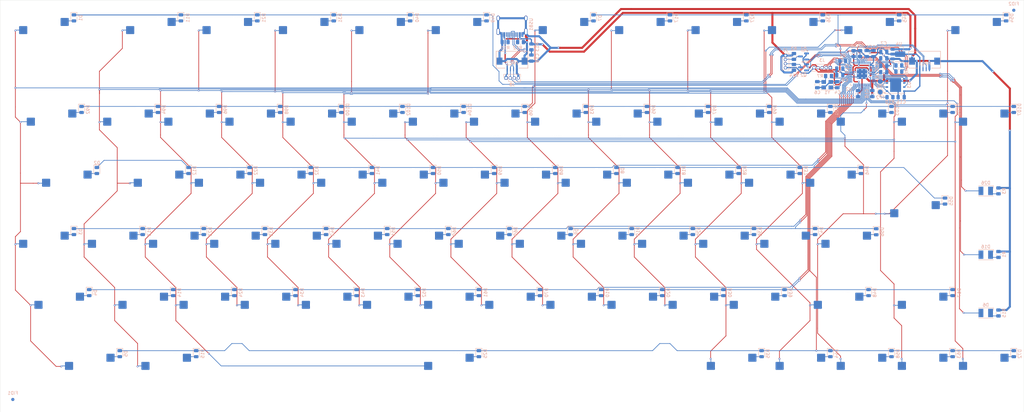
<source format=kicad_pcb>
(kicad_pcb (version 20240108) (generator "pcbnew") (generator_version "8.0")
  (layers (0 "F.Cu" signal) (31 "B.Cu" signal) (34 "B.Paste" user) (35 "F.Paste" user) (36 "B.SilkS" user "B.Silkscreen") (37 "F.SilkS" user "F.Silkscreen") (38 "B.Mask" user) (39 "F.Mask" user) (44 "Edge.Cuts" user))
  (net 0 "")
  (net 1 "Net-(U2-XTAL_IN)")
  (net 2 "GND")
  (net 3 "Net-(C6-Pad2)")
  (net 4 "+3.3V")
  (net 5 "+1V1")
  (net 6 "Net-(C18-Pad1)")
  (net 7 "Net-(D1-A)")
  (net 8 "Net-(D2-A)")
  (net 9 "Net-(D3-A)")
  (net 10 "Net-(D4-A)")
  (net 11 "Net-(D5-A)")
  (net 12 "Net-(D6-K)")
  (net 13 "Net-(D6-A)")
  (net 14 "Net-(D7-A)")
  (net 15 "Net-(D8-A)")
  (net 16 "Net-(D9-A)")
  (net 17 "Net-(D10-A)")
  (net 18 "Net-(D11-A)")
  (net 19 "Net-(D12-A)")
  (net 20 "Net-(D13-A)")
  (net 21 "Net-(D14-A)")
  (net 22 "Net-(D15-A)")
  (net 23 "Net-(D17-A)")
  (net 24 "Net-(D18-A)")
  (net 25 "Net-(D19-A)")
  (net 26 "Net-(D20-A)")
  (net 27 "Net-(D21-A)")
  (net 28 "Net-(D22-A)")
  (net 29 "Net-(D23-A)")
  (net 30 "Net-(D24-A)")
  (net 31 "Net-(D25-A)")
  (net 32 "Net-(D27-A)")
  (net 33 "Net-(D28-A)")
  (net 34 "Net-(D29-A)")
  (net 35 "Net-(D30-A)")
  (net 36 "Net-(D31-A)")
  (net 37 "Net-(D32-A)")
  (net 38 "Net-(D33-A)")
  (net 39 "Net-(D34-A)")
  (net 40 "Net-(D35-A)")
  (net 41 "Net-(D36-A)")
  (net 42 "Net-(D37-A)")
  (net 43 "Net-(D38-A)")
  (net 44 "Net-(D39-A)")
  (net 45 "Net-(D40-A)")
  (net 46 "Net-(D41-A)")
  (net 47 "Net-(D42-A)")
  (net 48 "Net-(D43-A)")
  (net 49 "Net-(D44-A)")
  (net 50 "Net-(D45-A)")
  (net 51 "Net-(D46-A)")
  (net 52 "Net-(D47-A)")
  (net 53 "Net-(D48-A)")
  (net 54 "Net-(D49-A)")
  (net 55 "Net-(D50-A)")
  (net 56 "Net-(D51-A)")
  (net 57 "Net-(D52-A)")
  (net 58 "Net-(D54-A)")
  (net 59 "Net-(D55-A)")
  (net 60 "Net-(D56-A)")
  (net 61 "Net-(D59-A)")
  (net 62 "Net-(D60-A)")
  (net 63 "Net-(D61-A)")
  (net 64 "Net-(D63-A)")
  (net 65 "Net-(D67-A)")
  (net 66 "Net-(D68-A)")
  (net 67 "Net-(D69-A)")
  (net 68 "Net-(D70-A)")
  (net 69 "Net-(D72-A)")
  (net 70 "Net-(D92-A)")
  (net 71 "Net-(D93-A)")
  (net 72 "Net-(D94-A)")
  (net 73 "Net-(D95-A)")
  (net 74 "Net-(D96-A)")
  (net 75 "Net-(D97-A)")
  (net 76 "Net-(D98-A)")
  (net 77 "Net-(D99-A)")
  (net 78 "Net-(D100-A)")
  (net 79 "Net-(D101-A)")
  (net 80 "Net-(D102-A)")
  (net 81 "Net-(D103-A)")
  (net 82 "Net-(D104-A)")
  (net 83 "Net-(D105-A)")
  (net 84 "Net-(D106-A)")
  (net 85 "Net-(D107-A)")
  (net 86 "SWDIO")
  (net 87 "RP_RESET")
  (net 88 "SWCLK")
  (net 89 "RP_D+")
  (net 90 "RP_D-")
  (net 91 "+5V")
  (net 92 "PS2_Clock")
  (net 93 "PS2_Data")
  (net 94 "Net-(U2-XTAL_OUT)")
  (net 95 "Net-(U2-D+)")
  (net 96 "Net-(U2-D-)")
  (net 97 "QSPI_CS")
  (net 98 "/QSPI_CS_TP")
  (net 99 "Net-(USB1-CC1)")
  (net 100 "Net-(USB1-CC2)")
  (net 104 "QSPI_SD3")
  (net 105 "QSPI_CLK")
  (net 106 "Net-(D16-A)")
  (net 107 "QSPI_SD1")
  (net 108 "QSPI_SD2")
  (net 111 "QSPI_SD0")
  (net 112 "Net-(D16-K)")
  (net 115 "row0")
  (net 116 "row4")
  (net 117 "row6")
  (net 118 "row8")
  (net 119 "row10")
  (net 120 "row1")
  (net 121 "row5")
  (net 122 "row7")
  (net 123 "row9")
  (net 124 "row2")
  (net 125 "row3")
  (net 126 "PS2_HV_Data")
  (net 127 "PS2_HV_Clock")
  (net 128 "col0")
  (net 129 "col1")
  (net 130 "col2")
  (net 131 "col3")
  (net 132 "col4")
  (net 133 "col5")
  (net 134 "col6")
  (net 135 "col7")
  (net 137 "Net-(D58-A)")
  (net 138 "Net-(D26-K)")
  (net 139 "Net-(D26-A)")
  (footprint "MX_Hotswap:MX-Hotswap-8U" (layer "F.Cu") (at 165.1 128.5875)
    (property "Reference" "MX30")
    (property "Value" "Space")
  )
  (footprint "MX_Hotswap:MX-Hotswap-1.25U" (layer "F.Cu") (at 119.85625 23.8125)
    (property "Reference" "MX37")
    (property "Value" "F3")
  )
  (footprint "MX_Hotswap:MX-Hotswap-1U" (layer "F.Cu") (at 265.1125 71.4375)
    (property "Reference" "MX43")
    (property "Value" "[")
  )
  (footprint "MX_Hotswap:MX-Hotswap-1U" (layer "F.Cu") (at 274.6375 52.3875)
    (property "Reference" "MX54")
    (property "Value" "=")
  )
  (footprint "MX_Hotswap:MX-Hotswap-1U" (layer "F.Cu") (at 117.475 90.4875)
    (property "Reference" "MX50")
    (property "Value" "D")
  )
  (footprint "MX_Hotswap:MX-Hotswap-1.75U" (layer "F.Cu") (at 43.65625 109.5375)
    (property "Reference" "MX7")
    (property "Value" "Left Shift")
  )
  (footprint "MX_Hotswap:MX-Hotswap-1U" (layer "F.Cu") (at 212.725 90.4875)
    (property "Reference" "MX23")
    (property "Value" "K")
  )
  (footprint "MX_Hotswap:MX-Hotswap-1.25U" (layer "F.Cu") (at 224.63125 23.8125)
    (property "Reference" "MX21")
    (property "Value" "F7")
  )
  (footprint "MX_Hotswap:MX-Hotswap-1U" (layer "F.Cu") (at 146.05 109.5375)
    (property "Reference" "MX63")
    (property "Value" "V")
  )
  (footprint "MX_Hotswap:MX-Hotswap-1.25U" (layer "F.Cu") (at 72.23125 23.8125)
    (property "Reference" "MX15")
    (property "Value" "F1")
  )
  (footprint "MX_Hotswap:MX-Hotswap-1U" (layer "F.Cu") (at 288.925 90.4875)
    (property "Reference" "MX69")
    (property "Value" "German")
  )
  (footprint "MX_Hotswap:MX-Hotswap-1U" (layer "F.Cu") (at 207.9625 71.4375)
    (property "Reference" "MX11")
    (property "Value" "I")
  )
  (footprint "MX_Hotswap:MX-Hotswap-1U" (layer "F.Cu") (at 255.5875 52.3875)
    (property "Reference" "MX47")
    (property "Value" "-")
  )
  (footprint "MX_Hotswap:MX-Hotswap-1U" (layer "F.Cu") (at 227.0125 71.4375)
    (property "Reference" "MX22")
    (property "Value" "O")
  )
  (footprint "MX_Hotswap:MX-Hotswap-1U" (layer "F.Cu") (at 141.2875 52.3875)
    (property "Reference" "MX59")
    (property "Value" "5")
  )
  (footprint "MX_Hotswap:MX-Hotswap-1U" (layer "F.Cu") (at 88.9 109.5375)
    (property "Reference" "MX29")
    (property "Value" "Z")
  )
  (footprint "MX_Hotswap:MX-Hotswap-1U" (layer "F.Cu") (at 241.3 109.5375)
    (property "Reference" "MX35")
    (property "Value" ".")
  )
  (footprint "MX_Hotswap:MX-Hotswap-1U" (layer "F.Cu") (at 136.525 90.4875)
    (property "Reference" "MX62")
    (property "Value" "F")
  )
  (footprint "MX_Hotswap:MX-Hotswap-1U" (layer "F.Cu") (at 331.7875 128.5875)
    (property "Reference" "MX94")
    (property "Value" "Right")
  )
  (footprint "MX_Hotswap:MX-Hotswap-1U" (layer "F.Cu") (at 331.7875 52.3875)
    (property "Reference" "MX78")
    (property "Value" "Delete")
  )
  (footprint "MX_Hotswap:MX-Hotswap-1U" (layer "F.Cu") (at 150.8125 71.4375)
    (property "Reference" "MX61")
    (property "Value" "T")
  )
  (footprint "MX_Hotswap:MX-Hotswap-1U" (layer "F.Cu") (at 250.825 90.4875)
    (property "Reference" "MX44")
    (property "Value" ";")
  )
  (footprint "MX_Hotswap:MX-Hotswap-1U" (layer "F.Cu") (at 312.7375 52.3875)
    (property "Reference" "MX71")
    (property "Value" "Backspace")
  )
  (footprint "MX_Hotswap:MX-Hotswap-1U" (layer "F.Cu") (at 231.775 90.4875)
    (property "Reference" "MX34")
    (property "Value" "L")
  )
  (footprint "MX_Hotswap:MX-Hotswap-1U" (layer "F.Cu") (at 112.7125 71.4375)
    (property "Reference" "MX38")
    (property "Value" "E")
  )
  (footprint "MX_Hotswap:MX-Hotswap-1U" (layer "F.Cu") (at 165.1 109.5375)
    (property "Reference" "MX76")
    (property "Value" "B")
  )
  (footprint "MX_Hotswap:MX-Hotswap-1.25U" (layer "F.Cu") (at 296.06875 23.8125)
    (property "Reference" "MX55")
    (property "Value" "F10")
  )
  (footprint "MX_Hotswap:MX-Hotswap-1U" (layer "F.Cu") (at 93.6625 71.4375)
    (property "Reference" "MX27")
    (property "Value" "W")
  )
  (footprint "MX_Hotswap:MX-Hotswap-1.25U" (layer "F.Cu") (at 38.89375 90.4875)
    (property "Reference" "MX6")
    (property "Value" "Control")
  )
  (footprint "MX_Hotswap:MX-Hotswap-1.25U" (layer "F.Cu") (at 76.99375 128.5875)
    (property "Reference" "MX19")
    (property "Value" "Left GUI")
  )
  (footprint "MX_Hotswap:MX-Hotswap-2U" (layer "F.Cu") (at 46.0375 71.4375)
    (property "Reference" "MX5")
    (property "Value" "Tab")
  )
  (footprint "MX_Hotswap:MX-Hotswap-1U" (layer "F.Cu") (at 260.35 109.5375)
    (property "Reference" "MX45")
    (property "Value" "/")
  )
  (footprint "MX_Hotswap:MX-Hotswap-1U" (layer "F.Cu") (at 179.3875 52.3875)
    (property "Reference" "MX72")
    (property "Value" "7")
  )
  (footprint "MX_Hotswap:MX-Hotswap-ISO" (layer "F.Cu") (at 310.35625 80.9625)
    (property "Reference" "MX68")
    (property "Value" "Enter")
  )
  (footprint "MX_Hotswap:MX-Hotswap-1U" (layer "F.Cu") (at 60.325 90.4875)
    (property "Reference" "MX17")
    (property "Value" "Caps Lock")
  )
  (footprint "MX_Hotswap:MX-Hotswap-1U" (layer "F.Cu") (at 184.15 109.5375)
    (property "Reference" "MX90")
    (property "Value" "N")
  )
  (footprint "MX_Hotswap:MX-Hotswap-1U" (layer "F.Cu") (at 103.1875 52.3875)
    (property "Reference" "MX46")
    (property "Value" "3")
  )
  (footprint "MX_Hotswap:MX-Hotswap-1.25U" (layer "F.Cu") (at 200.81875 23.8125)
    (property "Reference" "MX10")
    (property "Value" "F6")
  )
  (footprint "MX_Hotswap:MX-Hotswap-1.25U" (layer "F.Cu") (at 96.04375 23.8125)
    (property "Reference" "MX26")
    (property "Value" "F2")
  )
  (footprint "MX_Hotswap:MX-Hotswap-1.25U" (layer "F.Cu") (at 143.66875 23.8125)
    (property "Reference" "MX48")
    (property "Value" "F4")
  )
  (footprint "MX_Hotswap:MX-Hotswap-1U" (layer "F.Cu") (at 312.7375 109.5375)
    (property "Reference" "MX87")
    (property "Value" "Up")
  )
  (footprint "MX_Hotswap:MX-Hotswap-1U" (layer "F.Cu") (at 236.5375 52.3875)
    (property "Reference" "MX36")
    (property "Value" "0")
  )
  (footprint "MX_Hotswap:MX-Hotswap-1U" (layer "F.Cu") (at 69.85 109.5375)
    (property "Reference" "MX18")
    (property "Value" "<")
  )
  (footprint "MX_Hotswap:MX-Hotswap-1U" (layer "F.Cu") (at 203.2 109.5375)
    (property "Reference" "MX13")
    (property "Value" "M")
  )
  (footprint "MX_Hotswap:MX-Hotswap-1U" (layer "F.Cu") (at 188.9125 71.4375)
    (property "Reference" "MX88")
    (property "Value" "U")
  )
  (footprint "MX_Hotswap:MX-Hotswap-1U" (layer "F.Cu") (at 98.425 90.4875)
    (property "Reference" "MX39")
    (property "Value" "S")
  )
  (footprint "MX_Hotswap:MX-Hotswap-1U" (layer "F.Cu") (at 79.375 90.4875)
    (property "Reference" "MX28")
    (property "Value" "A")
  )
  (footprint "MX_Hotswap:MX-Hotswap-1U" (layer "F.Cu") (at 293.6875 52.3875)
    (property "Reference" "MX65")
    (property "Value" "\\")
  )
  (footprint "MX_Hotswap:MX-Hotswap-1.25U" (layer "F.Cu") (at 272.25625 23.8125)
    (property "Reference" "MX42")
    (property "Value" "F9")
  )
  (footprint "MX_Hotswap:MX-Hotswap-1U" (layer "F.Cu") (at 155.575 90.4875)
    (property "Reference" "MX75")
    (property "Value" "G")
  )
  (footprint "MX_Hotswap:MX-Hotswap-1U" (layer "F.Cu") (at 131.7625 71.4375)
    (property "Reference" "MX49")
    (property "Value" "R")
  )
  (footprint "MX_Hotswap:MX-Hotswap-1U" (layer "F.Cu") (at 174.625 90.4875)
    (property "Reference" "MX89")
    (property "Value" "H")
  )
  (footprint "MX_Hotswap:MX-Hotswap-1U" (layer "F.Cu") (at 269.875 90.4875)
    (property "Reference" "MX57")
    (property "Value" "#")
  )
  (footprint "MX_Hotswap:MX-Hotswap-1U" (layer "F.Cu") (at 246.0625 71.4375)
    (property "Reference" "MX33")
    (property "Value" "P")
  )
  (footprint "MX_Hotswap:MX-Hotswap-1U" (layer "F.Cu") (at 127 109.5375)
    (property "Reference" "MX51")
    (property "Value" "C")
  )
  (footprint "MX_Hotswap:MX-Hotswap-1U" (layer "F.Cu") (at 122.2375 52.3875)
    (property "Reference" "MX53")
    (property "Value" "4")
  )
  (footprint "MX_Hotswap:MX-Hotswap-1.25U" (layer "F.Cu") (at 248.44375 23.8125)
    (property "Reference" "MX32")
    (property "Value" "F8")
  )
  (footprint "MX_Hotswap:MX-Hotswap-1.5U" (layer "F.Cu") (at 41.275 52.3875)
    (property "Reference" "MX1")
    (property "Value" "Tilde")
  )
  (footprint "MX_Hotswap:MX-Hotswap-1U" (layer "F.Cu") (at 222.25 109.5375)
    (property "Reference" "MX24")
    (property "Value" ",")
  )
  (footprint "MX_Hotswap:MX-Hotswap-1.25U" (layer "F.Cu") (at 253.20625 128.5875)
    (property "Reference" "MX41")
    (property "Value" "Right GUI")
  )
  (footprint "MX_Hotswap:MX-Hotswap-1U" (layer "F.Cu") (at 193.675 90.4875)
    (property "Reference" "MX12")
    (property "Value" "J")
  )
  (footprint "MX_Hotswap:MX-Hotswap-1.25U" (layer "F.Cu") (at 38.89375 23.8125)
    (property "Reference" "MX4")
    (property "Value" "Escape")
  )
  (footprint "MX_Hotswap:MX-Hotswap-1U" (layer "F.Cu") (at 274.6375 128.5875)
    (property "Reference" "MX52")
    (property "Value" "Right Alt")
  )
  (footprint "MX_Hotswap:MX-Hotswap-1U" (layer "F.Cu") (at 84.1375 52.3875)
    (property "Reference" "MX25")
    (property "Value" "2")
  )
  (footprint "MX_Hotswap:MX-Hotswap-1U" (layer "F.Cu") (at 198.4375 52.3875)
    (property "Reference" "MX2")
    (property "Value" "8")
  )
  (footprint "MX_Hotswap:MX-Hotswap-1.75U" (layer "F.Cu") (at 286.54375 109.5375)
    (property "Reference" "MX58")
    (property "Value" "Right Shift")
  )
  (footprint "MX_Hotswap:MX-Hotswap-1.25U" (layer "F.Cu") (at 167.48125 23.8125)
    (property "Reference" "MX60")
    (property "Value" "F5")
  )
  (footprint "MX_Hotswap:MX-Hotswap-1U" (layer "F.Cu") (at 65.0875 52.3875)
    (property "Reference" "MX3")
    (property "Value" "1")
  )
  (footprint "MX_Hotswap:MX-Hotswap-1U" (layer "F.Cu") (at 284.1625 71.4375)
    (property "Reference" "MX56")
    (property "Value" "]")
  )
  (footprint "MX_Hotswap:MX-Hotswap-1.25U" (layer "F.Cu") (at 53.18125 128.5875)
    (property "Reference" "MX8")
    (property "Value" "Left Alt")
  )
  (footprint "MX_Hotswap:MX-Hotswap-1.25U" (layer "F.Cu") (at 329.40625 23.8125)
    (property "Reference" "MX67")
    (property "Value" "Help")
  )
  (footprint "MX_Hotswap:MX-Hotswap-1U" (layer "F.Cu") (at 312.7375 128.5875)
    (property "Reference" "MX81")
    (property "Value" "Down")
  )
  (footprint "MX_Hotswap:MX-Hotswap-1U" (layer "F.Cu") (at 293.6875 128.5875)
    (property "Reference" "MX73")
    (property "Value" "Left")
  )
  (footprint "MX_Hotswap:MX-Hotswap-1U" (layer "F.Cu") (at 169.8625 71.4375)
    (property "Reference" "MX74")
    (property "Value" "Y")
  )
  (footprint "MX_Hotswap:MX-Hotswap-1U" (layer "F.Cu") (at 107.95 109.5375)
    (property "Reference" "MX40")
    (property "Value" "X")
  )
  (footprint "MX_Hotswap:MX-Hotswap-1U" (layer "F.Cu") (at 74.6125 71.4375)
    (property "Reference" "MX16")
    (property "Value" "Q")
  )
  (footprint "MX_Hotswap:MX-Hotswap-1U" (layer "F.Cu") (at 160.3375 52.3875)
    (property "Reference" "MX66")
    (property "Value" "6")
  )
  (footprint "MX_Hotswap:MX-Hotswap-1U" (layer "F.Cu") (at 217.4875 52.3875)
    (property "Reference" "MX14")
    (property "Value" "9")
  )
  (footprint "Diode_SMD:D_0805_2012Metric" (layer "B.Cu") (at 264.31875 46.0375 -90)
    (property "Reference" "D99")
    (property "Value" "D_Small")
  )
  (footprint "Diode_SMD:D_0805_2012Metric" (layer "B.Cu") (at 107.15625 84.1375 -90)
    (property "Reference" "D33")
    (property "Value" "D_Small")
  )
  (footprint "Capacitor_SMD:C_0805_2012Metric" (layer "B.Cu") (at 286.3 35.3 180)
    (property "Reference" "C9")
    (property "Value" "100n")
  )
  (footprint "Diode_SMD:D_0805_2012Metric" (layer "B.Cu") (at 128.5875 17.4625 -90)
    (property "Reference" "D31")
    (property "Value" "D_Small")
  )
  (footprint "Diode_SMD:D_0805_2012Metric" (layer "B.Cu") (at 235.74375 65.0875 -90)
    (property "Reference" "D18")
    (property "Value" "D_Small")
  )
  (footprint "Frooastboard Footprints:RP2040-QFN-56" (layer "B.Cu") (at 293.225 34.9 90)
    (property "Reference" "U2")
    (property "Value" "RP2040")
  )
  (footprint "Diode_SMD:D_0805_2012Metric" (layer "B.Cu") (at 116.68125 103.1875 -90)
    (property "Reference" "D34")
    (property "Value" "D_Small")
  )
  (footprint "Capacitor_SMD:C_0805_2012Metric" (layer "B.Cu") (at 305.434048 42.20625)
    (property "Reference" "C14")
    (property "Value" "100n")
  )
  (footprint "Diode_SMD:D_0805_2012Metric" (layer "B.Cu") (at 192.88125 103.1875 -90)
    (property "Reference" "D70")
    (property "Value" "D_Small")
  )
  (footprint "Capacitor_SMD:C_0805_2012Metric" (layer "B.Cu") (at 294.7 28.6 90)
    (property "Reference" "C13")
    (property "Value" "100n")
  )
  (footprint "Diode_SMD:D_0805_2012Metric" (layer "B.Cu") (at 340.51875 122.2375 -90)
    (property "Reference" "D72")
    (property "Value" "D_Small")
  )
  (footprint "Diode_SMD:D_0805_2012Metric" (layer "B.Cu") (at 273.84375 65.0875 -90)
    (property "Reference" "D37")
    (property "Value" "D_Small")
  )
  (footprint "Capacitor_SMD:C_0805_2012Metric" (layer "B.Cu") (at 292 41.1 -90)
    (property "Reference" "C8" (hide yes))
    (property "Value" "100n")
  )
  (footprint "LED_SMD:LED_PLCC-2_3.4x3.0mm_KA" (layer "B.Cu") (at 331.7875 109.5375 180)
    (property "Reference" "D6")
    (property "Value" "ST_LED3")
  )
  (footprint "Capacitor_SMD:C_0805_2012Metric" (layer "B.Cu") (at 285.5 38.3 -90)
    (property "Reference" "C4")
    (property "Value" "22p")
  )
  (footprint "Diode_SMD:D_0805_2012Metric" (layer "B.Cu") (at 140.49375 65.0875 -90)
    (property "Reference" "D41")
    (property "Value" "D_Small")
  )
  (footprint "Diode_SMD:D_0805_2012Metric" (layer "B.Cu") (at 211.93125 103.1875 -90)
    (property "Reference" "D10")
    (property "Value" "D_Small")
  )
  (footprint "Diode_SMD:D_0805_2012Metric" (layer "B.Cu") (at 61.9125 122.2375 -90)
    (property "Reference" "D5")
    (property "Value" "D_Small")
  )
  (footprint "Diode_SMD:D_0805_2012Metric" (layer "B.Cu") (at 173.83125 103.1875 -90)
    (property "Reference" "D61")
    (property "Value" "D_Small")
  )
  (footprint "Resistor_SMD:R_0805_2012Metric" (layer "B.Cu") (at 335.75625 71.4375 -90)
    (property "Reference" "R3")
    (property "Value" "1k")
  )
  (footprint "Diode_SMD:D_0805_2012Metric" (layer "B.Cu") (at 338.1375 17.4625 -90)
    (property "Reference" "D54")
    (property "Value" "D_Small")
  )
  (footprint "Resistor_SMD:R_0805_2012Metric" (layer "B.Cu") (at 335.75625 91.28125 -90)
    (property "Reference" "R1")
    (property "Value" "1k")
  )
  (footprint "Resistor_SMD:R_0805_2012Metric" (layer "B.Cu") (at 282.8 35.6 180)
    (property "Reference" "R7")
    (property "Value" "1k")
  )
  (footprint "Diode_SMD:D_0805_2012Metric" (layer "B.Cu") (at 121.44375 65.0875 -90)
    (property "Reference" "D32")
    (property "Value" "D_Small")
  )
  (footprint "Diode_SMD:D_0805_2012Metric" (layer "B.Cu") (at 130.96875 46.0375 -90)
    (property "Reference" "D100")
    (property "Value" "D_Small")
  )
  (footprint "Resistor_SMD:R_0805_2012Metric" (layer "B.Cu") (at 182 25 180)
    (property "Reference" "R11")
    (property "Value" "5k1")
  )
  (footprint "Resistor_SMD:R_0805_2012Metric" (layer "B.Cu") (at 287.2 30.9)
    (property "Reference" "R4")
    (property "Value" "10k")
  )
  (footprint "Capacitor_SMD:C_0805_2012Metric" (layer "B.Cu") (at 300 34.4)
    (property "Reference" "C16")
    (property "Value" "100n")
  )
  (footprint "Type_C:HRO-TYPE-C-31-M-12" (layer "B.Cu") (at 184.15 14.965)
    (property "Reference" "USB1")
    (property "Value" "HRO-TYPE-C-31-M-12")
  )
  (footprint "Package_TO_SOT_SMD:SOT-23" (layer "B.Cu") (at 275 29.5 180)
    (property "Reference" "Q1")
    (property "Value" "BSS138")
  )
  (footprint "Diode_SMD:D_0805_2012Metric" (layer "B.Cu") (at 207.16875 46.0375 -90)
    (property "Reference" "D93")
    (property "Value" "D_Small")
  )
  (footprint "Capacitor_SMD:C_0805_2012Metric" (layer "B.Cu") (at 296.4 41.1 -90)
    (property "Reference" "C10")
    (property "Value" "100n")
  )
  (footprint "Capacitor_SMD:C_0805_2012Metric" (layer "B.Cu") (at 296.8 28.6 90)
    (property "Reference" "C11")
    (property "Value" "100n")
  )
  (footprint "Diode_SMD:D_0805_2012Metric" (layer "B.Cu") (at 47.625 84.1375 -90)
    (property "Reference" "D3")
    (property "Value" "D_Small")
  )
  (footprint "Diode_SMD:D_0805_2012Metric" (layer "B.Cu") (at 154.78125 103.1875 -90)
    (property "Reference" "D52")
    (property "Value" "D_Small")
  )
  (footprint "Diode_SMD:D_0805_2012Metric" (layer "B.Cu") (at 135.73125 103.1875 -90)
    (property "Reference" "D43")
    (property "Value" "D_Small")
  )
  (footprint "Diode_SMD:D_0805_2012Metric" (layer "B.Cu") (at 283.36875 122.2375 -90)
    (property "Reference" "D44")
    (property "Value" "D_Small")
  )
  (footprint "Resistor_SMD:R_0805_2012Metric" (layer "B.Cu") (at 290.6 28.6 90)
    (property "Reference" "R5")
    (property "Value" "10k")
  )
  (footprint "Capacitor_SMD:C_0805_2012Metric" (layer "B.Cu") (at 300 30.1)
    (property "Reference" "C17")
    (property "Value" "100n")
  )
  (footprint "Diode_SMD:D_0805_2012Metric" (layer "B.Cu") (at 73.81875 46.0375 -90)
    (property "Reference" "D94")
    (property "Value" "D_Small")
  )
  (footprint "Resistor_SMD:R_0805_2012Metric" (layer "B.Cu") (at 190.2 26.5 -90)
    (property "Reference" "R13")
    (property "Value" "2R")
  )
  (footprint "Diode_SMD:D_0805_2012Metric" (layer "B.Cu") (at 304.8 17.4625 -90)
    (property "Reference" "D45")
    (property "Value" "D_Small")
  )
  (footprint "Diode_SMD:D_0805_2012Metric" (layer "B.Cu") (at 78.58125 103.1875 -90)
    (property "Reference" "D14")
    (property "Value" "D_Small")
  )
  (footprint "Diode_SMD:D_0805_2012Metric" (layer "B.Cu") (at 245.26875 46.0375 -90)
    (property "Reference" "D97")
    (property "Value" "D_Small")
  )
  (footprint "LED_SMD:LED_PLCC-2_3.4x3.0mm_KA" (layer "B.Cu") (at 331.7875 71.4375 180)
    (property "Reference" "D26")
    (property "Value" "ST_LED1")
  )
  (footprint "Diode_SMD:D_0805_2012Metric" (layer "B.Cu") (at 183.35625 84.1375 -90)
    (property "Reference" "D69")
    (property "Value" "D_Small")
  )
  (footprint "Diode_SMD:D_0805_2012Metric" (layer "B.Cu") (at 97.63125 103.1875 -90)
    (property "Reference" "D24")
    (property "Value" "D_Small")
  )
  (footprint "Resistor_SMD:R_0805_2012Metric" (layer "B.Cu") (at 292.6 28.6 90)
    (property "Reference" "R6")
    (property "Value" "10k")
  )
  (footprint "Diode_SMD:D_0805_2012Metric" (layer "B.Cu") (at 164.30625 84.1375 -90)
    (property "Reference" "D60")
    (property "Value" "D_Small")
  )
  (footprint "TestPoint:TestPoint_Pad_D1.5mm" (layer "B.Cu") (at 298.9 37.3)
    (property "Reference" "TP1")
    (property "Value" "GND_TP")
  )
  (footprint "Diode_SMD:D_0805_2012Metric" (layer "B.Cu") (at 197.64375 65.0875 -90)
    (property "Reference" "D68")
    (property "Value" "D_Small")
  )
  (footprint "Diode_SMD:D_0805_2012Metric" (layer "B.Cu") (at 83.34375 65.0875 -90)
    (property "Reference" "D12")
    (property "Value" "D_Small")
  )
  (footprint "Diode_SMD:D_0805_2012Metric" (layer "B.Cu") (at 216.69375 65.0875 -90)
    (property "Reference" "D8")
    (property "Value" "D_Small")
  )
  (footprint "Diode_SMD:D_0805_2012Metric" (layer "B.Cu") (at 226.21875 46.0375 -90)
    (property "Reference" "D95")
    (property "Value" "D_Small")
  )
  (footprint "Diode_SMD:D_0805_2012Metric" (layer "B.Cu") (at 269.08125 103.1875 -90)
    (property "Reference" "D39")
    (property "Value" "D_Small")
  )
  (footprint "Fiducial:Fiducial_1mm_Mask2mm" (layer "B.Cu") (at 340.51875 15.08125 180)
    (property "Reference" "FID2")
    (property "Value" "Fiducial")
  )
  (footprint "Diode_SMD:D_0805_2012Metric" (layer "B.Cu") (at 202.40625 84.1375 -90)
    (property "Reference" "D9")
    (property "Value" "D_Small")
  )
  (footprint "Connector_PinHeader_1.27mm:PinHeader_1x04_P1.27mm_Vertical" (layer "B.Cu") (at 269.359048 29.21875 180)
    (property "Reference" "J1")
    (property "Value" "PS2_5V")
  )
  (footprint "Diode_SMD:D_0805_2012Metric" (layer "B.Cu") (at 126.20625 84.1375 -90)
    (property "Reference" "D42")
    (property "Value" "D_Small")
  )
  (footprint "Diode_SMD:D_0805_2012Metric" (layer "B.Cu") (at 340.51875 46.0375 -90)
    (property "Reference" "D107")
    (property "Value" "D_Small")
  )
  (footprint "Diode_SMD:D_0805_2012Metric" (layer "B.Cu") (at 178.59375 65.0875 -90)
    (property "Reference" "D59")
    (property "Value" "D_Small")
  )
  (footprint "Diode_SMD:D_0805_2012Metric" (layer "B.Cu") (at 240.50625 84.1375 -90)
    (property "Reference" "D29")
    (property "Value" "D_Small")
  )
  (footprint "Diode_SMD:D_0805_2012Metric" (layer "B.Cu") (at 54.76875 65.0875 -90)
    (property "Reference" "D2")
    (property "Value" "D_Small")
  )
  (footprint "Resistor_SMD:R_0805_2012Metric" (layer "B.Cu") (at 335.75625 109.5375 -90)
    (property "Reference" "R15")
    (property "Value" "1k")
  )
  (footprint "Diode_SMD:D_0805_2012Metric" (layer "B.Cu") (at 297.65625 84.2 -90)
    (property "Reference" "D56")
    (property "Value" "D_Small")
  )
  (footprint "Resistor_SMD:R_0805_2012Metric" (layer "B.Cu") (at 186.8 25)
    (property "Reference" "R12")
    (property "Value" "5k1")
  )
  (footprint "Resistor_SMD:R_0805_2012Metric" (layer "B.Cu") (at 304.7 32.3 180)
    (property "Reference" "R9")
    (property "Value" "27R")
  )
  (footprint "Resistor_SMD:R_0805_2012Metric" (layer "B.Cu") (at 272 32.9 -90)
    (property "Reference" "R14")
    (property "Value" "10k")
  )
  (footprint "Diode_SMD:D_0805_2012Metric" (layer "B.Cu") (at 280.9875 17.4625 -90)
    (property "Reference" "D36")
    (property "Value" "D_Small")
  )
  (footprint "AFA01-SXXFCX-00:FPC-SMD_4P-P1.00_AFA01-S04FCC-00" (layer "B.Cu") (at 184.15 33.48575)
    (property "Reference" "FPC2")
    (property "Value" "AFA01-S04FCC-00")
  )
  (footprint "Diode_SMD:D_0805_2012Metric" (layer "B.Cu") (at 283.36875 46.0375 -90)
    (property "Reference" "D101")
    (property "Value" "D_Small")
  )
  (footprint "Diode_SMD:D_0805_2012Metric" (layer "B.Cu") (at 102.39375 65.0875 -90)
    (property "Reference" "D22")
    (property "Value" "D_Small")
  )
  (footprint "Diode_SMD:D_0805_2012Metric" (layer "B.Cu") (at 47.625 17.4625 -90)
    (property "Reference" "D1")
    (property "Value" "D_Small")
  )
  (footprint "Diode_SMD:D_0805_2012Metric" (layer "B.Cu") (at 159.54375 65.0875 -90)
    (property "Reference" "D50")
    (property "Value" "D_Small")
  )
  (footprint "Capacitor_SMD:C_0805_2012Metric" (layer "B.Cu") (at 190.2 30 -90)
    (property "Reference" "C18")
    (property "Value" "10u")
  )
  (footprint "Diode_SMD:D_0805_2012Metric" (layer "B.Cu") (at 250.03125 103.1875 -90)
    (property "Reference" "D30")
    (property "Value" "D_Small")
  )
  (footprint "Diode_SMD:D_0805_2012Metric" (layer "B.Cu") (at 50.00625 46.0375 -90)
    (property "Reference" "D92")
    (property "Value" "D_Small")
  )
  (footprint "Package_TO_SOT_SMD:SOT-89-3" (layer "B.Cu") (at 304.7 28.7625)
    (property "Reference" "U4")
    (property "Value" "LM317L_SOT-89")
  )
  (footprint "Diode_SMD:D_0805_2012Metric" (layer "B.Cu") (at 230.98125 103.1875 -90)
    (property "Reference" "D20")
    (property "Value" "D_Small")
  )
  (footprint "Diode_SMD:D_0805_2012Metric" (layer "B.Cu") (at 233.3625 17.4625 -90)
    (property "Reference" "D17")
    (property "Value" "D_Small")
  )
  (footprint "Capacitor_SMD:C_0805_2012Metric" (layer "B.Cu") (at 300 28.1 180)
    (property "Reference" "C7")
    (property "Value" "10u")
  )
  (footprint "Diode_SMD:D_0805_2012Metric" (layer "B.Cu") (at 188.11875 46.0375 -90)
    (property "Reference" "D106")
    (property "Value" "D_Small")
  )
  (footprint "Connector_PinHeader_1.27mm:PinHeader_1x04_P1.27mm_Vertical" (layer "B.Cu") (at 182.3 36.2 -90)
    (property "Reference" "J8")
    (property "Value" "USB")
  )
  (footprint "Resistor_SMD:R_0805_2012Metric" (layer "B.Cu") (at 301.934048 42.20625)
    (property "Reference" "R10")
    (property "Value" "1k")
  )
  (footprint "Diode_SMD:D_0805_2012Metric" (layer "B.Cu") (at 169.06875 46.0375 -90)
    (property "Reference" "D104")
    (property "Value" "D_Small")
  )
  (footprint "Diode_SMD:D_0805_2012Metric" (layer "B.Cu") (at 302.41875 122.2375 -90)
    (property "Reference" "D58")
    (property "Value" "D_Small")
  )
  (footprint "Resistor_SMD:R_0805_2012Metric" (layer "B.Cu") (at 272 29.4875 90)
    (property "Reference" "R2")
    (property "Value" "10k")
  )
  (footprint "Diode_SMD:D_0805_2012Metric" (layer "B.Cu") (at 104.775 17.4625 -90)
    (property "Reference" "D21")
    (property "Value" "D_Small")
  )
  (footprint "Diode_SMD:D_0805_2012Metric" (layer "B.Cu") (at 321.46875 122.2375 -90)
    (property "Reference" "D63")
    (property "Value" "D_Small")
  )
  (footprint "Diode_SMD:D_0805_2012Metric" (layer "B.Cu") (at 92.86875 46.0375 -90)
    (property "Reference" "D96")
    (property "Value" "D_Small")
  )
  (footprint "Diode_SMD:D_0805_2012Metric" (layer "B.Cu") (at 292.89375 65.0875 -90)
    (property "Reference" "D46")
    (property "Value" "D_Small")
  )
  (footprint "Diode_SMD:D_0805_2012Metric" (layer "B.Cu") (at 302.41875 46.0375 -90)
    (property "Reference" "D103")
    (property "Value" "D_Small")
  )
  (footprint "Diode_SMD:D_0805_2012Metric" (layer "B.Cu") (at 257.175 17.4625 -90)
    (property "Reference" "D27")
    (property "Value" "D_Small")
  )
  (footprint "Diode_SMD:D_0805_2012Metric" (layer "B.Cu") (at 150.01875 46.0375 -90)
    (property "Reference" "D102")
    (property "Value" "D_Small")
  )
  (footprint "Capacitor_SMD:C_0805_2012Metric" (layer "B.Cu") (at 286.3 33.3 180)
    (property "Reference" "C15")
    (property "Value" "10u")
  )
  (footprint "Diode_SMD:D_0805_2012Metric" (layer "B.Cu") (at 69.05625 84.1375 -90)
    (property "Reference" "D13")
    (property "Value" "D_Small")
  )
  (footprint "Diode_SMD:D_0805_2012Metric" (layer "B.Cu") (at 221.45625 84.1375 -90)
    (property "Reference" "D19")
    (property "Value" "D_Small")
  )
  (footprint "Diode_SMD:D_0805_2012Metric" (layer "B.Cu") (at 259.55625 84.1375 -90)
    (property "Reference" "D38")
    (property "Value" "D_Small")
  )
  (footprint "Fiducial:Fiducial_1mm_Mask2mm" (layer "B.Cu") (at 28.575 136.525 180)
    (property "Reference" "FID1")
    (property "Value" "Fiducial")
  )
  (footprint "Capacitor_SMD:C_0805_2012Metric" (layer "B.Cu") (at 300 32.4)
    (property "Reference" "C12")
    (property "Value" "100n")
  )
  (footprint "Diode_SMD:D_0805_2012Metric" (layer "B.Cu") (at 261.9375 122.2375 -90)
    (property "Reference" "D35")
    (property "Value" "D_Small")
  )
  (footprint "Diode_SMD:D_0805_2012Metric" (layer "B.Cu") (at 111.91875 46.0375 -90)
    (property "Reference" "D98")
    (property "Value" "D_Small")
  )
  (footprint "Diode_SMD:D_0805_2012Metric" (layer "B.Cu") (at 176.2125 17.4625 -90)
    (property "Reference" "D49")
    (property "Value" "D_Small")
  )
  (footprint "AFA01-SXXFCX-00:FPC-SMD_4P-P1.00_AFA01-S04FCC-00" (layer "B.Cu") (at 312.7375 33.48575)
    (property "Reference" "FPC1")
    (property "Value" "AFA01-S04FCC-00")
  )
  (footprint "Diode_SMD:D_0805_2012Metric" (layer "B.Cu") (at 209.55 17.4625 -90)
    (property "Reference" "D7")
    (property "Value" "D_Small")
  )
  (footprint "Diode_SMD:D_0805_2012Metric" (layer "B.Cu") (at 85.725 122.2375 -90)
    (property "Reference" "D15")
    (property "Value" "D_Small")
  )
  (footprint "Diode_SMD:D_0805_2012Metric" (layer "B.Cu") (at 145.25625 84.1375 -90)
    (property "Reference" "D51")
    (property "Value" "D_Small")
  )
  (footprint "Diode_SMD:D_0805_2012Metric" (layer "B.Cu") (at 152.4 17.4625 -90)
    (property "Reference" "D40")
    (property "Value" "D_Small")
  )
  (footprint "Diode_SMD:D_0805_2012Metric" (layer "B.Cu") (at 88.10625 84.1375 -90)
    (property "Reference" "D23")
    (property "Value" "D_Small")
  )
  (footprint "Crystal:Crystal_SMD_3225-4Pin_3.2x2.5mm" (layer "B.Cu") (at 282.4 38.3 180)
    (property "Reference" "Y1")
    (property "Value" "12MHz")
  )
  (footprint "Diode_SMD:D_0805_2012Metric" (layer "B.Cu") (at 278.60625 84.1375 -90)
    (property "Reference" "D47")
    (property "Value" "D_Small")
  )
  (footprint "Diode_SMD:D_0805_2012Metric" (layer "B.Cu") (at 254.79375 65.0875 -90)
    (property "Reference" "D28")
    (property "Value" "D_Small")
  )
  (footprint "Capacitor_SMD:C_0805_2012Metric" (layer "B.Cu") (at 279.3 38.3 90)
    (property "Reference" "C6")
    (property "Value" "22p")
  )
  (footprint "Diode_SMD:D_0805_2012Metric" (layer "B.Cu") (at 319.0875 74.6125 -90)
    (property "Reference" "D55")
    (property "Value" "D_Small")
  )
  (footprint "LED_SMD:LED_PLCC-2_3.4x3.0mm_KA" (layer "B.Cu") (at 331.7875 91.35 180)
    (property "Reference" "D16")
    (property "Value" "ST_LED2")
  )
  (footprint "Diode_SMD:D_0805_2012Metric" (layer "B.Cu") (at 173.83125 122.2375 -90)
    (property "Reference" "D25")
    (property "Value" "D_Small")
  )
  (footprint "Diode_SMD:D_0805_2012Metric" (layer "B.Cu") (at 295.275 103.1875 -90)
    (property "Reference" "D48")
    (property "Value" "D_Small")
  )
  (footprint "Diode_SMD:D_0805_2012Metric" (layer "B.Cu") (at 80.9625 17.4625 -90)
    (property "Reference" "D11")
    (property "Value" "D_Small")
  )
  (footprint "Diode_SMD:D_0805_2012Metric" (layer "B.Cu") (at 52.3875 103.1875 -90)
    (property "Reference" "D4")
    (property "Value" "D_Small")
  )
  (footprint "Resistor_SMD:R_0805_2012Metric" (layer "B.Cu") (at 304.7 34.2 180)
    (property "Reference" "R8")
    (property "Value" "27R")
  )
  (footprint "Diode_SMD:D_0805_2012Metric" (layer "B.Cu") (at 321.46875 103.1875 -90)
    (property "Reference" "D67")
    (property "Value" "D_Small")
  )
  (footprint "TestPoint:TestPoint_Pad_D1.5mm" (layer "B.Cu") (at 298.9 40.6)
    (property "Reference" "TP2")
    (property "Value" "QSPI_CS_TP")
  )
  (footprint "Package_TO_SOT_SMD:SOT-23" (layer "B.Cu") (at 275 32.9 180)
    (property "Reference" "Q2")
    (property "Value" "BSS138")
  )
  (footprint "Diode_SMD:D_0805_2012Metric" (layer "B.Cu") (at 321.46875 46.0375 -90)
    (property "Reference" "D105")
    (property "Value" "D_Small")
  )
  (footprint "Package_SON:WSON-8-1EP_6x5mm_P1.27mm_EP3.4x4.3mm" (layer "B.Cu") (at 303.7 38.4)
    (property "Reference" "U3")
    (property "Value" "W25Q32JVZP")
  )
  (footprint "Connector_PinHeader_1.27mm:PinHeader_1x05_P1.27mm_Vertical" (layer "B.Cu") (at 283.34 33 90)
    (property "Reference" "J3")
    (property "Value" "SW Interface")
  )
  (gr_line (start 24.60625 140.49375) (end 24.60625 11.90625) (stroke (width 0.05)) (layer "Edge.Cuts"))
  (gr_line (start 343.69375 11.90625) (end 343.69375 140.49375) (stroke (width 0.05)) (layer "Edge.Cuts"))
  (gr_line (start 343.69375 140.49375) (end 24.60625 140.49375) (stroke (width 0.05)) (layer "Edge.Cuts"))
  (gr_line (start 24.60625 11.90625) (end 343.69375 11.90625) (stroke (width 0.05)) (layer "Edge.Cuts"))
  (segment (start 287.932392 36.579) (end 286.821 36.579) (width 0.2) (layer "B.Cu") (net 1))
  (segment (start 289.011392 35.5) (end 287.932392 36.579) (width 0.2) (layer "B.Cu") (net 1))
  (segment (start 289.7875 35.5) (end 289.011392 35.5) (width 0.2) (layer "B.Cu") (net 1))
  (segment (start 286.821 36.579) (end 286.5 36.9) (width 0.2) (layer "B.Cu") (net 1))
  (segment (start 285.575 39.175) (end 285.5 39.25) (width 0.2) (layer "B.Cu") (net 1))
  (segment (start 283.6 39.25) (end 283.5 39.15) (width 0.2) (layer "B.Cu") (net 1))
  (segment (start 285.825 39.175) (end 285.575 39.175) (width 0.2) (layer "B.Cu") (net 1))
  (segment (start 285.5 39.25) (end 283.6 39.25) (width 0.2) (layer "B.Cu") (net 1))
  (segment (start 286.5 36.9) (end 286.5 38.5) (width 0.2) (layer "B.Cu") (net 1))
  (segment (start 286.5 38.5) (end 285.825 39.175) (width 0.2) (layer "B.Cu") (net 1))
  (segment (start 302.1 32.4) (end 302.1 31.6) (width 0.381) (layer "F.Cu") (net 2))
  (segment (start 284.5745 34.3255) (end 279.5855 34.3255) (width 0.381) (layer "F.Cu") (net 2))
  (segment (start 302.1 31.6) (end 301.8 31.3) (width 0.381) (layer "F.Cu") (net 2))
  (segment (start 296.4 41.3) (end 296.4 37.1) (width 0.635) (layer "F.Cu") (net 2))
  (segment (start 279.5855 34.3255) (end 278.26 33) (width 0.381) (layer "F.Cu") (net 2))
  (segment (start 339.3 52.6) (end 339.3 39.5) (width 0.635) (layer "F.Cu") (net 2))
  (segment (start 284.6 34.3) (end 284.5745 34.3255) (width 0.381) (layer "F.Cu") (net 2))
  (segment (start 301.8 31.3) (end 301.8 30.2625) (width 0.381) (layer "F.Cu") (net 2))
  (segment (start 299.2 28.3) (end 299.9 29) (width 0.381) (layer "F.Cu") (net 2))
  (segment (start 308.089429 37.089429) (end 308.1 37.1) (width 0.635) (layer "F.Cu") (net 2))
  (segment (start 294.5 36.175) (end 295.425 37.1) (width 0.635) (layer "F.Cu") (net 2))
  (segment (start 334 34.2) (end 339.3 39.5) (width 0.635) (layer "F.Cu") (net 2))
  (segment (start 295.425 37.1) (end 296.4 37.1) (width 0.635) (layer "F.Cu") (net 2))
  (segment (start 309.8 20.8) (end 309.8 16.7) (width 0.635) (layer "F.Cu") (net 2))
  (segment (start 309.8 16.7) (end 307.8 14.7) (width 0.635) (layer "F.Cu") (net 2))
  (segment (start 296.4 37.1) (end 300.1 37.1) (width 0.635) (layer "F.Cu") (net 2))
  (segment (start 206 26.8) (end 199.122369 26.8) (width 0.635) (layer "F.Cu") (net 2))
  (segment (start 292 41.2) (end 293.225 39.975) (width 0.381) (layer "F.Cu") (net 2))
  (segment (start 300.1 37.1) (end 301.6 37.1) (width 0.635) (layer "F.Cu") (net 2))
  (segment (start 309.8 20.8) (end 309.8 28.5) (width 0.635) (layer "F.Cu") (net 2))
  (segment (start 188.8 23.7) (end 188.47 23.37) (width 0.635) (layer "F.Cu") (net 2))
  (segment (start 309.8 28.5) (end 308.8 29.5) (width 0.635) (layer "F.Cu") (net 2))
  (segment (start 287.1 37.2) (end 286 38.3) (width 0.381) (layer "F.Cu") (net 2))
  (segment (start 307.8 14.7) (end 221.3 14.7) (width 0.635) (layer "F.Cu") (net 2))
  (segment (start 286 38.3) (end 284.6 38.3) (width 0.381) (layer "F.Cu") (net 2))
  (segment (start 284.6 34.3) (end 284.6 38.3) (width 0.381) (layer "F.Cu") (net 2))
  (segment (start 188.47 23.37) (end 188.47 21.745) (width 0.635) (layer "F.Cu") (net 2))
  (segment (start 300.1 34.8) (end 300.1 37.1) (width 0.635) (layer "F.Cu") (net 2))
  (segment (start 293.225 39.975) (end 293.225 36.175) (width 0.381) (layer "F.Cu") (net 2))
  (segment (start 221.3 14.7) (end 218.1 14.7) (width 0.635) (layer "F.Cu") (net 2))
  (segment (start 188.8 25) (end 188.8 23.7) (width 0.635) (layer "F.Cu") (net 2))
  (segment (start 199.122369 26.8) (end 198.6 26.8) (width 0.635) (layer "F.Cu") (net 2))
  (segment (start 218.1 14.7) (end 206 26.8) (width 0.635) (layer "F.Cu") (net 2))
  (segment (start 310.3 30.9) (end 314.2 30.9) (width 0.635) (layer "F.Cu") (net 2))
  (segment (start 305.810571 37.089429) (end 308.089429 37.089429) (width 0.635) (layer "F.Cu") (net 2))
  (segment (start 295.7 28.3) (end 299.2 28.3) (width 0.381) (layer "F.Cu") (net 2))
  (via (at 301.8 30.2625) (size 0.6) (drill 0.35) (layers "F.Cu" "B.Cu") (net 2))
  (via (at 314.2 30.9) (size 0.6) (drill 0.35) (layers "F.Cu" "B.Cu") (net 2))
  (via (at 305.810571 37.089429) (size 0.6) (drill 0.35) (layers "F.Cu" "B.Cu") (net 2))
  (via (at 301.6 37.1) (size 0.6) (drill 0.35) (layers "F.Cu" "B.Cu") (net 2))
  (via (at 295.7 28.3) (size 0.6) (drill 0.35) (layers "F.Cu" "B.Cu") (net 2))
  (via (at 296.4 41.3) (size 0.6) (drill 0.35) (layers "F.Cu" "B.Cu") (net 2))
  (via (at 198.6 26.8) (size 0.6) (drill 0.35) (layers "F.Cu" "B.Cu") (net 2))
  (via (at 310.3 30.9) (size 0.6) (drill 0.35) (layers "F.Cu" "B.Cu") (net 2))
  (via (at 302.1 32.4) (size 0.6) (drill 0.35) (layers "F.Cu" "B.Cu") (net 2))
  (via (at 287.1 37.2) (size 0.6) (drill 0.35) (layers "F.Cu" "B.Cu") (net 2))
  (via (at 300.1 34.8) (size 0.6) (drill 0.35) (layers "F.Cu" "B.Cu") (net 2))
  (via (at 292 41.2) (size 0.6) (drill 0.35) (layers "F.Cu" "B.Cu") (net 2))
  (via (at 334 34.2) (size 0.6) (drill 0.35) (layers "F.Cu" "B.Cu") (net 2))
  (via (at 339.3 52.6) (size 0.6) (drill 0.35) (layers "F.Cu" "B.Cu") (net 2))
  (via (at 188.8 25) (size 0.6) (drill 0.35) (layers "F.Cu" "B.Cu") (net 2))
  (via (at 308.8 29.5) (size 0.6) (drill 0.35) (layers "F.Cu" "B.Cu") (net 2))
  (via (at 284.6 38.3) (size 0.6) (drill 0.35) (layers "F.Cu" "B.Cu") (net 2))
  (via (at 299.9 29) (size 0.6) (drill 0.35) (layers "F.Cu" "B.Cu") (net 2))
  (via (at 284.6 34.3) (size 0.6) (drill 0.35) (layers "F.Cu" "B.Cu") (net 2))
  (via (at 308.1 37.1) (size 0.6) (drill 0.35) (layers "F.Cu" "B.Cu") (net 2))
  (segment (start 283.6 37.35) (end 283.5 37.45) (width 0.381) (layer "B.Cu") (net 2))
  (segment (start 339.3 107.58125) (end 338.25625 108.625) (width 0.635) (layer "B.Cu") (net 2))
  (segment (start 288.079024 36.933) (end 287.367 36.933) (width 0.254) (layer "B.Cu") (net 2))
  (segment (start 179.83 17.565) (end 179.83 21.745) (width 0.635) (layer "B.Cu") (net 2))
  (segment (start 188.47 17.565) (end 188.47 21.745) (width 0.635) (layer "B.Cu") (net 2))
  (segment (start 287.367 36.933) (end 287.1 37.2) (width 0.254) (layer "B.Cu") (net 2))
  (segment (start 305.010571 37.089429) (end 303.7 38.4) (width 0.635) (layer "B.Cu") (net 2))
  (segment (start 283.25 37.45) (end 283.5 37.45) (width 0.381) (layer "B.Cu") (net 2))
  (segment (start 182.6 30.3) (end 181.93925 30.96075) (width 0.635) (layer "B.Cu") (net 2))
  (segment (start 299.9 28.95) (end 299.05 28.1) (width 0.381) (layer "B.Cu") (net 2))
  (segment (start 296.4 42.05) (end 296.4 41.3) (width 0.381) (layer "B.Cu") (net 2))
  (segment (start 285.35 34.3) (end 285.35 33.3) (width 0.381) (layer "B.Cu") (net 2))
  (segment (start 198.6 26.8) (end 196.2 26.8) (width 0.635) (layer "B.Cu") (net 2))
  (segment (start 300.55 34.8) (end 300.95 34.4) (width 0.381) (layer "B.Cu") (net 2))
  (segment (start 304.8625 30.2625) (end 305.56075 30.96075) (width 0.635) (layer "B.Cu") (net 2))
  (segment (start 303.7 38.4) (end 303.7 38) (width 0.381) (layer "B.Cu") (net 2))
  (segment (start 272.8 33) (end 272.8 33.0403) (width 0.381) (layer "B.Cu") (net 2))
  (segment (start 274.4597 34.7) (end 276.56 34.7) (width 0.381) (layer "B.Cu") (net 2))
  (segment (start 338.25625 108.625) (end 335.75625 108.625) (width 0.635) (layer "B.Cu") (net 2))
  (segment (start 316.6375 30.96075) (end 330.76075 30.96075) (width 0.635) (layer "B.Cu") (net 2))
  (segment (start 189.3 23.2) (end 188.47 22.37) (width 0.635) (layer "B.Cu") (net 2))
  (segment (start 314.2375 30.9375) (end 314.2 30.9) (width 0.635) (layer "B.Cu") (net 2))
  (segment (start 188.8 25) (end 188.8 28.5) (width 0.635) (layer "B.Cu") (net 2))
  (segment (start 295.7 28) (end 295.7 28.3) (width 0.381) (layer "B.Cu") (net 2))
  (segment (start 185.65 34.75) (end 186.11 35.21) (width 0.635) (layer "B.Cu") (net 2))
  (segment (start 302.4 37.1) (end 303.7 38.4) (width 0.635) (layer "B.Cu") (net 2))
  (segment (start 295.7 27.65) (end 296.8 27.65) (width 0.381) (layer "B.Cu") (net 2))
  (segment (start 281.55 39.15) (end 283.25 37.45) (width 0.381) (layer "B.Cu") (net 2))
  (segment (start 291.675 35.9) (end 291.95 36.175) (width 0.2) (layer "B.Cu") (net 2))
  (segment (start 185.6 30.3) (end 182.6 30.3) (width 0.635) (layer "B.Cu") (net 2))
  (segment (start 269.359048 33.02875) (end 269.405298 32.9825) (width 0.381) (layer "B.Cu") (net 2))
  (segment (start 188.47 22.37) (end 188.47 21.745) (width 0.635) (layer "B.Cu") (net 2))
  (segment (start 188.06075 30.95) (end 188.05 30.96075) (width 0.635) (layer "B.Cu") (net 2))
  (segment (start 300.195 37.3) (end 301 36.495) (width 0.381) (layer "B.Cu") (net 2))
  (segment (start 299.9 29) (end 299.9 28.95) (width 0.381) (layer "B.Cu") (net 2))
  (segment (start 305.56075 30.96075) (end 308.7625 30.96075) (width 0.635) (layer "B.Cu") (net 2))
  (segment (start 181.93925 30.96075) (end 180.25 30.96075) (width 0.635) (layer "B.Cu") (net 2))
  (segment (start 185.65 31.5715) (end 185.65 33.48575) (width 0.635) (layer "B.Cu") (net 2))
  (segment (start 339.18125 70.525) (end 335.75625 70.525) (width 0.635) (layer "B.Cu") (net 2))
  (segment (start 187.375 22.125) (end 187.375 22.66) (width 0.381) (layer "B.Cu") (net 2))
  (segment (start 291.675 35.9) (end 290.9 35.9) (width 0.254) (layer "B.Cu") (net 2))
  (segment (start 339.3 70.64375) (end 339.3 90.4) (width 0.635) (layer "B.Cu") (net 2))
  (segment (start 188.29 21.745) (end 187.375 22.66) (width 0.635) (layer "B.Cu") (net 2))
  (segment (start 179.83 21.745) (end 180.01 21.745) (width 0.635) (layer "B.Cu") (net 2))
  (segment (start 301.6 37.1) (end 302.4 37.1) (width 0.635) (layer "B.Cu") (net 2))
  (segment (start 180.925 24.8375) (end 181.0875 25) (width 0.635) (layer "B.Cu") (net 2))
  (segment (start 308.8 29.5) (end 308.8 30.92325) (width 0.635) (layer "B.Cu") (net 2))
  (segment (start 284.6 38.3) (end 284.6 38.25) (width 0.381) (layer "B.Cu") (net 2))
  (segment (start 272.7825 32.9825) (end 272.8 33) (width 0.381) (layer "B.Cu") (net 2))
  (segment (start 339.3 70.64375) (end 339.18125 70.525) (width 0.635) (layer "B.Cu") (net 2))
  (segment (start 300.95 32.4) (end 302.1 32.4) (width 0.381) (layer "B.Cu") (net 2))
  (segment (start 302.75 30.2625) (end 304.8625 30.2625) (width 0.635) (layer "B.Cu") (net 2))
  (segment (start 269.405298 32.9825) (end 272.7825 32.9825) (width 0.381) (layer "B.Cu") (net 2))
  (segment (start 302.75 30.2625) (end 301.8 30.2625) (width 0.381) (layer "B.Cu") (net 2))
  (segment (start 308.8375 29.5375) (end 308.8 29.5) (width 0.381) (layer "B.Cu") (net 2))
  (segment (start 300.95 32.4) (end 300.95 34.4) (width 0.381) (layer "B.Cu") (net 2))
  (segment (start 188.8 28.5) (end 188.05 29.25) (width 0.635) (layer "B.Cu") (net 2))
  (segment (start 281.3 39.15) (end 281.55 39.15) (width 0.381) (layer "B.Cu") (net 2))
  (segment (start 316.57675 30.9) (end 316.6375 30.96075) (width 0.635) (layer "B.Cu") (net 2))
  (segment (start 301.7 36.495) (end 301 36.495) (width 0.381) (layer "B.Cu") (net 2))
  (segment (start 188.47 21.745) (end 188.29 21.745) (width 0.635) (layer "B.Cu") (net 2))
  (segment (start 285.5 37.35) (end 283.6 37.35) (width 0.381) (layer "B.Cu") (net 2))
  (segment (start 290.9 35.9) (end 289.7875 35.9) (width 0.254) (layer "B.Cu") (net 2))
  (segment (start 300.1 34.8) (end 300.55 34.8) (width 0.381) (layer "B.Cu") (net 2))
  (segment (start 299.9 29) (end 299.9 29.05) (width 0.381) (layer "B.Cu") (net 2))
  (segment (start 289.7875 35.9) (end 289.112024 35.9) (width 0.254) (layer "B.Cu") (net 2))
  (segment (start 192.6 23.2) (end 189.3 23.2) (width 0.635) (layer "B.Cu") (net 2))
  (segment (start 303.7 39.5) (end 304.484048 40.284048) (width 0.381) (layer "B.Cu") (net 2))
  (segment (start 196.2 26.8) (end 192.6 23.2) (width 0.635) (layer "B.Cu") (net 2))
  (segment (start 180.925 22.66) (end 180.925 24.8375) (width 0.635) (layer "B.Cu") (net 2))
  (segment (start 180.25 27.95) (end 181.0875 27.1125) (width 0.635) (layer "B.Cu") (net 2))
  (segment (start 301.8 30.2625) (end 301.1125 30.2625) (width 0.381) (layer "B.Cu") (net 2))
  (segment (start 308.8 30.9) (end 310.1 30.9) (width 0.635) (layer "B.Cu") (net 2))
  (segment (start 288.656012 36.356012) (end 288.079024 36.933) (width 0.254) (layer "B.Cu") (net 2))
  (segment (start 339.26875 90.36875) (end 335.75625 90.36875) (width 0.635) (layer "B.Cu") (net 2))
  (segment (start 276.56 34.7) (end 278.26 33) (width 0.381) (layer "B.Cu") (net 2))
  (segment (start 308.1 37.1) (end 310.3 34.9) (width 0.635) (layer "B.Cu") (net 2))
  (segment (start 330.76075 30.96075) (end 334 34.2) (width 0.635) (layer "B.Cu") (net 2))
  (segment (start 180.01 21.745) (end 180.925 22.66) (width 0.635) (layer "B.Cu") (net 2))
  (segment (start 186.26075 30.96075) (end 185.65 31.5715) (width 0.635) (layer "B.Cu") (net 2))
  (segment (start 292 42.05) (end 292 41.2) (width 0.381) (layer "B.Cu") (net 2))
  (segment (start 294.7 27.65) (end 295.7 27.65) (width 0.381) (layer "B.Cu") (net 2))
  (segment (start 339.3 70.64375) (end 339.3 52.6) (width 0.635) (layer "B.Cu") (net 2))
  (segment (start 285.35 35.3) (end 285.35 34.3) (width 0.381) (layer "B.Cu") (net 2))
  (segment (start 185.65 33.48575) (end 185.65 34.75) (width 0.635) (layer "B.Cu") (net 2))
  (segment (start 299.05 28.1) (end 299.05 28.2) (width 0.381) (layer "B.Cu") (net 2))
  (segment (start 272.8 33.0403) (end 274.4597 34.7) (width 0.381) (layer "B.Cu") (net 2))
  (segment (start 295.7 27.65) (end 295.7 28) (width 0.381) (layer "B.Cu") (net 2))
  (segment (start 284.6 38.25) (end 285.5 37.35) (width 0.381) (layer "B.Cu") (net 2))
  (segment (start 285.35 34.3) (end 284.6 34.3) (width 0.381) (layer "B.Cu") (net 2))
  (segment (start 190.2 30.95) (end 188.06075 30.95) (width 0.635) (layer "B.Cu") (net 2))
  (segment (start 186.26075 30.96075) (end 185.6 30.3) (width 0.635) (layer "B.Cu") (net 2))
  (segment (start 281.3 39.15) (end 279.4 39.15) (width 0.381) (layer "B.Cu") (net 2))
  (segment (start 310.1 30.9) (end 310.3 30.9) (width 0.635) (layer "B.Cu") (net 2))
  (segment (start 303.7 38) (end 302.195 36.495) (width 0.381) (layer "B.Cu") (net 2))
  (segment (start 188.47 17.565) (end 179.83 17.565) (width 0.635) (layer "B.Cu") (net 2))
  (segment (start 305.810571 37.089429) (end 305.010571 37.089429) (width 0.635) (layer "B.Cu") (net 2))
  (segment (start 181.0875 27.1125) (end 181.0875 25) (width 0.635) (layer "B.Cu") (net 2))
  (segment (start 339.3 90.4) (end 339.3 107.58125) (width 0.635) (layer "B.Cu") (net 2))
  (segment (start 301.1125 30.2625) (end 300.95 30.1) (width 0.381) (layer "B.Cu") (net 2))
  (segment (start 304.484048 40.284048) (end 304.484048 42.20625) (width 0.381) (layer "B.Cu") (net 2))
  (segment (start 303.7 38.4) (end 303.7 39.5) (width 0.381) (layer "B.Cu") (net 2))
  (segment (start 188.05 29.25) (end 188.05 30.96075) (width 0.635) (layer "B.Cu") (net 2))
  (segment (start 302.195 36.495) (end 301.7 36.495) (width 0.381) (layer "B.Cu") (net 2))
  (segment (start 188.05 30.96075) (end 186.26075 30.96075) (width 0.635) (layer "B.Cu") (net 2))
  (segment (start 310.3 34.9) (end 310.3 30.9) (width 0.635) (layer "B.Cu") (net 2))
  (segment (start 279.4 39.15) (end 279.3 39.25) (width 0.381) (layer "B.Cu") (net 2))
  (segment (start 314.2375 33.48575) (end 314.2375 30.9375) (width 0.635) (layer "B.Cu") (net 2))
  (segment (start 298.9 37.3) (end 300.195 37.3) (width 0.381) (layer "B.Cu") (net 2))
  (segment (start 314.2 30.9) (end 316.57675 30.9) (width 0.635) (layer "B.Cu") (net 2))
  (segment (start 180.25 30.96075) (end 180.25 27.95) (width 0.635) (layer "B.Cu") (net 2))
  (segment (start 192.05 30.95) (end 190.2 30.95) (width 0.635) (layer "B.Cu") (net 2))
  (segment (start 188.8 25) (end 187.7125 25) (width 0.635) (layer "B.Cu") (net 2))
  (segment (start 186.11 35.21) (end 186.11 36.2) (width 0.635) (layer "B.Cu") (net 2))
  (segment (start 289.112024 35.9) (end 288.656012 36.356012) (width 0.254) (layer "B.Cu") (net 2))
  (segment (start 339.3 90.4) (end 339.26875 90.36875) (width 0.635) (layer "B.Cu") (net 2))
  (segment (start 299.9 29.05) (end 300.95 30.1) (width 0.381) (layer "B.Cu") (net 2))
  (segment (start 196.2 26.8) (end 192.05 30.95) (width 0.635) (layer "B.Cu") (net 2))
  (segment (start 281.8875 36.8625) (end 281.3 37.45) (width 0.2) (layer "B.Cu") (net 3))
  (segment (start 281.2 37.35) (end 281.3 37.45) (width 0.2) (layer "B.Cu") (net 3))
  (segment (start 281.8875 35.6) (end 281.8875 36.8625) (width 0.2) (layer "B.Cu") (net 3))
  (segment (start 279.3 37.35) (end 281.2 37.35) (width 0.2) (layer "B.Cu") (net 3))
  (segment (start 281.7175 33.8175) (end 284.0825 33.8175) (width 0.381) (layer "F.Cu") (net 4))
  (segment (start 290.6 31.9) (end 290.6 28.5) (width 0.381) (layer "F.Cu") (net 4))
  (segment (start 286.3 34.1) (end 286.3 31.7) (width 0.381) (layer "F.Cu") (net 4))
  (segment (start 292.1 32.2) (end 292.2 32.3) (width 0.254) (layer "F.Cu") (net 4))
  (segment (start 291 32.3) (end 290.4555 32.8445) (width 0.381) (layer "F.Cu") (net 4))
  (segment (start 284.866961 33.6555) (end 285.311461 34.1) (width 0.381) (layer "F.Cu") (net 4))
  (segment (start 290.4555 34.8555) (end 290.7 35.1) (width 0.381) (layer "F.Cu") (net 4))
  (segment (start 296 35.3) (end 295.5 35.8) (width 0.381) (layer "F.Cu") (net 4))
  (segment (start 295.3 32.3) (end 296 33) (width 0.381) (layer "F.Cu") (net 4))
  (segment (start 291 37.4) (end 292.2 37.4) (width 0.381) (layer "F.Cu") (net 4))
  (segment (start 292.2 32.3) (end 291 32.3) (width 0.381) (layer "F.Cu") (net 4))
  (segment (start 290.7 35.1) (end 290.7 37.1) (width 0.381) (layer "F.Cu") (net 4))
  (segment (start 292.2 32.3) (end 295.3 32.3) (width 0.381) (layer "F.Cu") (net 4))
  (segment (start 286.3 34.1) (end 287.3 35.1) (width 0.381) (layer "F.Cu") (net 4))
  (segment (start 290.7 37.1) (end 291 37.4) (width 0.381) (layer "F.Cu") (net 4))
  (segment (start 291 32.3) (end 290.6 31.9) (width 0.381) (layer "F.Cu") (net 4))
  (segment (start 296 33) (end 296 34.5) (width 0.381) (layer "F.Cu") (net 4))
  (segment (start 276.4 32.9) (end 277 32.9) (width 0.381) (layer "F.Cu") (net 4))
  (segment (start 279.53 33) (end 280.3475 33.8175) (width 0.381) (layer "F.Cu") (net 4))
  (segment (start 284.0825 33.8175) (end 284.2445 33.6555) (width 0.381) (layer "F.Cu") (net 4))
  (segment (start 278.63 32.1) (end 279.53 33) (width 0.381) (layer "F.Cu") (net 4))
  (segment (start 287.3 35.1) (end 290.7 35.1) (width 0.381) (layer "F.Cu") (net 4))
  (segment (start 277.8 32.1) (end 278.63 32.1) (width 0.381) (layer "F.Cu") (net 4))
  (segment (start 277 32.9) (end 277.8 32.1) (width 0.381) (layer "F.Cu") (net 4))
  (segment (start 286.3 31.7) (end 287.1 30.9) (width 0.381) (layer "F.Cu") (net 4))
  (segment (start 280.3475 33.8175) (end 281.6825 33.8175) (width 0.381) (layer "F.Cu") (net 4))
  (segment (start 290.4555 32.8445) (end 290.4555 34.8555) (width 0.381) (layer "F.Cu") (net 4))
  (segment (start 296 34.5) (end 296 35.3) (width 0.381) (layer "F.Cu") (net 4))
  (segment (start 285.311461 34.1) (end 286.3 34.1) (width 0.381) (layer "F.Cu") (net 4))
  (segment (start 284.2445 33.6555) (end 284.866961 33.6555) (width 0.381) (layer "F.Cu") (net 4))
  (via (at 276.4 32.9) (size 0.6) (drill 0.35) (layers "F.Cu" "B.Cu") (net 4))
  (via (at 292.2 37.4) (size 0.6) (drill 0.35) (layers "F.Cu" "B.Cu") (net 4))
  (via (at 296 34.5) (size 0.6) (drill 0.35) (layers "F.Cu" "B.Cu") (net 4))
  (via (at 290.6 28.5) (size 0.6) (drill 0.35) (layers "F.Cu" "B.Cu") (net 4))
  (via (at 287.1 30.9) (size 0.6) (drill 0.35) (layers "F.Cu" "B.Cu") (net 4))
  (via (at 295.5 32.5) (size 0.6) (drill 0.35) (layers "F.Cu" "B.Cu") (net 4))
  (via (at 290.7 35.1) (size 0.6) (drill 0.35) (layers "F.Cu" "B.Cu") (net 4))
  (via (at 295.5 35.8) (size 0.6) (drill 0.35) (layers "F.Cu" "B.Cu") (net 4))
  (via (at 286.3 34.1) (size 0.6) (drill 0.35) (layers "F.Cu" "B.Cu") (net 4))
  (via (at 292.2 32.3) (size 0.6) (drill 0.35) (layers "F.Cu" "B.Cu") (net 4))
  (segment (start 306.4 40.305) (end 306.4 42.190298) (width 0.381) (layer "B.Cu") (net 4))
  (segment (start 274.8825 30.1022) (end 274.8825 31.1825) (width 0.381) (layer "B.Cu") (net 4))
  (segment (start 309.695 40.305) (end 311.2375 38.7625) (width 0.381) (layer "B.Cu") (net 4))
  (segment (start 310.2 28.8) (end 302.875 28.8) (width 0.381) (layer "B.Cu") (net 4))
  (segment (start 286.7 34.5) (end 286.3 34.1) (width 0.381) (layer "B.Cu") (net 4))
  (segment (start 292.225 39.925) (end 292 40.15) (width 0.254) (layer "B.Cu") (net 4))
  (segment (start 275.79375 28.69375) (end 275.79375 29.19095) (width 0.381) (layer "B.Cu") (net 4))
  (segment (start 292.225 30.625) (end 291.6 30) (width 0.254) (layer "B.Cu") (net 4))
  (segment (start 296.8 29.55) (end 297.15 29.55) (width 0.381) (layer "B.Cu") (net 4))
  (segment (start 306.4 40.305) (end 309.695 40.305) (width 0.381) (layer "B.Cu") (net 4))
  (segment (start 311.2375 29.8375) (end 310.2 28.8) (width 0.381) (layer "B.Cu") (net 4))
  (segment (start 302.875 28.8) (end 302.8375 28.7625) (width 0.381) (layer "B.Cu") (net 4))
  (segment (start 295.6 32.5) (end 295.8 32.3) (width 0.381) (layer "B.Cu") (net 4))
  (segment (start 291.6 27.6875) (end 290.6 27.6875) (width 0.381) (layer "B.Cu") (net 4))
  (segment (start 298.5 26.9) (end 299.75 26.9) (width 0.381) (layer "B.Cu") (net 4))
  (segment (start 292.6 27.6875) (end 292.6 27.7) (width 0.381) (layer "B.Cu") (net 4))
  (segment (start 275.79375 29.19095) (end 274.8825 30.1022) (width 0.381) (layer "B.Cu") (net 4))
  (segment (start 295.825 38.925) (end 296.4 39.5) (width 0.254) (layer "B.Cu") (net 4))
  (segment (start 275.9375 28.55) (end 275.79375 28.69375) (width 0.381) (layer "B.Cu") (net 4))
  (segment (start 292.225 31.4625) (end 292.225 30.625) (width 0.254) (layer "B.Cu") (net 4))
  (segment (start 295.825 31.925) (end 296 32.1) (width 0.254) (layer "B.Cu") (net 4))
  (segment (start 292.225 38.3375) (end 292.225 39.925) (width 0.254) (layer "B.Cu") (net 4))
  (segment (start 287.25 35.05) (end 286.9 34.7) (width 0.381) (layer "B.Cu") (net 4))
  (segment (start 296.4 39.5) (end 296.4 40.15) (width 0.254) (layer "B.Cu") (net 4))
  (segment (start 299.75 26.9) (end 300.95 28.1) (width 0.381) (layer "B.Cu") (net 4))
  (segment (start 291 27.7) (end 291 27.8) (width 0.254) (layer "B.Cu") (net 4))
  (segment (start 296.2 34.3) (end 296 34.5) (width 0.254) (layer "B.Cu") (net 4))
  (segment (start 292.6 27.6875) (end 291.6 27.6875) (width 0.381) (layer "B.Cu") (net 4))
  (segment (start 286.9 34.7) (end 286.7 34.5) (width 0.381) (layer "B.Cu") (net 4))
  (segment (start 299.05 32.4) (end 299.05 32.673632) (width 0.254) (layer "B.Cu") (net 4))
  (segment (start 296.2 34.7) (end 296 34.5) (width 0.254) (layer "B.Cu") (net 4))
  (segment (start 275.65 31.95) (end 275.9375 31.95) (width 0.381) (layer "B.Cu") (net 4))
  (segment (start 298.1 27.3) (end 298.5 26.9) (width 0.381) (layer "B.Cu") (net 4))
  (segment (start 295.825 38.3375) (end 295.825 36.125) (width 0.254) (layer "B.Cu") (net 4))
  (segment (start 297.023632 34.7) (end 297.423632 34.3) (width 0.254) (layer "B.Cu") (net 4))
  (segment (start 296.6625 34.7) (end 296.2 34.7) (width 0.254) (layer "B.Cu") (net 4))
  (segment (start 295.825 36.125) (end 295.5 35.8) (width 0.254) (layer "B.Cu") (net 4))
  (segment (start 299.05 32.673632) (end 297.423632 34.3) (width 0.254) (layer "B.Cu") (net 4))
  (segment (start 292.225 32.275) (end 292.2 32.3) (width 0.254) (layer "B.Cu") (net 4))
  (segment (start 290.3 34.7) (end 290.7 35.1) (width 0.254) (layer "B.Cu") (net 4))
  (segment (start 295.825 31.4625) (end 295.825 31.925) (width 0.254) (layer "B.Cu") (net 4))
  (segment (start 274.8825 31.1825) (end 275.65 31.95) (width 0.381) (layer "B.Cu") (net 4))
  (segment (start 290.6 28.5) (end 290.6 27.6875) (width 0.381) (layer "B.Cu") (net 4))
  (segment (start 296.6625 32.3) (end 296.2 32.3) (width 0.254) (layer "B.Cu") (net 4))
  (segment (start 300.95 28.1) (end 300.95 28.35) (width 0.381) (layer "B.Cu") (net 4))
  (segment (start 298.1 28.6) (end 298.1 27.3) (width 0.381) (layer "B.Cu") (net 4))
  (segment (start 301.3625 28.7625) (end 302.8375 28.7625) (width 0.381) (layer "B.Cu") (net 4))
  (segment (start 296.6625 34.7) (end 297.023632 34.7) (width 0.254) (layer "B.Cu") (net 4))
  (segment (start 289.7875 34.7) (end 287.85 34.7) (width 0.254) (layer "B.Cu") (net 4))
  (segment (start 296.8 31.3) (end 296.8 29.55) (width 0.381) (layer "B.Cu") (net 4))
  (segment (start 295.5 32.5) (end 295.6 32.5) (width 0.381) (layer "B.Cu") (net 4))
  (segment (start 275.9375 32.4375) (end 276.4 32.9) (width 0.381) (layer "B.Cu") (net 4))
  (segment (start 294.45 29.55) (end 294.7 29.55) (width 0.381) (layer "B.Cu") (net 4))
  (segment (start 292.225 31.4625) (end 292.225 32.275) (width 0.254) (layer "B.Cu") (net 4))
  (segment (start 275.9375 31.95) (end 275.9375 32.4375) (width 0.381) (layer "B.Cu") (net 4))
  (segment (start 291.6 30) (end 291.6 27.6875) (width 0.254) (layer "B.Cu") (net 4))
  (segment (start 296.6625 34.3) (end 296.2 34.3) (width 0.254) (layer "B.Cu") (net 4))
  (segment (start 287.85 34.7) (end 287.25 35.3) (width 0.254) (layer "B.Cu") (net 4))
  (segment (start 297.423632 34.3) (end 296.6625 34.3) (width 0.254) (layer "B.Cu") (net 4))
  (segment (start 296.8 29.55) (end 294.7 29.55) (width 0.381) (layer "B.Cu") (net 4))
  (segment (start 290.6125 27.7) (end 291 27.7) (width 0.254) (layer "B.Cu") (net 4))
  (segment (start 296 32.1) (end 296.8 31.3) (width 0.381) (layer "B.Cu") (net 4))
  (segment (start 287.1 30.9) (end 286.2875 30.9) (width 0.381) (layer "B.Cu") (net 4))
  (segment (start 297.15 29.55) (end 298.1 28.6) (width 0.381) (layer "B.Cu") (net 4))
  (segment (start 295.825 38.3375) (end 295.825 38.925) (width 0.254) (layer "B.Cu") (net 4))
  (segment (start 289.7875 34.7) (end 290.3 34.7) (width 0.254) (layer "B.Cu") (net 4))
  (segment (start 292.6 27.7) (end 294.45 29.55) (width 0.381) (layer "B.Cu") (net 4))
  (segment (start 306.4 42.190298) (end 306.384048 42.20625) (width 0.381) (layer "B.Cu") (net 4))
  (segment (start 300.95 28.35) (end 301.3625 28.7625) (width 0.381) (layer "B.Cu") (net 4))
  (segment (start 296.6625 32.7) (end 296.6625 32.3) (width 0.254) (layer "B.Cu") (net 4))
  (segment (start 311.2375 38.7625) (end 311.2375 33.48575) (width 0.381) (layer "B.Cu") (net 4))
  (segment (start 287.25 35.3) (end 287.25 35.05) (width 0.381) (layer "B.Cu") (net 4))
  (segment (start 290.6 27.6875) (end 290.6125 27.7) (width 0.254) (layer "B.Cu") (net 4))
  (segment (start 296.2 32.3) (end 296 32.1) (width 0.254) (layer "B.Cu") (net 4))
  (segment (start 311.2375 33.48575) (end 311.2375 29.8375) (width 0.381) (layer "B.Cu") (net 4))
  (segment (start 295.8 32.3) (end 296 32.1) (width 0.381) (layer "B.Cu") (net 4))
  (segment (start 292.225 38.3375) (end 292.225 37.425) (width 0.254) (layer "B.Cu") (net 4))
  (segment (start 292.225 37.425) (end 292.2 37.4) (width 0.254) (layer "B.Cu") (net 4))
  (segment (start 291.1 34.3) (end 291.1 33.3) (width 0.381) (layer "F.Cu") (net 5))
  (segment (start 291.4 33) (end 294.751105 33) (width 0.381) (layer "F.Cu") (net 5))
  (segment (start 294.751105 33) (end 295.3 33.548895) (width 0.381) (layer "F.Cu") (net 5))
  (segment (start 295.3 33.548895) (end 295.3 34.2) (width 0.381) (layer "F.Cu") (net 5))
  (segment (start 291.1 33.3) (end 291.4 33) (width 0.381) (layer "F.Cu") (net 5))
  (via (at 295.3 34.2) (size 0.6) (drill 0.35) (layers "F.Cu" "B.Cu") (net 5))
  (via (at 291.1 34.3) (size 0.6) (drill 0.35) (layers "F.Cu" "B.Cu") (net 5))
  (segment (start 298.980414 30.1) (end 299.05 30.1) (width 0.254) (layer "B.Cu") (net 5))
  (segment (start 296.6625 35.1) (end 297.5 35.1) (width 0.254) (layer "B.Cu") (net 5))
  (segment (start 296.6625 33.1) (end 297.15992 33.1) (width 0.254) (layer "B.Cu") (net 5))
  (segment (start 289.7875 34.3) (end 290.3 34.3) (width 0.254) (layer "B.Cu") (net 5))
  (segment (start 297.15992 33.1) (end 297.62996 32.62996) (width 0.254) (layer "B.Cu") (net 5))
  (segment (start 290.4 34.3) (end 291.1 34.3) (width 0.254) (layer "B.Cu") (net 5))
  (segment (start 287.325 33.375) (end 287.325 33.525) (width 0.254) (layer "B.Cu") (net 5))
  (segment (start 297.5 35.1) (end 298.2 34.4) (width 0.254) (layer "B.Cu") (net 5))
  (segment (start 290.3 34.3) (end 290.4 34.3) (width 0.254) (layer "B.Cu") (net 5))
  (segment (start 296.6625 33.1) (end 295.8 33.1) (width 0.254) (layer "B.Cu") (net 5))
  (segment (start 287.325 33.525) (end 288.1 34.3) (width 0.254) (layer "B.Cu") (net 5))
  (segment (start 288.1 34.3) (end 289.7875 34.3) (width 0.254) (layer "B.Cu") (net 5))
  (segment (start 295.7 35.1) (end 296.6625 35.1) (width 0.254) (layer "B.Cu") (net 5))
  (segment (start 297.62996 32.62996) (end 297.62996 31.450454) (width 0.254) (layer "B.Cu") (net 5))
  (segment (start 295.3 33.6) (end 295.3 34.2) (width 0.254) (layer "B.Cu") (net 5))
  (segment (start 295.3 34.7) (end 295.3 34.2) (width 0.254) (layer "B.Cu") (net 5))
  (segment (start 287.25 33.3) (end 287.325 33.375) (width 0.254) (layer "B.Cu") (net 5))
  (segment (start 295.8 33.1) (end 295.3 33.6) (width 0.254) (layer "B.Cu") (net 5))
  (segment (start 298.2 34.4) (end 299.05 34.4) (width 0.254) (layer "B.Cu") (net 5))
  (segment (start 295.7 35.1) (end 295.3 34.7) (width 0.254) (layer "B.Cu") (net 5))
  (segment (start 297.62996 31.450454) (end 298.980414 30.1) (width 0.254) (layer "B.Cu") (net 5))
  (segment (start 190.2 27.4125) (end 190.2 29.05) (width 0.381) (layer "B.Cu") (net 6))
  (segment (start 47.625 18.4) (end 45.06825 18.4) (width 0.2) (layer "B.Cu") (net 7))
  (segment (start 45.06825 18.4) (end 44.73575 18.7325) (width 0.2) (layer "B.Cu") (net 7))
  (segment (start 52.212 66.025) (end 51.8795 66.3575) (width 0.2) (layer "B.Cu") (net 8))
  (segment (start 54.76875 66.025) (end 52.212 66.025) (width 0.2) (layer "B.Cu") (net 8))
  (segment (start 45.06825 85.075) (end 44.73575 85.4075) (width 0.2) (layer "B.Cu") (net 9))
  (segment (start 47.625 85.075) (end 45.06825 85.075) (width 0.2) (layer "B.Cu") (net 9))
  (segment (start 49.83075 104.125) (end 49.49825 104.4575) (width 0.2) (layer "B.Cu") (net 10))
  (segment (start 52.3875 104.125) (end 49.83075 104.125) (width 0.2) (layer "B.Cu") (net 10))
  (segment (start 59.35575 123.175) (end 59.02325 123.5075) (width 0.2) (layer "B.Cu") (net 11))
  (segment (start 61.9125 123.175) (end 59.35575 123.175) (width 0.2) (layer "B.Cu") (net 11))
  (segment (start 333.2875 109.5375) (end 333.2875 110.24375) (width 0.2) (layer "B.Cu") (net 12))
  (segment (start 333.2875 110.24375) (end 333.49375 110.45) (width 0.2) (layer "B.Cu") (net 12))
  (segment (start 333.49375 110.45) (end 335.75625 110.45) (width 0.2) (layer "B.Cu") (net 12))
  (segment (start 321 37) (end 321.6 37.6) (width 0.2) (layer "F.Cu") (net 13))
  (segment (start 323.6 83) (end 323.6 108.2) (width 0.2) (layer "F.Cu") (net 13))
  (segment (start 317.42 35.72) (end 317.6 35.9) (width 0.2) (layer "F.Cu") (net 13))
  (segment (start 323.6 39.34544) (end 323.6 83) (width 0.2) (layer "F.Cu") (net 13))
  (segment (start 323.6 108.2) (end 324.9 109.5) (width 0.2) (layer "F.Cu") (net 13))
  (segment (start 297.6 30.6) (end 302.72 35.72) (width 0.2) (layer "F.Cu") (net 13))
  (segment (start 294.6 30.6) (end 297.6 30.6) (width 0.2) (layer "F.Cu") (net 13))
  (segment (start 321.85456 37.6) (end 323.6 39.34544) (width 0.2) (layer "F.Cu") (net 13))
  (segment (start 302.72 35.72) (end 317.42 35.72) (width 0.2) (layer "F.Cu") (net 13))
  (segment (start 321.6 37.6) (end 321.85456 37.6) (width 0.2) (layer "F.Cu") (net 13))
  (via (at 324.9 109.5) (size 0.56) (drill 0.3) (layers "F.Cu" "B.Cu") (net 13))
  (via (at 294.6 30.6) (size 0.56) (drill 0.3) (layers "F.Cu" "B.Cu") (net 13))
  (via (at 321 37) (size 0.56) (drill 0.3) (layers "F.Cu" "B.Cu") (net 13))
  (via (at 317.6 35.9) (size 0.56) (drill 0.3) (layers "F.Cu" "B.Cu") (net 13))
  (segment (start 293.825 31.4625) (end 293.825 30.996453) (width 0.2) (layer "B.Cu") (net 13))
  (segment (start 317.6 35.9) (end 319.9 35.9) (width 0.2) (layer "B.Cu") (net 13))
  (segment (start 293.825 30.996453) (end 294.221453 30.6) (width 0.2) (layer "B.Cu") (net 13))
  (segment (start 324.9 109.5) (end 324.9375 109.5375) (width 0.2) (layer "B.Cu") (net 13))
  (segment (start 324.9375 109.5375) (end 330.2875 109.5375) (width 0.2) (layer "B.Cu") (net 13))
  (segment (start 294.221453 30.6) (end 294.6 30.6) (width 0.2) (layer "B.Cu") (net 13))
  (segment (start 319.9 35.9) (end 321 37) (width 0.2) (layer "B.Cu") (net 13))
  (segment (start 209.55 18.4) (end 206.99325 18.4) (width 0.2) (layer "B.Cu") (net 14))
  (segment (start 206.99325 18.4) (end 206.66075 18.7325) (width 0.2) (layer "B.Cu") (net 14))
  (segment (start 214.137 66.025) (end 213.8045 66.3575) (width 0.2) (layer "B.Cu") (net 15))
  (segment (start 216.69375 66.025) (end 214.137 66.025) (width 0.2) (layer "B.Cu") (net 15))
  (segment (start 199.8495 85.075) (end 199.517 85.4075) (width 0.2) (layer "B.Cu") (net 16))
  (segment (start 202.40625 85.075) (end 199.8495 85.075) (width 0.2) (layer "B.Cu") (net 16))
  (segment (start 209.3745 104.125) (end 209.042 104.4575) (width 0.2) (layer "B.Cu") (net 17))
  (segment (start 211.93125 104.125) (end 209.3745 104.125) (width 0.2) (layer "B.Cu") (net 17))
  (segment (start 78.40575 18.4) (end 78.07325 18.7325) (width 0.2) (layer "B.Cu") (net 18))
  (segment (start 80.9625 18.4) (end 78.40575 18.4) (width 0.2) (layer "B.Cu") (net 18))
  (segment (start 80.787 66.025) (end 80.4545 66.3575) (width 0.2) (layer "B.Cu") (net 19))
  (segment (start 83.34375 66.025) (end 80.787 66.025) (width 0.2) (layer "B.Cu") (net 19))
  (segment (start 66.4995 85.075) (end 66.167 85.4075) (width 0.2) (layer "B.Cu") (net 20))
  (segment (start 69.05625 85.075) (end 66.4995 85.075) (width 0.2) (layer "B.Cu") (net 20))
  (segment (start 78.58125 104.125) (end 76.0245 104.125) (width 0.2) (layer "B.Cu") (net 21))
  (segment (start 76.0245 104.125) (end 75.692 104.4575) (width 0.2) (layer "B.Cu") (net 21))
  (segment (start 85.725 123.175) (end 83.16825 123.175) (width 0.2) (layer "B.Cu") (net 22))
  (segment (start 83.16825 123.175) (end 82.83575 123.5075) (width 0.2) (layer "B.Cu") (net 22))
  (segment (start 230.80575 18.4) (end 230.47325 18.7325) (width 0.2) (layer "B.Cu") (net 23))
  (segment (start 233.3625 18.4) (end 230.80575 18.4) (width 0.2) (layer "B.Cu") (net 23))
  (segment (start 233.187 66.025) (end 232.8545 66.3575) (width 0.2) (layer "B.Cu") (net 24))
  (segment (start 235.74375 66.025) (end 233.187 66.025) (width 0.2) (layer "B.Cu") (net 24))
  (segment (start 218.8995 85.075) (end 218.567 85.4075) (width 0.2) (layer "B.Cu") (net 25))
  (segment (start 221.45625 85.075) (end 218.8995 85.075) (width 0.2) (layer "B.Cu") (net 25))
  (segment (start 228.4245 104.125) (end 228.092 104.4575) (width 0.2) (layer "B.Cu") (net 26))
  (segment (start 230.98125 104.125) (end 228.4245 104.125) (width 0.2) (layer "B.Cu") (net 26))
  (segment (start 102.21825 18.4) (end 101.88575 18.7325) (width 0.2) (layer "B.Cu") (net 27))
  (segment (start 104.775 18.4) (end 102.21825 18.4) (width 0.2) (layer "B.Cu") (net 27))
  (segment (start 102.39375 66.025) (end 99.837 66.025) (width 0.2) (layer "B.Cu") (net 28))
  (segment (start 99.837 66.025) (end 99.5045 66.3575) (width 0.2) (layer "B.Cu") (net 28))
  (segment (start 88.10625 85.075) (end 85.5495 85.075) (width 0.2) (layer "B.Cu") (net 29))
  (segment (start 85.5495 85.075) (end 85.217 85.4075) (width 0.2) (layer "B.Cu") (net 29))
  (segment (start 95.0745 104.125) (end 94.742 104.4575) (width 0.2) (layer "B.Cu") (net 30))
  (segment (start 97.63125 104.125) (end 95.0745 104.125) (width 0.2) (layer "B.Cu") (net 30))
  (segment (start 171.2745 123.175) (end 170.942 123.5075) (width 0.2) (layer "B.Cu") (net 31))
  (segment (start 173.83125 123.175) (end 171.2745 123.175) (width 0.2) (layer "B.Cu") (net 31))
  (segment (start 257.175 18.4) (end 254.61825 18.4) (width 0.2) (layer "B.Cu") (net 32))
  (segment (start 254.61825 18.4) (end 254.28575 18.7325) (width 0.2) (layer "B.Cu") (net 32))
  (segment (start 252.237 66.025) (end 251.9045 66.3575) (width 0.2) (layer "B.Cu") (net 33))
  (segment (start 254.79375 66.025) (end 252.237 66.025) (width 0.2) (layer "B.Cu") (net 33))
  (segment (start 240.50625 85.075) (end 237.9495 85.075) (width 0.2) (layer "B.Cu") (net 34))
  (segment (start 237.9495 85.075) (end 237.617 85.4075) (width 0.2) (layer "B.Cu") (net 34))
  (segment (start 250.03125 104.125) (end 247.4745 104.125) (width 0.2) (layer "B.Cu") (net 35))
  (segment (start 247.4745 104.125) (end 247.142 104.4575) (width 0.2) (layer "B.Cu") (net 35))
  (segment (start 128.5875 18.4) (end 126.03075 18.4) (width 0.2) (layer "B.Cu") (net 36))
  (segment (start 126.03075 18.4) (end 125.69825 18.7325) (width 0.2) (layer "B.Cu") (net 36))
  (segment (start 118.887 66.025) (end 118.5545 66.3575) (width 0.2) (layer "B.Cu") (net 37))
  (segment (start 121.44375 66.025) (end 118.887 66.025) (width 0.2) (layer "B.Cu") (net 37))
  (segment (start 107.15625 85.075) (end 104.5995 85.075) (width 0.2) (layer "B.Cu") (net 38))
  (segment (start 104.5995 85.075) (end 104.267 85.4075) (width 0.2) (layer "B.Cu") (net 38))
  (segment (start 114.1245 104.125) (end 113.792 104.4575) (width 0.2) (layer "B.Cu") (net 39))
  (segment (start 116.68125 104.125) (end 114.1245 104.125) (width 0.2) (layer "B.Cu") (net 39))
  (segment (start 259.38075 123.175) (end 259.04825 123.5075) (width 0.2) (layer "B.Cu") (net 40))
  (segment (start 261.9375 123.175) (end 259.38075 123.175) (width 0.2) (layer "B.Cu") (net 40))
  (segment (start 280.9875 18.4) (end 278.43075 18.4) (width 0.2) (layer "B.Cu") (net 41))
  (segment (start 278.43075 18.4) (end 278.09825 18.7325) (width 0.2) (layer "B.Cu") (net 41))
  (segment (start 273.84375 66.025) (end 271.287 66.025) (width 0.2) (layer "B.Cu") (net 42))
  (segment (start 271.287 66.025) (end 270.9545 66.3575) (width 0.2) (layer "B.Cu") (net 42))
  (segment (start 259.55625 85.075) (end 256.9995 85.075) (width 0.2) (layer "B.Cu") (net 43))
  (segment (start 256.9995 85.075) (end 256.667 85.4075) (width 0.2) (layer "B.Cu") (net 43))
  (segment (start 266.5245 104.125) (end 266.192 104.4575) (width 0.2) (layer "B.Cu") (net 44))
  (segment (start 269.08125 104.125) (end 266.5245 104.125) (width 0.2) (layer "B.Cu") (net 44))
  (segment (start 149.84325 18.4) (end 149.51075 18.7325) (width 0.2) (layer "B.Cu") (net 45))
  (segment (start 152.4 18.4) (end 149.84325 18.4) (width 0.2) (layer "B.Cu") (net 45))
  (segment (start 140.49375 66.025) (end 137.937 66.025) (width 0.2) (layer "B.Cu") (net 46))
  (segment (start 137.937 66.025) (end 137.6045 66.3575) (width 0.2) (layer "B.Cu") (net 46))
  (segment (start 126.20625 85.075) (end 123.6495 85.075) (width 0.2) (layer "B.Cu") (net 47))
  (segment (start 123.6495 85.075) (end 123.317 85.4075) (width 0.2) (layer "B.Cu") (net 47))
  (segment (start 133.1745 104.125) (end 132.842 104.4575) (width 0.2) (layer "B.Cu") (net 48))
  (segment (start 135.73125 104.125) (end 133.1745 104.125) (width 0.2) (layer "B.Cu") (net 48))
  (segment (start 283.36875 123.175) (end 280.812 123.175) (width 0.2) (layer "B.Cu") (net 49))
  (segment (start 280.812 123.175) (end 280.4795 123.5075) (width 0.2) (layer "B.Cu") (net 49))
  (segment (start 304.8 18.4) (end 302.24325 18.4) (width 0.2) (layer "B.Cu") (net 50))
  (segment (start 302.24325 18.4) (end 301.91075 18.7325) (width 0.2) (layer "B.Cu") (net 50))
  (segment (start 292.89375 66.025) (end 290.337 66.025) (width 0.2) (layer "B.Cu") (net 51))
  (segment (start 290.337 66.025) (end 290.0045 66.3575) (width 0.2) (layer "B.Cu") (net 51))
  (segment (start 276.0495 85.075) (end 275.717 85.4075) (width 0.2) (layer "B.Cu") (net 52))
  (segment (start 278.60625 85.075) (end 276.0495 85.075) (width 0.2) (layer "B.Cu") (net 52))
  (segment (start 292.71825 104.125) (end 292.38575 104.4575) (width 0.2) (layer "B.Cu") (net 53))
  (segment (start 295.275 104.125) (end 292.71825 104.125) (width 0.2) (layer "B.Cu") (net 53))
  (segment (start 173.65575 18.4) (end 173.32325 18.7325) (width 0.2) (layer "B.Cu") (net 54))
  (segment (start 176.2125 18.4) (end 173.65575 18.4) (width 0.2) (layer "B.Cu") (net 54))
  (segment (start 156.987 66.025) (end 156.6545 66.3575) (width 0.2) (layer "B.Cu") (net 55))
  (segment (start 159.54375 66.025) (end 156.987 66.025) (width 0.2) (layer "B.Cu") (net 55))
  (segment (start 145.25625 85.075) (end 142.6995 85.075) (width 0.2) (layer "B.Cu") (net 56))
  (segment (start 142.6995 85.075) (end 142.367 85.4075) (width 0.2) (layer "B.Cu") (net 56))
  (segment (start 154.78125 104.125) (end 152.2245 104.125) (width 0.2) (layer "B.Cu") (net 57))
  (segment (start 152.2245 104.125) (end 151.892 104.4575) (width 0.2) (layer "B.Cu") (net 57))
  (segment (start 338.1375 18.4) (end 335.58075 18.4) (width 0.2) (layer "B.Cu") (net 58))
  (segment (start 335.58075 18.4) (end 335.24825 18.7325) (width 0.2) (layer "B.Cu") (net 58))
  (segment (start 319.0875 75.55) (end 316.53075 75.55) (width 0.2) (layer "B.Cu") (net 59))
  (segment (start 316.53075 75.55) (end 316.19825 75.8825) (width 0.2) (layer "B.Cu") (net 59))
  (segment (start 295.0995 85.075) (end 294.767 85.4075) (width 0.2) (layer "B.Cu") (net 60))
  (segment (start 297.65625 85.075) (end 295.0995 85.075) (width 0.2) (layer "B.Cu") (net 60))
  (segment (start 176.037 66.025) (end 175.7045 66.3575) (width 0.2) (layer "B.Cu") (net 61))
  (segment (start 178.59375 66.025) (end 176.037 66.025) (width 0.2) (layer "B.Cu") (net 61))
  (segment (start 161.7495 85.075) (end 161.417 85.4075) (width 0.2) (layer "B.Cu") (net 62))
  (segment (start 164.30625 85.075) (end 161.7495 85.075) (width 0.2) (layer "B.Cu") (net 62))
  (segment (start 171.2745 104.125) (end 170.942 104.4575) (width 0.2) (layer "B.Cu") (net 63))
  (segment (start 173.83125 104.125) (end 171.2745 104.125) (width 0.2) (layer "B.Cu") (net 63))
  (segment (start 318.912 123.175) (end 318.5795 123.5075) (width 0.2) (layer "B.Cu") (net 64))
  (segment (start 321.46875 123.175) (end 318.912 123.175) (width 0.2) (layer "B.Cu") (net 64))
  (segment (start 318.912 104.125) (end 318.5795 104.4575) (width 0.2) (layer "B.Cu") (net 65))
  (segment (start 321.46875 104.125) (end 318.912 104.125) (width 0.2) (layer "B.Cu") (net 65))
  (segment (start 195.087 66.025) (end 194.7545 66.3575) (width 0.2) (layer "B.Cu") (net 66))
  (segment (start 197.64375 66.025) (end 195.087 66.025) (width 0.2) (layer "B.Cu") (net 66))
  (segment (start 183.35625 85.075) (end 180.7995 85.075) (width 0.2) (layer "B.Cu") (net 67))
  (segment (start 180.7995 85.075) (end 180.467 85.4075) (width 0.2) (layer "B.Cu") (net 67))
  (segment (start 190.3245 104.125) (end 189.992 104.4575) (width 0.2) (layer "B.Cu") (net 68))
  (segment (start 192.88125 104.125) (end 190.3245 104.125) (width 0.2) (layer "B.Cu") (net 68))
  (segment (start 337.962 123.175) (end 337.6295 123.5075) (width 0.2) (layer "B.Cu") (net 69))
  (segment (start 340.51875 123.175) (end 337.962 123.175) (width 0.2) (layer "B.Cu") (net 69))
  (segment (start 47.57825 47.76875) (end 47.117 47.3075) (width 0.2) (layer "B.Cu") (net 70))
  (segment (start 47.4495 46.975) (end 47.117 47.3075) (width 0.2) (layer "B.Cu") (net 70))
  (segment (start 50.00625 46.975) (end 47.4495 46.975) (width 0.2) (layer "B.Cu") (net 70))
  (segment (start 207.16875 46.975) (end 204.612 46.975) (width 0.2) (layer "B.Cu") (net 71))
  (segment (start 204.612 46.975) (end 204.2795 47.3075) (width 0.2) (layer "B.Cu") (net 71))
  (segment (start 73.81875 46.975) (end 71.262 46.975) (width 0.2) (layer "B.Cu") (net 72))
  (segment (start 71.39075 47.76875) (end 70.9295 47.3075) (width 0.2) (layer "B.Cu") (net 72))
  (segment (start 71.262 46.975) (end 70.9295 47.3075) (width 0.2) (layer "B.Cu") (net 72))
  (segment (start 223.662 46.975) (end 223.3295 47.3075) (width 0.2) (layer "B.Cu") (net 73))
  (segment (start 226.21875 46.975) (end 223.662 46.975) (width 0.2) (layer "B.Cu") (net 73))
  (segment (start 90.312 46.975) (end 89.9795 47.3075) (width 0.2) (layer "B.Cu") (net 74))
  (segment (start 92.86875 46.975) (end 90.312 46.975) (width 0.2) (layer "B.Cu") (net 74))
  (segment (start 245.26875 46.975) (end 242.712 46.975) (width 0.2) (layer "B.Cu") (net 75))
  (segment (start 242.712 46.975) (end 242.3795 47.3075) (width 0.2) (layer "B.Cu") (net 75))
  (segment (start 109.362 46.975) (end 109.0295 47.3075) (width 0.2) (layer "B.Cu") (net 76))
  (segment (start 111.91875 46.975) (end 109.362 46.975) (width 0.2) (layer "B.Cu") (net 76))
  (segment (start 261.762 46.975) (end 261.4295 47.3075) (width 0.2) (layer "B.Cu") (net 77))
  (segment (start 264.31875 46.975) (end 261.762 46.975) (width 0.2) (layer "B.Cu") (net 77))
  (segment (start 128.412 46.975) (end 128.0795 47.3075) (width 0.2) (layer "B.Cu") (net 78))
  (segment (start 130.96875 46.975) (end 128.412 46.975) (width 0.2) (layer "B.Cu") (net 78))
  (segment (start 280.812 46.975) (end 280.4795 47.3075) (width 0.2) (layer "B.Cu") (net 79))
  (segment (start 283.36875 46.975) (end 280.812 46.975) (width 0.2) (layer "B.Cu") (net 79))
  (segment (start 150.01875 46.975) (end 147.462 46.975) (width 0.2) (layer "B.Cu") (net 80))
  (segment (start 147.462 46.975) (end 147.1295 47.3075) (width 0.2) (layer "B.Cu") (net 80))
  (segment (start 299.862 46.975) (end 299.5295 47.3075) (width 0.2) (layer "B.Cu") (net 81))
  (segment (start 302.41875 46.975) (end 299.862 46.975) (width 0.2) (layer "B.Cu") (net 81))
  (segment (start 169.06875 46.975) (end 166.512 46.975) (width 0.2) (layer "B.Cu") (net 82))
  (segment (start 166.512 46.975) (end 166.1795 47.3075) (width 0.2) (layer "B.Cu") (net 82))
  (segment (start 321.46875 46.975) (end 318.912 46.975) (width 0.2) (layer "B.Cu") (net 83))
  (segment (start 318.912 46.975) (end 318.5795 47.3075) (width 0.2) (layer "B.Cu") (net 83))
  (segment (start 188.11875 46.975) (end 185.562 46.975) (width 0.2) (layer "B.Cu") (net 84))
  (segment (start 185.562 46.975) (end 185.2295 47.3075) (width 0.2) (layer "B.Cu") (net 84))
  (segment (start 337.962 46.975) (end 337.6295 47.3075) (width 0.2) (layer "B.Cu") (net 85))
  (segment (start 340.51875 46.975) (end 337.962 46.975) (width 0.2) (layer "B.Cu") (net 85))
  (segment (start 282.07 32.816) (end 284.386 30.5) (width 0.2) (layer "F.Cu") (net 86))
  (segment (start 284.386 30.5) (end 285.2 30.5) (width 0.2) (layer "F.Cu") (net 86))
  (segment (start 282.07 33) (end 282.07 32.816) (width 0.2) (layer "F.Cu") (net 86))
  (via (at 285.2 30.5) (size 0.56) (drill 0.3) (layers "F.Cu" "B.Cu") (net 86))
  (segment (start 289.225104 33.5) (end 288.446 32.720896) (width 0.2) (layer "B.Cu") (net 86))
  (segment (start 286 31.873) (end 285.866494 31.873) (width 0.2) (layer "B.Cu") (net 86))
  (segment (start 288.235448 32.173) (end 287.935448 31.873) (width 0.2) (layer "B.Cu") (net 86))
  (segment (start 285.446747 30.746747) (end 285.446747 31.453253) (width 0.2) (layer "B.Cu") (net 86))
  (segment (start 289.7875 33.5) (end 289.225104 33.5) (width 0.2) (layer "B.Cu") (net 86))
  (segment (start 285.866494 31.873) (end 285.446747 31.453253) (width 0.2) (layer "B.Cu") (net 86))
  (segment (start 288.446 32.720896) (end 288.446 32.5) (width 0.2) (layer "B.Cu") (net 86))
  (segment (start 288.446 32.5) (end 288.446 32.383552) (width 0.2) (layer "B.Cu") (net 86))
  (segment (start 285.2 30.5) (end 285.446747 30.746747) (width 0.2) (layer "B.Cu") (net 86))
  (segment (start 287.935448 31.873) (end 286 31.873) (width 0.2) (layer "B.Cu") (net 86))
  (segment (start 288.446 32.383552) (end 288.235448 32.173) (width 0.2) (layer "B.Cu") (net 86))
  (segment (start 281.65 32.15) (end 282.273552 32.15) (width 0.2) (layer "F.Cu") (net 87))
  (segment (start 280.8 33) (end 281.65 32.15) (width 0.2) (layer "F.Cu") (net 87))
  (segment (start 282.273552 32.15) (end 284.430552 29.993) (width 0.2) (layer "F.Cu") (net 87))
  (segment (start 285.593 29.993) (end 285.794239 30.194239) (width 0.2) (layer "F.Cu") (net 87))
  (segment (start 284.430552 29.993) (end 285.593 29.993) (width 0.2) (layer "F.Cu") (net 87))
  (segment (start 285.794239 30.194239) (end 287.301646 30.194239) (width 0.2) (layer "F.Cu") (net 87))
  (via (at 287.301646 30.194239) (size 0.56) (drill 0.3) (layers "F.Cu" "B.Cu") (net 87))
  (segment (start 288.773 32.585448) (end 289.287552 33.1) (width 0.2) (layer "B.Cu") (net 87))
  (segment (start 287.594239 30.194239) (end 287.301646 30.194239) (width 0.2) (layer "B.Cu") (net 87))
  (segment (start 288.773 31.773) (end 288.773 32.585448) (width 0.2) (layer "B.Cu") (net 87))
  (segment (start 288.1125 30.9) (end 288.1125 30.7125) (width 0.2) (layer "B.Cu") (net 87))
  (segment (start 289.287552 33.1) (end 289.7875 33.1) (width 0.2) (layer "B.Cu") (net 87))
  (segment (start 288.1125 31.1125) (end 288.773 31.773) (width 0.2) (layer "B.Cu") (net 87))
  (segment (start 288.1125 30.9) (end 288.1125 31.1125) (width 0.2) (layer "B.Cu") (net 87))
  (segment (start 287.7 30.3) (end 287.594239 30.194239) (width 0.2) (layer "B.Cu") (net 87))
  (segment (start 288.1125 30.7125) (end 287.7 30.3) (width 0.2) (layer "B.Cu") (net 87))
  (segment (start 283.34 33) (end 283.34 32.008448) (width 0.2) (layer "F.Cu") (net 88))
  (segment (start 283.34 32.008448) (end 284.148448 31.2) (width 0.2) (layer "F.Cu") (net 88))
  (segment (start 284.148448 31.2) (end 284.9 31.2) (width 0.2) (layer "F.Cu") (net 88))
  (via (at 284.9 31.2) (size 0.56) (drill 0.3) (layers "F.Cu" "B.Cu") (net 88))
  (segment (start 286.2 32.2) (end 287.8 32.2) (width 0.2) (layer "B.Cu") (net 88))
  (segment (start 285.731046 32.2) (end 284.9 31.368954) (width 0.2) (layer "B.Cu") (net 88))
  (segment (start 288.1 32.837344) (end 289.162656 33.9) (width 0.2) (layer "B.Cu") (net 88))
  (segment (start 288.1 32.5) (end 288.1 32.837344) (width 0.2) (layer "B.Cu") (net 88))
  (segment (start 289.162656 33.9) (end 289.7875 33.9) (width 0.2) (layer "B.Cu") (net 88))
  (segment (start 286.2 32.2) (end 285.731046 32.2) (width 0.2) (layer "B.Cu") (net 88))
  (segment (start 284.9 31.368954) (end 284.9 31.2) (width 0.2) (layer "B.Cu") (net 88))
  (segment (start 287.8 32.2) (end 288.1 32.5) (width 0.2) (layer "B.Cu") (net 88))
  (segment (start 187.800001 27.825001) (end 186.793199 27.825001) (width 0.2) (layer "F.Cu") (net 89))
  (segment (start 264.234244 35.247557) (end 264.774999 34.706802) (width 0.2) (layer "F.Cu") (net 89))
  (segment (start 291.5068 24.975) (end 290.7068 25.775) (width 0.2) (layer "F.Cu") (net 89))
  (segment (start 306.710786 33.655) (end 307.265786 33.1) (width 0.2) (layer "F.Cu") (net 89))
  (segment (start 285.349145 25.774999) (end 285.169146 25.595) (width 0.2) (layer "F.Cu") (net 89))
  (segment (start 304.5 26.675) (end 294.8932 26.675) (width 0.2) (layer "F.Cu") (net 89))
  (segment (start 184.425001 30.193199) (end 184.425001 31.000001) (width 0.2) (layer "F.Cu") (net 89))
  (segment (start 186.793199 27.825001) (end 184.425001 30.193199) (width 0.2) (layer "F.Cu") (net 89))
  (segment (start 293.1932 24.975) (end 291.5068 24.975) (width 0.2) (layer "F.Cu") (net 89))
  (segment (start 307.3 29.475) (end 304.5 26.675) (width 0.2) (layer "F.Cu") (net 89))
  (segment (start 264.774999 29.179999) (end 264.595 29) (width 0.2) (layer "F.Cu") (net 89))
  (segment (start 307.3 33.1) (end 307.3 29.475) (width 0.2) (layer "F.Cu") (net 89))
  (segment (start 307.265786 33.1) (end 307.3 33.1) (width 0.2) (layer "F.Cu") (net 89))
  (segment (start 184.425001 31.000001) (end 184.625 31.2) (width 0.2) (layer "F.Cu") (net 89))
  (segment (start 263.979685 35.247557) (end 264.234244 35.247557) (width 0.2) (layer "F.Cu") (net 89))
  (segment (start 188 28.025) (end 187.800001 27.825001) (width 0.2) (layer "F.Cu") (net 89))
  (segment (start 290.7068 25.775) (end 285.349145 25.774999) (width 0.2) (layer "F.Cu") (net 89))
  (segment (start 264.774999 34.706802) (end 264.774999 29.179999) (width 0.2) (layer "F.Cu") (net 89))
  (segment (start 294.8932 26.675) (end 293.1932 24.975) (width 0.2) (layer "F.Cu") (net 89))
  (via (at 263.979685 35.247557) (size 0.56) (drill 0.3) (layers "F.Cu" "B.Cu") (net 89))
  (via (at 188 28.025) (size 0.56) (drill 0.3) (layers "F.Cu" "B.Cu") (net 89))
  (via (at 285.169146 25.595) (size 0.56) (drill 0.3) (layers "F.Cu" "B.Cu") (net 89))
  (via (at 184.625 31.2) (size 0.56) (drill 0.3) (layers "F.Cu" "B.Cu") (net 89))
  (via (at 264.595 29) (size 0.56) (drill 0.3) (layers "F.Cu" "B.Cu") (net 89))
  (via (at 306.710786 33.655) (size 0.56) (drill 0.3) (layers "F.Cu" "B.Cu") (net 89))
  (segment (start 305.6125 34.2) (end 306.3375 33.475) (width 0.2) (layer "B.Cu") (net 89))
  (segment (start 186.406801 27.825001) (end 187.800001 27.825001) (width 0.2) (layer "B.Cu") (net 89))
  (segment (start 284.989147 25.774999) (end 285.169146 25.595) (width 0.2) (layer "B.Cu") (net 89))
  (segment (start 183.465 23.7) (end 184.4 23.7) (width 0.2) (layer "B.Cu") (net 89))
  (segment (start 281.606801 25.774999) (end 284.989147 25.774999) (width 0.2) (layer "B.Cu") (net 89))
  (segment (start 306.3375 33.475) (end 306.530787 33.475001) (width 0.2) (layer "B.Cu") (net 89))
  (segment (start 264.595 29) (end 264.774999 28.820001) (width 0.2) (layer "B.Cu") (net 89))
  (segment (start 184.65 33.48575) (end 184.65 36.01) (width 0.2) (layer "B.Cu") (net 89))
  (segment (start 183.4 23.635) (end 183.465 23.7) (width 0.2) (layer "B.Cu") (net 89))
  (segment (start 184.425 31.4) (end 184.425 32.525) (width 0.2) (layer "B.Cu") (net 89))
  (segment (start 306.530787 33.475001) (end 306.710786 33.655) (width 0.2) (layer "B.Cu") (net 89))
  (segment (start 264.774999 28.306801) (end 266.1068 26.975) (width 0.2) (layer "B.Cu") (net 89))
  (segment (start 280.4068 26.975) (end 281.606801 25.774999) (width 0.2) (layer "B.Cu") (net 89))
  (segment (start 264.774999 28.820001) (end 264.774999 28.306801) (width 0.2) (layer "B.Cu") (net 89))
  (segment (start 184.625 31.2) (end 184.425 31.4) (width 0.2) (layer "B.Cu") (net 89))
  (segment (start 184.4 23.7) (end 184.4 25.8182) (width 0.2) (layer "B.Cu") (net 89))
  (segment (start 262.1068 37.375) (end 263.979685 35.502116) (width 0.2) (layer "B.Cu") (net 89))
  (segment (start 184.65 32.75) (end 184.65 33.48575) (width 0.2) (layer "B.Cu") (net 89))
  (segment (start 184.65 36.01) (end 184.84 36.2) (width 0.2) (layer "B.Cu") (net 89))
  (segment (start 183.4 22.66) (end 183.4 23.635) (width 0.2) (layer "B.Cu") (net 89))
  (segment (start 184.4 23.6) (end 184.4 23.7) (width 0.2) (layer "B.Cu") (net 89))
  (segment (start 184.84 36.2) (end 186.015 37.375) (width 0.2) (layer "B.Cu") (net 89))
  (segment (start 186.015 37.375) (end 262.1068 37.375) (width 0.2) (layer "B.Cu") (net 89))
  (segment (start 263.979685 35.502116) (end 263.979685 35.247557) (width 0.2) (layer "B.Cu") (net 89))
  (segment (start 187.800001 27.825001) (end 188 28.025) (width 0.2) (layer "B.Cu") (net 89))
  (segment (start 184.425 32.525) (end 184.65 32.75) (width 0.2) (layer "B.Cu") (net 89))
  (segment (start 184.4 25.8182) (end 186.406801 27.825001) (width 0.2) (layer "B.Cu") (net 89))
  (segment (start 266.1068 26.975) (end 280.4068 26.975) (width 0.2) (layer "B.Cu") (net 89))
  (segment (start 184.4 23.6) (end 184.4 22.66) (width 0.2) (layer "B.Cu") (net 89))
  (segment (start 264.552443 35.565756) (end 265.225001 34.893198) (width 0.2) (layer "F.Cu") (net 90))
  (segment (start 265.225001 29.179999) (end 265.405 29) (width 0.2) (layer "F.Cu") (net 90))
  (segment (start 188 27.175) (end 187.800001 27.374999) (width 0.2) (layer "F.Cu") (net 90))
  (segment (start 291.6932 25.425) (end 290.8932 26.225) (width 0.2) (layer "F.Cu") (net 90))
  (segment (start 306.710786 32.845) (end 306.710786 29.610786) (width 0.2) (layer "F.Cu") (net 90))
  (segment (start 290.8932 26.225) (end 285.349145 26.225001) (width 0.2) (layer "F.Cu") (net 90))
  (segment (start 303.8 27.125) (end 294.7068 27.125) (width 0.2) (layer "F.Cu") (net 90))
  (segment (start 285.349145 26.225001) (end 285.169146 26.405) (width 0.2) (layer "F.Cu") (net 90))
  (segment (start 183.974999 30.006801) (end 183.974999 31.000001) (width 0.2) (layer "F.Cu") (net 90))
  (segment (start 293.0068 25.425) (end 291.6932 25.425) (width 0.2) (layer "F.Cu") (net 90))
  (segment (start 265.225001 34.893198) (end 265.225001 29.179999) (width 0.2) (layer "F.Cu") (net 90))
  (segment (start 264.552443 35.820315) (end 264.552443 35.565756) (width 0.2) (layer "F.Cu") (net 90))
  (segment (start 187.800001 27.374999) (end 186.606801 27.374999) (width 0.2) (layer "F.Cu") (net 90))
  (segment (start 183.974999 31.000001) (end 183.775 31.2) (width 0.2) (layer "F.Cu") (net 90))
  (segment (start 294.7068 27.125) (end 293.0068 25.425) (width 0.2) (layer "F.Cu") (net 90))
  (segment (start 304.225 27.125) (end 303.8 27.125) (width 0.2) (layer "F.Cu") (net 90))
  (segment (start 306.710786 29.610786) (end 304.225 27.125) (width 0.2) (layer "F.Cu") (net 90))
  (segment (start 186.606801 27.374999) (end 183.974999 30.006801) (width 0.2) (layer "F.Cu") (net 90))
  (via (at 183.775 31.2) (size 0.56) (drill 0.3) (layers "F.Cu" "B.Cu") (net 90))
  (via (at 264.552443 35.820315) (size 0.56) (drill 0.3) (layers "F.Cu" "B.Cu") (net 90))
  (via (at 285.169146 26.405) (size 0.56) (drill 0.3) (layers "F.Cu" "B.Cu") (net 90))
  (via (at 265.405 29) (size 0.56) (drill 0.3) (layers "F.Cu" "B.Cu") (net 90))
  (via (at 306.710786 32.845) (size 0.56) (drill 0.3) (layers "F.Cu" "B.Cu") (net 90))
  (via (at 188 27.175) (size 0.56) (drill 0.3) (layers "F.Cu" "B.Cu") (net 90))
  (segment (start 262.2932 37.825) (end 264.297884 35.820315) (width 0.2) (layer "B.Cu") (net 90))
  (segment (start 184.9 22.66) (end 184.9 21.685) (width 0.2) (layer "B.Cu") (net 90))
  (segment (start 183.775 31.2) (end 183.975 31.4) (width 0.2) (layer "B.Cu") (net 90))
  (segment (start 280.5932 27.425) (end 281.793199 26.225001) (width 0.2) (layer "B.Cu") (net 90))
  (segment (start 284.989147 26.225001) (end 285.169146 26.405) (width 0.2) (layer "B.Cu") (net 90))
  (segment (start 266.2932 27.425) (end 280.5932 27.425) (width 0.2) (layer "B.Cu") (net 90))
  (segment (start 183.975 32.425) (end 183.65 32.75) (width 0.2) (layer "B.Cu") (net 90))
  (segment (start 183.57 36.2) (end 185.195 37.825) (width 0.2) (layer "B.Cu") (net 90))
  (segment (start 306.3375 33.025) (end 306.530787 33.024999) (width 0.2) (layer "B.Cu") (net 90))
  (segment (start 184.065 21.635) (end 183.9 21.8) (width 0.2) (layer "B.Cu") (net 90))
  (segment (start 184.9 22.66) (end 184.9 25.6818) (width 0.2) (layer "B.Cu") (net 90))
  (segment (start 183.65 36.12) (end 183.57 36.2) (width 0.2) (layer "B.Cu") (net 90))
  (segment (start 183.65 33.48575) (end 183.65 36.12) (width 0.2) (layer "B.Cu") (net 90))
  (segment (start 184.85 21.635) (end 184.065 21.635) (width 0.2) (layer "B.Cu") (net 90))
  (segment (start 306.530787 33.024999) (end 306.710786 32.845) (width 0.2) (layer "B.Cu") (net 90))
  (segment (start 183.9 21.8) (end 183.9 22.66) (width 0.2) (layer "B.Cu") (net 90))
  (segment (start 281.793199 26.225001) (end 284.989147 26.225001) (width 0.2) (layer "B.Cu") (net 90))
  (segment (start 184.9 25.6818) (end 186.593199 27.374999) (width 0.2) (layer "B.Cu") (net 90))
  (segment (start 184.9 21.685) (end 184.85 21.635) (width 0.2) (layer "B.Cu") (net 90))
  (segment (start 187.800001 27.374999) (end 188 27.175) (width 0.2) (layer "B.Cu") (net 90))
  (segment (start 186.593199 27.374999) (end 187.800001 27.374999) (width 0.2) (layer "B.Cu") (net 90))
  (segment (start 264.297884 35.820315) (end 264.552443 35.820315) (width 0.2) (layer "B.Cu") (net 90))
  (segment (start 265.225001 28.820001) (end 265.225001 28.493199) (width 0.2) (layer "B.Cu") (net 90))
  (segment (start 305.6125 32.3) (end 306.3375 33.025) (width 0.2) (layer "B.Cu") (net 90))
  (segment (start 265.405 29) (end 265.225001 28.820001) (width 0.2) (layer "B.Cu") (net 90))
  (segment (start 265.225001 28.493199) (end 266.2932 27.425) (width 0.2) (layer "B.Cu") (net 90))
  (segment (start 183.65 32.75) (end 183.65 33.48575) (width 0.2) (layer "B.Cu") (net 90))
  (segment (start 185.195 37.825) (end 262.2932 37.825) (width 0.2) (layer "B.Cu") (net 90))
  (segment (start 183.975 31.4) (end 183.975 32.425) (width 0.2) (layer "B.Cu") (net 90))
  (segment (start 307.4 15.9) (end 308.3 16.8) (width 0.635) (layer "F.Cu") (net 91))
  (segment (start 265.3 25.159702) (end 269.359048 29.21875) (width 0.635) (layer "F.Cu") (net 91))
  (segment (start 182 24) (end 186.7 24) (width 0.381) (layer "F.Cu") (net 91))
  (segment (start 308.3 16.8) (end 308.3 26.9) (width 0.635) (layer "F.Cu") (net 91))
  (segment (start 195.9 28) (end 206.6 28) (width 0.635) (layer "F.Cu") (net 91))
  (segment (start 182 28.5) (end 182 31.3) (width 0.381) (layer "F.Cu") (net 91))
  (segment (start 186.7 24) (end 186.6 24) (width 0.381) (layer "F.Cu") (net 91))
  (segment (start 206.6 28) (end 218.7 15.9) (width 0.635) (layer "F.Cu") (net 91))
  (segment (start 265.3 15.9) (end 307.4 15.9) (width 0.635) (layer "F.Cu") (net 91))
  (segment (start 218.7 15.9) (end 265.3 15.9) (width 0.635) (layer "F.Cu") (net 91))
  (segment (start 193.6 25.7) (end 195.9 28) (width 0.635) (layer "F.Cu") (net 91))
  (segment (start 265.3 15.9) (end 265.3 25.159702) (width 0.635) (layer "F.Cu") (net 91))
  (segment (start 182.35 31.65) (end 182 31.3) (width 0.381) (layer "F.Cu") (net 91))
  (via (at 186.6 24) (size 0.6) (drill 0.35) (layers "F.Cu" "B.Cu") (net 91))
  (via (at 182 24) (size 0.6) (drill 0.35) (layers "F.Cu" "B.Cu") (net 91))
  (via (at 308.3 26.9) (size 0.6) (drill 0.35) (layers "F.Cu" "B.Cu") (net 91))
  (via (at 193.6 25.7) (size 0.6) (drill 0.35) (layers "F.Cu" "B.Cu") (net 91))
  (via (at 182 28.5) (size 0.6) (drill 0.35) (layers "F.Cu" "B.Cu") (net 91))
  (via (at 182.35 31.65) (size 0.6) (drill 0.35) (layers "F.Cu" "B.Cu") (net 91))
  (segment (start 186.6 24) (end 186.9 24) (width 0.381) (layer "B.Cu") (net 91))
  (segment (start 302.75 27.2625) (end 306.955 27.2625) (width 0.635) (layer "B.Cu") (net 91))
  (segment (start 186.9 24) (end 186.9175 23.9825) (width 0.381) (layer "B.Cu") (net 91))
  (segment (start 182.65 34.95) (end 182.65 33.48575) (width 0.381) (layer "B.Cu") (net 91))
  (segment (start 272 33.8125) (end 271.96625 33.84625) (width 0.381) (layer "B.Cu") (net 91))
  (segment (start 186.6 22.66) (end 186.6 23.7) (width 0.381) (layer "B.Cu") (net 91))
  (segment (start 190.2 25.5875) (end 190.2 24.3) (width 0.381) (layer "B.Cu") (net 91))
  (segment (start 186.9175 23.9825) (end 189.8825 23.9825) (width 0.381) (layer "B.Cu") (net 91))
  (segment (start 268.1 33.6) (end 269 34.5) (width 0.635) (layer "B.Cu") (net 91))
  (segment (start 182 27.9) (end 182 28.5) (width 0.381) (layer "B.Cu") (net 91))
  (segment (start 182.35 31.65) (end 182.65 31.95) (width 0.381) (layer "B.Cu") (net 91))
  (segment (start 182 24) (end 182 24.2) (width 0.381) (layer "B.Cu") (net 91))
  (segment (start 189.8825 23.9825) (end 190.2 24.3) (width 0.381) (layer "B.Cu") (net 91))
  (segment (start 307.9375 27.2625) (end 308.3 26.9) (width 0.635) (layer "B.Cu") (net 91))
  (segment (start 181.7 22.66) (end 181.7 23.7) (width 0.381) (layer "B.Cu") (net 91))
  (segment (start 306.955 27.2625) (end 307.9375 27.2625) (width 0.635) (layer "B.Cu") (net 91))
  (segment (start 268.48125 29.21875) (end 268.1 29.6) (width 0.635) (layer "B.Cu") (net 91))
  (segment (start 193.6 25.7) (end 190.3125 25.7) (width 0.635) (layer "B.Cu") (net 91))
  (segment (start 271.35625 29.21875) (end 272 28.575) (width 0.635) (layer "B.Cu") (net 91))
  (segment (start 182.65 31.95) (end 182.65 33.48575) (width 0.381) (layer "B.Cu") (net 91))
  (segment (start 186.6 23.7) (end 186.7 23.8) (width 0.381) (layer "B.Cu") (net 91))
  (segment (start 271.3125 34.5) (end 272 33.8125) (width 0.635) (layer "B.Cu") (net 91))
  (segment (start 269.359048 29.21875) (end 271.35625 29.21875) (width 0.635) (layer "B.Cu") (net 91))
  (segment (start 190.3125 25.7) (end 190.2 25.5875) (width 0.635) (layer "B.Cu") (net 91))
  (segment (start 269.359048 29.21875) (end 268.48125 29.21875) (width 0.635) (layer "B.Cu") (net 91))
  (segment (start 182.3 35.3) (end 182.65 34.95) (width 0.381) (layer "B.Cu") (net 91))
  (segment (start 186.6 23.7) (end 186.6 24) (width 0.381) (layer "B.Cu") (net 91))
  (segment (start 182 24.2) (end 182 27.9) (width 0.381) (layer "B.Cu") (net 91))
  (segment (start 269 34.5) (end 271.3125 34.5) (width 0.635) (layer "B.Cu") (net 91))
  (segment (start 181.7 23.7) (end 182 24) (width 0.381) (layer "B.Cu") (net 91))
  (segment (start 268.1 29.6) (end 268.1 33.6) (width 0.635) (layer "B.Cu") (net 91))
  (segment (start 182.3 36.2) (end 182.3 35.3) (width 0.381) (layer "B.Cu") (net 91))
  (segment (start 312.2375 33.48575) (end 312.2375 29.5375) (width 0.2) (layer "B.Cu") (net 92))
  (segment (start 291.825 31.4625) (end 291.825 30.725) (width 0.2) (layer "B.Cu") (net 92))
  (segment (start 290.8 30.5) (end 290.6 30.3) (width 0.2) (layer "B.Cu") (net 92))
  (segment (start 289.6125 29.5125) (end 289 28.9) (width 0.2) (layer "B.Cu") (net 92))
  (segment (start 288.610007 27.289993) (end 288.610007 27.293) (width 0.2) (layer "B.Cu") (net 92))
  (segment (start 298.2 26.2) (end 297.773 26.627) (width 0.2) (layer "B.Cu") (net 92))
  (segment (start 291.825 30.725) (end 291.6 30.5) (width 0.2) (layer "B.Cu") (net 92))
  (segment (start 287.830007 28.073) (end 288.401504 27.501504) (width 0.2) (layer "B.Cu") (net 92))
  (segment (start 312.2375 29.5375) (end 308.9 26.2) (width 0.2) (layer "B.Cu") (net 92))
  (segment (start 289 28.9) (end 289 28.1) (width 0.2) (layer "B.Cu") (net 92))
  (segment (start 289.273 26.627) (end 288.610007 27.289993) (width 0.2) (layer "B.Cu") (net 92))
  (segment (start 291.6 30.5) (end 290.8 30.5) (width 0.2) (layer "B.Cu") (net 92))
  (segment (start 277.45 30.45) (end 279.827 28.073) (width 0.2) (layer "B.Cu") (net 92))
  (segment (start 308.9 26.2) (end 298.2 26.2) (width 0.2) (layer "B.Cu") (net 92))
  (segment (start 297.773 26.627) (end 289.273 26.627) (width 0.2) (layer "B.Cu") (net 92))
  (segment (start 288.401504 27.501504) (end 288.610007 27.293) (width 0.2) (layer "B.Cu") (net 92))
  (segment (start 290.6 29.5125) (end 290.6 30.3) (width 0.2) (layer "B.Cu") (net 92))
  (segment (start 279.827 28.073) (end 287.830007 28.073) (width 0.2) (layer "B.Cu") (net 92))
  (segment (start 275.9375 30.45) (end 277.45 30.45) (width 0.2) (layer "B.Cu") (net 92))
  (segment (start 289 28.1) (end 288.401504 27.501504) (width 0.2) (layer "B.Cu") (net 92))
  (segment (start 290.6 29.5125) (end 289.6125 29.5125) (width 0.2) (layer "B.Cu") (net 92))
  (segment (start 290.9 27.8) (end 289 27.8) (width 0.2) (layer "F.Cu") (net 93))
  (segment (start 290.9 27.8) (end 291.793 27.8) (width 0.2) (layer "F.Cu") (net 93))
  (segment (start 291.793 27.8) (end 292.6 28.607) (width 0.2) (layer "F.Cu") (net 93))
  (segment (start 291.793 27.8) (end 291.793 26.807) (width 0.2) (layer "F.Cu") (net 93))
  (segment (start 291.793 26.807) (end 292.5 26.1) (width 0.2) (layer "F.Cu") (net 93))
  (segment (start 289 27.8) (end 288.4 28.4) (width 0.2) (layer "F.Cu") (net 93))
  (via (at 292.5 26.1) (size 0.56) (drill 0.3) (layers "F.Cu" "B.Cu") (net 93))
  (via (at 288.4 28.4) (size 0.56) (drill 0.3) (layers "F.Cu" "B.Cu") (net 93))
  (via (at 292.6 28.607) (size 0.56) (drill 0.3) (layers "F.Cu" "B.Cu") (net 93))
  (segment (start 292.6 29.5125) (end 292.6 28.607) (width 0.2) (layer "B.Cu") (net 93))
  (segment (start 309.035448 25.873) (end 312.5645 29.402052) (width 0.2) (layer "B.Cu") (net 93))
  (segment (start 298.064552 25.873) (end 309.035448 25.873) (width 0.2) (layer "B.Cu") (net 93))
  (segment (start 292.5 26.1) (end 293 26.1) (width 0.2) (layer "B.Cu") (net 93))
  (segment (start 312.5645 29.402052) (end 312.5645 31.5) (width 0.2) (layer "B.Cu") (net 93))
  (segment (start 276.04375 33.74375) (end 276.45625 33.74375) (width 0.2) (layer "B.Cu") (net 93))
  (segment (start 292.6 29.5125) (end 292.6 31.4375) (width 0.2) (layer "B.Cu") (net 93))
  (segment (start 277.2 31.162448) (end 279.481224 28.881224) (width 0.2) (layer "B.Cu") (net 93))
  (segment (start 288.4 28.4) (end 279.962448 28.4) (width 0.2) (layer "B.Cu") (net 93))
  (segment (start 297.637552 26.3) (end 298.064552 25.873) (width 0.2) (layer "B.Cu") (net 93))
  (segment (start 276.45625 33.74375) (end 277.2 33) (width 0.2) (layer "B.Cu") (net 93))
  (segment (start 277.2 33) (end 277.2 31.162448) (width 0.2) (layer "B.Cu") (net 93))
  (segment (start 292.6 31.4375) (end 292.625 31.4625) (width 0.2) (layer "B.Cu") (net 93))
  (segment (start 312.5645 31.5) (end 313.2375 32.173) (width 0.2) (layer "B.Cu") (net 93))
  (segment (start 279.962448 28.4) (end 279.481224 28.881224) (width 0.2) (layer "B.Cu") (net 93))
  (segment (start 275.9375 33.85) (end 276.04375 33.74375) (width 0.2) (layer "B.Cu") (net 93))
  (segment (start 293 26.1) (end 293.2 26.3) (width 0.2) (layer "B.Cu") (net 93))
  (segment (start 313.2375 32.173) (end 313.2375 33.48575) (width 0.2) (layer "B.Cu") (net 93))
  (segment (start 293.2 26.3) (end 297.637552 26.3) (width 0.2) (layer "B.Cu") (net 93))
  (segment (start 283.7125 35.8125) (end 284.152 36.252) (width 0.2) (layer "B.Cu") (net 94))
  (segment (start 284.152 36.252) (end 287.796944 36.252) (width 0.2) (layer "B.Cu") (net 94))
  (segment (start 288.948944 35.1) (end 288.174472 35.874472) (width 0.2) (layer "B.Cu") (net 94))
  (segment (start 283.7125 35.6) (end 283.7125 35.8125) (width 0.2) (layer "B.Cu") (net 94))
  (segment (start 287.796944 36.252) (end 288.174472 35.874472) (width 0.2) (layer "B.Cu") (net 94))
  (segment (start 289.7875 35.1) (end 288.948944 35.1) (width 0.2) (layer "B.Cu") (net 94))
  (segment (start 303 33.4125) (end 303.7875 34.2) (width 0.2) (layer "B.Cu") (net 95))
  (segment (start 298.323 31.720494) (end 298.595494 31.448) (width 0.2) (layer "B.Cu") (net 95))
  (segment (start 302.664552 31.448) (end 303 31.783448) (width 0.2) (layer "B.Cu") (net 95))
  (segment (start 296.6625 33.9) (end 297.323 33.9) (width 0.2) (layer "B.Cu") (net 95))
  (segment (start 303 31.783448) (end 303 33.4125) (width 0.2) (layer "B.Cu") (net 95))
  (segment (start 298.323 32.9) (end 298.323 31.720494) (width 0.2) (layer "B.Cu") (net 95))
  (segment (start 297.323 33.9) (end 298.323 32.9) (width 0.2) (layer "B.Cu") (net 95))
  (segment (start 298.595494 31.448) (end 302.664552 31.448) (width 0.2) (layer "B.Cu") (net 95))
  (segment (start 298.460046 31.121) (end 302.8 31.121) (width 0.2) (layer "B.Cu") (net 96))
  (segment (start 303.7875 32.1085) (end 302.8 31.121) (width 0.2) (layer "B.Cu") (net 96))
  (segment (start 297.996 31.585046) (end 298.460046 31.121) (width 0.2) (layer "B.Cu") (net 96))
  (segment (start 303.7875 32.3) (end 303.7875 32.1085) (width 0.2) (layer "B.Cu") (net 96))
  (segment (start 297.260552 33.5) (end 297.996 32.764552) (width 0.2) (layer "B.Cu") (net 96))
  (segment (start 296.6625 33.5) (end 297.260552 33.5) (width 0.2) (layer "B.Cu") (net 96))
  (segment (start 297.996 32.764552) (end 297.996 31.585046) (width 0.2) (layer "B.Cu") (net 96))
  (segment (start 301 40.305) (end 300.972552 40.305) (width 0.2) (layer "B.Cu") (net 97))
  (segment (start 302.846548 42.046548) (end 302.846548 42.20625) (width 0.2) (layer "B.Cu") (net 97))
  (segment (start 297.929104 39.054) (end 296.6625 37.787396) (width 0.2) (layer "B.Cu") (net 97))
  (segment (start 300.972552 40.305) (end 299.721552 39.054) (width 0.2) (layer "B.Cu") (net 97))
  (segment (start 301.105 40.305) (end 302.846548 42.046548) (width 0.2) (layer "B.Cu") (net 97))
  (segment (start 296.6625 37.787396) (end 296.6625 37.5) (width 0.2) (layer "B.Cu") (net 97))
  (segment (start 301 40.305) (end 301.105 40.305) (width 0.2) (layer "B.Cu") (net 97))
  (segment (start 299.721552 39.054) (end 297.929104 39.054) (width 0.2) (layer "B.Cu") (net 97))
  (segment (start 301.021548 42.20625) (end 299.3 42.20625) (width 0.2) (layer "B.Cu") (net 98))
  (segment (start 298.9 41.80625) (end 299.3 42.20625) (width 0.2) (layer "B.Cu") (net 98))
  (segment (start 298.9 40.6) (end 298.9 41.80625) (width 0.2) (layer "B.Cu") (net 98))
  (segment (start 182.9 22.66) (end 182.9 24.5875) (width 0.2) (layer "B.Cu") (net 99))
  (segment (start 185.9 22.66) (end 185.9 24.9875) (width 0.2) (layer "B.Cu") (net 100))
  (segment (start 185.9 24.9875) (end 185.8875 25) (width 0.2) (layer "B.Cu") (net 100))
  (segment (start 306.4 39.035) (end 307.329 38.106) (width 0.2) (layer "B.Cu") (net 104))
  (segment (start 300.193838 35.5) (end 296.6625 35.5) (width 0.2) (layer "B.Cu") (net 104))
  (segment (start 307.329 38.106) (end 307.329 36.085286) (width 0.2) (layer "B.Cu") (net 104))
  (segment (start 307.329 36.085286) (end 306.607714 35.364) (width 0.2) (layer "B.Cu") (net 104))
  (segment (start 300.329838 35.364) (end 300.193838 35.5) (width 0.2) (layer "B.Cu") (net 104))
  (segment (start 306.607714 35.364) (end 300.329838 35.364) (width 0.2) (layer "B.Cu") (net 104))
  (segment (start 307.002 36.220734) (end 307.002 37.163) (width 0.2) (layer "B.Cu") (net 105))
  (segment (start 296.6625 35.9) (end 300.256286 35.9) (width 0.2) (layer "B.Cu") (net 105))
  (segment (start 306.472266 35.691) (end 307.002 36.220734) (width 0.2) (layer "B.Cu") (net 105))
  (segment (start 300.465286 35.691) (end 306.472266 35.691) (width 0.2) (layer "B.Cu") (net 105))
  (segment (start 300.256286 35.9) (end 300.465286 35.691) (width 0.2) (layer "B.Cu") (net 105))
  (segment (start 307.002 37.163) (end 306.4 37.765) (width 0.2) (layer "B.Cu") (net 105))
  (segment (start 323.927 61) (end 323.927 80.773) (width 0.2) (layer "F.Cu") (net 106))
  (segment (start 323.927 80.9) (end 323.927 90.227) (width 0.2) (layer "F.Cu") (net 106))
  (segment (start 294.043781 30.027) (end 297.489448 30.027) (width 0.2) (layer "F.Cu") (net 106))
  (segment (start 323.927 39.209992) (end 323.927 41.5) (width 0.2) (layer "F.Cu") (net 106))
  (segment (start 323.927 60.773) (end 323.927 61) (width 0.2) (layer "F.Cu") (net 106))
  (segment (start 323.927 41.5) (end 323.927 60.773) (width 0.2) (layer "F.Cu") (net 106))
  (segment (start 321.758504 37.041496) (end 323.927 39.209992) (width 0.2) (layer "F.Cu") (net 106))
  (segment (start 302.855448 35.393) (end 318.136459 35.393) (width 0.2) (layer "F.Cu") (net 106))
  (segment (start 297.489448 30.027) (end 302.855448 35.393) (width 0.2) (layer "F.Cu") (net 106))
  (segment (start 323.927 90.227) (end 325 91.3) (width 0.2) (layer "F.Cu") (net 106))
  (segment (start 323.927 80.773) (end 323.927 80.9) (width 0.2) (layer "F.Cu") (net 106))
  (segment (start 293.781462 30.289319) (end 294.043781 30.027) (width 0.2) (layer "F.Cu") (net 106))
  (via (at 293.781462 30.289319) (size 0.56) (drill 0.3) (layers "F.Cu" "B.Cu") (net 106))
  (via (at 318.136459 35.393) (size 0.56) (drill 0.3) (layers "F.Cu" "B.Cu") (net 106))
  (via (at 321.758504 37.041496) (size 0.56) (drill 0.3) (layers "F.Cu" "B.Cu") (net 106))
  (via (at 325 91.3) (size 0.56) (drill 0.3) (layers "F.Cu" "B.Cu") (net 106))
  (segment (start 293.425 30.934005) (end 293.425 31.4625) (width 0.2) (layer "B.Cu") (net 106))
  (segment (start 320.110008 35.393) (end 321.758504 37.041496) (width 0.2) (layer "B.Cu") (net 106))
  (segment (start 325 91.3) (end 325.05 91.35) (width 0.2) (layer "B.Cu") (net 106))
  (segment (start 293.710681 30.289319) (end 293.638155 30.361845) (width 0.2) (layer "B.Cu") (net 106))
  (segment (start 318.136459 35.393) (end 320.110008 35.393) (width 0.2) (layer "B.Cu") (net 106))
  (segment (start 325.05 91.35) (end 330.2875 91.35) (width 0.2) (layer "B.Cu") (net 106))
  (segment (start 293.638155 30.361845) (end 293.638155 30.72085) (width 0.2) (layer "B.Cu") (net 106))
  (segment (start 293.638155 30.72085) (end 293.425 30.934005) (width 0.2) (layer "B.Cu") (net 106))
  (segment (start 293.781462 30.289319) (end 293.710681 30.289319) (width 0.2) (layer "B.Cu") (net 106))
  (segment (start 297.1 37.1) (end 297.327 37.327) (width 0.2) (layer "B.Cu") (net 107))
  (segment (start 299.857 38.727) (end 300.165 39.035) (width 0.2) (layer "B.Cu") (net 107))
  (segment (start 298.064552 38.727) (end 299.857 38.727) (width 0.2) (layer "B.Cu") (net 107))
  (segment (start 296.6625 37.1) (end 297.1 37.1) (width 0.2) (layer "B.Cu") (net 107))
  (segment (start 297.327 37.989448) (end 298.064552 38.727) (width 0.2) (layer "B.Cu") (net 107))
  (segment (start 300.165 39.035) (end 301 39.035) (width 0.2) (layer "B.Cu") (net 107))
  (segment (start 297.327 37.327) (end 297.327 37.989448) (width 0.2) (layer "B.Cu") (net 107))
  (segment (start 297.654 37.854) (end 297.654 37.191552) (width 0.2) (layer "B.Cu") (net 108))
  (segment (start 297.654 37.191552) (end 297.162448 36.7) (width 0.2) (layer "B.Cu") (net 108))
  (segment (start 299.6 38.4) (end 298.2 38.4) (width 0.2) (layer "B.Cu") (net 108))
  (segment (start 297.162448 36.7) (end 296.6625 36.7) (width 0.2) (layer "B.Cu") (net 108))
  (segment (start 301 37.765) (end 300.235 37.765) (width 0.2) (layer "B.Cu") (net 108))
  (segment (start 298.2 38.4) (end 297.654 37.854) (width 0.2) (layer "B.Cu") (net 108))
  (segment (start 300.235 37.765) (end 299.6 38.4) (width 0.2) (layer "B.Cu") (net 108))
  (segment (start 296.6625 36.3) (end 300.318734 36.3) (width 0.2) (layer "B.Cu") (net 111))
  (segment (start 305.923 36.018) (end 300.600734 36.018) (width 0.2) (layer "B.Cu") (net 111))
  (segment (start 300.318734 36.3) (end 300.600734 36.018) (width 0.2) (layer "B.Cu") (net 111))
  (segment (start 306.4 36.495) (end 305.923 36.018) (width 0.2) (layer "B.Cu") (net 111))
  (segment (start 333.2875 91.9875) (end 333.49375 92.19375) (width 0.2) (layer "B.Cu") (net 112))
  (segment (start 333.2875 91.35) (end 333.2875 91.9875) (width 0.2) (layer "B.Cu") (net 112))
  (segment (start 333.49375 92.19375) (end 335.75625 92.19375) (width 0.2) (layer "B.Cu") (net 112))
  (segment (start 278.6 29) (end 280.2 29) (width 0.2) (layer "F.Cu") (net 115))
  (segment (start 271.8 35.8) (end 278.5 29.1) (width 0.2) (layer "F.Cu") (net 115))
  (segment (start 278.5 29.1) (end 278.6 29) (width 0.2) (layer "F.Cu") (net 115))
  (via (at 271.8 35.8) (size 0.56) (drill 0.3) (layers "F.Cu" "B.Cu") (net 115))
  (via (at 280.2 29) (size 0.56) (drill 0.3) (layers "F.Cu" "B.Cu") (net 115))
  (segment (start 47.625 16.525) (end 104.775 16.525) (width 0.2) (layer "B.Cu") (net 115))
  (segment (start 179.6 33.7) (end 180.1 34.2) (width 0.2) (layer "B.Cu") (net 115))
  (segment (start 289.9165 31.4625) (end 289.754 31.3) (width 0.2) (layer "B.Cu") (net 115))
  (segment (start 47.625 16.525) (end 80.9625 16.525) (width 0.2) (layer "B.Cu") (net 115))
  (segment (start 104.775 16.525) (end 128.5875 16.525) (width 0.2) (layer "B.Cu") (net 115))
  (segment (start 288.574896 28.95) (end 280.25 28.95) (width 0.2) (layer "B.Cu") (net 115))
  (segment (start 152.4 16.525) (end 176.2125 16.525) (width 0.2) (layer "B.Cu") (net 115))
  (segment (start 178.2 17) (end 178.2 32.3) (width 0.2) (layer "B.Cu") (net 115))
  (segment (start 180.1 37.1) (end 181.2 38.2) (width 0.2) (layer "B.Cu") (net 115))
  (segment (start 280.25 28.95) (end 280.2 29) (width 0.2) (layer "B.Cu") (net 115))
  (segment (start 290.625 31.4625) (end 289.9165 31.4625) (width 0.2) (layer "B.Cu") (net 115))
  (segment (start 289.754 30.129104) (end 288.574896 28.95) (width 0.2) (layer "B.Cu") (net 115))
  (segment (start 178.2 32.3) (end 179.6 33.7) (width 0.2) (layer "B.Cu") (net 115))
  (segment (start 128.5875 16.525) (end 152.4 16.525) (width 0.2) (layer "B.Cu") (net 115))
  (segment (start 181.2 38.2) (end 181.6 38.2) (width 0.2) (layer "B.Cu") (net 115))
  (segment (start 269.4 38.2) (end 271.8 35.8) (width 0.2) (layer "B.Cu") (net 115))
  (segment (start 176.2125 16.525) (end 177.725 16.525) (width 0.2) (layer "B.Cu") (net 115))
  (segment (start 177.725 16.525) (end 178.2 17) (width 0.2) (layer "B.Cu") (net 115))
  (segment (start 180.1 34.2) (end 180.1 37.1) (width 0.2) (layer "B.Cu") (net 115))
  (segment (start 181.6 38.2) (end 269.4 38.2) (width 0.2) (layer "B.Cu") (net 115))
  (segment (start 289.754 31.3) (end 289.754 30.129104) (width 0.2) (layer "B.Cu") (net 115))
  (segment (start 281.873 49.727) (end 281.873 59.327) (width 0.2) (layer "F.Cu") (net 116))
  (segment (start 281.873 59.327) (end 279.6 61.6) (width 0.2) (layer "F.Cu") (net 116))
  (segment (start 286.9 44.7) (end 281.873 49.727) (width 0.2) (layer "F.Cu") (net 116))
  (segment (start 286.9 42) (end 286.9 44.7) (width 0.2) (layer "F.Cu") (net 116))
  (via (at 286.9 42) (size 0.56) (drill 0.3) (layers "F.Cu" "B.Cu") (net 116))
  (via (at 279.6 61.6) (size 0.56) (drill 0.3) (layers "F.Cu" "B.Cu") (net 116))
  (segment (start 286.9 41.1) (end 286.9 42) (width 0.2) (layer "B.Cu") (net 116))
  (segment (start 159.54375 64.15) (end 140.49375 64.15) (width 0.2) (layer "B.Cu") (net 116))
  (segment (start 121.44375 64.15) (end 140.49375 64.15) (width 0.2) (layer "B.Cu") (net 116))
  (segment (start 288.637552 37.337552) (end 288.546 37.429104) (width 0.2) (layer "B.Cu") (net 116))
  (segment (start 279.6 61.6) (end 277.7645 63.4355) (width 0.2) (layer "B.Cu") (net 116))
  (segment (start 57.00625 61.9125) (end 54.76875 64.15) (width 0.2) (layer "B.Cu") (net 116))
  (segment (start 121.44375 64.15) (end 102.39375 64.15) (width 0.2) (layer "B.Cu") (net 116))
  (segment (start 102.39375 64.15) (end 83.34375 64.15) (width 0.2) (layer "B.Cu") (net 116))
  (segment (start 277.7645 63.4355) (end 216.035754 63.4355) (width 0.2) (layer "B.Cu") (net 116))
  (segment (start 289.275104 36.7) (end 288.637552 37.337552) (width 0.2) (layer "B.Cu") (net 116))
  (segment (start 216.035754 63.4355) (end 215.321254 64.15) (width 0.2) (layer "B.Cu") (net 116))
  (segment (start 178.59375 64.15) (end 197.64375 64.15) (width 0.2) (layer "B.Cu") (net 116))
  (segment (start 287.2 40.8) (end 286.9 41.1) (width 0.2) (layer "B.Cu") (net 116))
  (segment (start 178.59375 64.15) (end 159.54375 64.15) (width 0.2) (layer "B.Cu") (net 116))
  (segment (start 81.10625 61.9125) (end 57.00625 61.9125) (width 0.2) (layer "B.Cu") (net 116))
  (segment (start 288.546 37.429104) (end 287.446 38.529104) (width 0.2) (layer "B.Cu") (net 116))
  (segment (start 287.446 39.3) (end 287.446 40.554) (width 0.2) (layer "B.Cu") (net 116))
  (segment (start 289.7875 36.7) (end 289.275104 36.7) (width 0.2) (layer "B.Cu") (net 116))
  (segment (start 287.446 40.554) (end 287.2 40.8) (width 0.2) (layer "B.Cu") (net 116))
  (segment (start 215.321254 64.15) (end 197.64375 64.15) (width 0.2) (layer "B.Cu") (net 116))
  (segment (start 287.446 38.529104) (end 287.446 39.3) (width 0.2) (layer "B.Cu") (net 116))
  (segment (start 83.34375 64.15) (end 81.10625 61.9125) (width 0.2) (layer "B.Cu") (net 116))
  (segment (start 279.934015 62.7) (end 275.7 66.934015) (width 0.2) (layer "F.Cu") (net 117))
  (segment (start 275.7 66.934015) (end 275.7 69.6) (width 0.2) (layer "F.Cu") (net 117))
  (segment (start 282.527 52) (end 282.527 60.107015) (width 0.2) (layer "F.Cu") (net 117))
  (segment (start 282.527 60.107015) (end 279.934015 62.7) (width 0.2) (layer "F.Cu") (net 117))
  (segment (start 288.1 42) (end 288.1 44.424896) (width 0.2) (layer "F.Cu") (net 117))
  (segment (start 282.527 49.997896) (end 282.527 52) (width 0.2) (layer "F.Cu") (net 117))
  (segment (start 275.7 78.8) (end 274 80.5) (width 0.2) (layer "F.Cu") (net 117))
  (segment (start 287.643252 44.881644) (end 282.527 49.997896) (width 0.2) (layer "F.Cu") (net 117))
  (segment (start 275.7 69.6) (end 275.7 78.8) (width 0.2) (layer "F.Cu") (net 117))
  (segment (start 288.1 44.424896) (end 287.643252 44.881644) (width 0.2) (layer "F.Cu") (net 117))
  (via (at 274 80.5) (size 0.56) (drill 0.3) (layers "F.Cu" "B.Cu") (net 117))
  (via (at 288.1 42) (size 0.56) (drill 0.3) (layers "F.Cu" "B.Cu") (net 117))
  (segment (start 88.10625 83.2) (end 69.05625 83.2) (width 0.2) (layer "B.Cu") (net 117))
  (segment (start 107.15625 83.2) (end 88.10625 83.2) (width 0.2) (layer "B.Cu") (net 117))
  (segment (start 201.666877 82.566877) (end 201.748254 82.4855) (width 0.2) (layer "B.Cu") (net 117))
  (segment (start 202.4 82.4855) (end 271.3 82.4855) (width 0.2) (layer "B.Cu") (net 117))
  (segment (start 274 80.5) (end 272.0145 82.4855) (width 0.2) (layer "B.Cu") (net 117))
  (segment (start 183.35625 83.2) (end 201.033754 83.2) (width 0.2) (layer "B.Cu") (net 117))
  (segment (start 272.0145 82.4855) (end 271.3 82.4855) (width 0.2) (layer "B.Cu") (net 117))
  (segment (start 164.30625 83.2) (end 145.25625 83.2) (width 0.2) (layer "B.Cu") (net 117))
  (segment (start 288.181 38.719) (end 288.1 38.8) (width 0.2) (layer "B.Cu") (net 117))
  (segment (start 288.181 38.719) (end 289.4 37.5) (width 0.2) (layer "B.Cu") (net 117))
  (segment (start 183.35625 83.2) (end 164.30625 83.2) (width 0.2) (layer "B.Cu") (net 117))
  (segment (start 145.25625 83.2) (end 126.20625 83.2) (width 0.2) (layer "B.Cu") (net 117))
  (segment (start 126.20625 83.2) (end 107.15625 83.2) (width 0.2) (layer "B.Cu") (net 117))
  (segment (start 201.748254 82.4855) (end 202.4 82.4855) (width 0.2) (layer "B.Cu") (net 117))
  (segment (start 201.033754 83.2) (end 201.666877 82.566877) (width 0.2) (layer "B.Cu") (net 117))
  (segment (start 288.1 38.8) (end 288.1 42) (width 0.2) (layer "B.Cu") (net 117))
  (segment (start 289.4 37.5) (end 289.7875 37.5) (width 0.2) (layer "B.Cu") (net 117))
  (segment (start 47.625 83.2) (end 69.05625 83.2) (width 0.2) (layer "B.Cu") (net 117))
  (segment (start 276.354 67.204911) (end 276.354 96.046) (width 0.2) (layer "F.Cu") (net 118))
  (segment (start 276.354 96.046) (end 273.8 98.6) (width 0.2) (layer "F.Cu") (net 118))
  (segment (start 289.3 44.149792) (end 283.181 50.268792) (width 0.2) (layer "F.Cu") (net 118))
  (segment (start 289.3 42) (end 289.3 44.149792) (width 0.2) (layer "F.Cu") (net 118))
  (segment (start 283.181 50.268792) (end 283.181 60.377911) (width 0.2) (layer "F.Cu") (net 118))
  (segment (start 283.181 60.377911) (end 276.354 67.204911) (width 0.2) (layer "F.Cu") (net 118))
  (via (at 289.3 42) (size 0.56) (drill 0.3) (layers "F.Cu" "B.Cu") (net 118))
  (via (at 273.8 98.6) (size 0.56) (drill 0.3) (layers "F.Cu" "B.Cu") (net 118))
  (segment (start 116.68125 102.25) (end 97.63125 102.25) (width 0.2) (layer "B.Cu") (net 118))
  (segment (start 289.3 42) (end 289.3 40.5) (width 0.2) (layer "B.Cu") (net 118))
  (segment (start 270.8645 101.5355) (end 211.273254 101.5355) (width 0.2) (layer "B.Cu") (net 118))
  (segment (start 173.83125 102.25) (end 154.78125 102.25) (width 0.2) (layer "B.Cu") (net 118))
  (segment (start 291.025 38.775) (end 291.025 38.3375) (width 0.2) (layer "B.Cu") (net 118))
  (segment (start 154.78125 102.25) (end 135.73125 102.25) (width 0.2) (layer "B.Cu") (net 118))
  (segment (start 97.63125 102.25) (end 78.58125 102.25) (width 0.2) (layer "B.Cu") (net 118))
  (segment (start 78.58125 102.25) (end 52.3875 102.25) (width 0.2) (layer "B.Cu") (net 118))
  (segment (start 289.3 40.5) (end 291.025 38.775) (width 0.2) (layer "B.Cu") (net 118))
  (segment (start 211.273254 101.5355) (end 210.558754 102.25) (width 0.2) (layer "B.Cu") (net 118))
  (segment (start 192.88125 102.25) (end 173.83125 102.25) (width 0.2) (layer "B.Cu") (net 118))
  (segment (start 273.8 98.6) (end 270.8645 101.5355) (width 0.2) (layer "B.Cu") (net 118))
  (segment (start 135.73125 102.25) (end 116.68125 102.25) (width 0.2) (layer "B.Cu") (net 118))
  (segment (start 210.558754 102.25) (end 192.88125 102.25) (width 0.2) (layer "B.Cu") (net 118))
  (segment (start 277.008 67.475807) (end 283.835 60.648807) (width 0.2) (layer "F.Cu") (net 119))
  (segment (start 290.5 43.874688) (end 290.5 42) (width 0.2) (layer "F.Cu") (net 119))
  (segment (start 277.008 96.4) (end 277.008 67.475807) (width 0.2) (layer "F.Cu") (net 119))
  (segment (start 279 121.3) (end 279 98.392) (width 0.2) (layer "F.Cu") (net 119))
  (segment (start 283.835 50.539688) (end 290.5 43.874688) (width 0.2) (layer "F.Cu") (net 119))
  (segment (start 279 98.392) (end 277.008 96.4) (width 0.2) (layer "F.Cu") (net 119))
  (segment (start 283.835 60.648807) (end 283.835 50.539688) (width 0.2) (layer "F.Cu") (net 119))
  (via (at 290.5 42) (size 0.56) (drill 0.3) (layers "F.Cu" "B.Cu") (net 119))
  (via (at 279 121.3) (size 0.56) (drill 0.3) (layers "F.Cu" "B.Cu") (net 119))
  (segment (start 230.1875 119.0625) (end 233.3625 119.0625) (width 0.2) (layer "B.Cu") (net 119))
  (segment (start 173.83125 121.3) (end 227.95 121.3) (width 0.2) (layer "B.Cu") (net 119))
  (segment (start 235.6 121.3) (end 261.9375 121.3) (width 0.2) (layer "B.Cu") (net 119))
  (segment (start 100.0125 119.0625) (end 102.25 121.3) (width 0.2) (layer "B.Cu") (net 119))
  (segment (start 102.25 121.3) (end 173.83125 121.3) (width 0.2) (layer "B.Cu") (net 119))
  (segment (start 94.6 121.3) (end 96.8375 119.0625) (width 0.2) (layer "B.Cu") (net 119))
  (segment (start 321.46875 121.3) (end 302.41875 121.3) (width 0.2) (layer "B.Cu") (net 119))
  (segment (start 290.612448 40.112448) (end 290.662448 40.062448) (width 0.2) (layer "B.Cu") (net 119))
  (segment (start 290.5 40.224896) (end 290.5 42) (width 0.2) (layer "B.Cu") (net 119))
  (segment (start 321.46875 121.3) (end 340.51875 121.3) (width 0.2) (layer "B.Cu") (net 119))
  (segment (start 290.612448 40.112448) (end 290.5 40.224896) (width 0.2) (layer "B.Cu") (net 119))
  (segment (start 290.662448 40.062448) (end 291.825 38.899896) (width 0.2) (layer "B.Cu") (net 119))
  (segment (start 283.36875 121.3) (end 279 121.3) (width 0.2) (layer "B.Cu") (net 119))
  (segment (start 85.725 121.3) (end 61.9125 121.3) (width 0.2) (layer "B.Cu") (net 119))
  (segment (start 227.95 121.3) (end 230.1875 119.0625) (width 0.2) (layer "B.Cu") (net 119))
  (segment (start 291.825 38.899896) (end 291.825 38.3375) (width 0.2) (layer "B.Cu") (net 119))
  (segment (start 85.725 121.3) (end 94.6 121.3) (width 0.2) (layer "B.Cu") (net 119))
  (segment (start 233.3625 119.0625) (end 235.6 121.3) (width 0.2) (layer "B.Cu") (net 119))
  (segment (start 279 121.3) (end 261.9375 121.3) (width 0.2) (layer "B.Cu") (net 119))
  (segment (start 96.8375 119.0625) (end 100.0125 119.0625) (width 0.2) (layer "B.Cu") (net 119))
  (segment (start 283.36875 121.3) (end 302.41875 121.3) (width 0.2) (layer "B.Cu") (net 119))
  (segment (start 288.105004 29.460996) (end 287.460996 29.460996) (width 0.2) (layer "F.Cu") (net 120))
  (segment (start 287.460996 29.460996) (end 287 29) (width 0.2) (layer "F.Cu") (net 120))
  (segment (start 287 29) (end 286.5 28.5) (width 0.2) (layer "F.Cu") (net 120))
  (segment (start 286.5 28.5) (end 286.5 27.2) (width 0.2) (layer "F.Cu") (net 120))
  (via (at 286.5 27.2) (size 0.56) (drill 0.3) (layers "F.Cu" "B.Cu") (net 120))
  (via (at 288.105004 29.460996) (size 0.56) (drill 0.3) (layers "F.Cu" "B.Cu") (net 120))
  (segment (start 304.8 16.525) (end 286.5 16.525) (width 0.2) (layer "B.Cu") (net 120))
  (segment (start 257.175 16.525) (end 233.3625 16.525) (width 0.2) (layer "B.Cu") (net 120))
  (segment (start 288.623444 29.460996) (end 288.105004 29.460996) (width 0.2) (layer "B.Cu") (net 120))
  (segment (start 280.9875 16.525) (end 257.175 16.525) (width 0.2) (layer "B.Cu") (net 120))
  (segment (start 289.427 31.9395) (end 289.427 30.264552) (width 0.2) (layer "B.Cu") (net 120))
  (segment (start 289.7875 32.3) (end 289.427 31.9395) (width 0.2) (layer "B.Cu") (net 120))
  (segment (start 209.55 16.525) (end 233.3625 16.525) (width 0.2) (layer "B.Cu") (net 120))
  (segment (start 286.5 16.525) (end 285.75 16.525) (width 0.2) (layer "B.Cu") (net 120))
  (segment (start 289.427 30.264552) (end 288.981224 29.818776) (width 0.2) (layer "B.Cu") (net 120))
  (segment (start 286.5 27.2) (end 286.5 26.25) (width 0.2) (layer "B.Cu") (net 120))
  (segment (start 285.75 16.525) (end 285.75 25.5) (width 0.2) (layer "B.Cu") (net 120))
  (segment (start 288.981224 29.818776) (end 288.623444 29.460996) (width 0.2) (layer "B.Cu") (net 120))
  (segment (start 338.1375 16.525) (end 304.8 16.525) (width 0.2) (layer "B.Cu") (net 120))
  (segment (start 285.75 16.525) (end 280.9875 16.525) (width 0.2) (layer "B.Cu") (net 120))
  (segment (start 286.5 26.25) (end 285.75 25.5) (width 0.2) (layer "B.Cu") (net 120))
  (segment (start 282.2 59.717008) (end 282.2 49.862448) (width 0.2) (layer "F.Cu") (net 121))
  (segment (start 287.507804 44.554644) (end 287.507804 41.209204) (width 0.2) (layer "F.Cu") (net 121))
  (segment (start 282.2 49.862448) (end 287.507804 44.554644) (width 0.2) (layer "F.Cu") (net 121))
  (segment (start 279.515927 62.401081) (end 282.2 59.717008) (width 0.2) (layer "F.Cu") (net 121))
  (via (at 287.507804 41.209204) (size 0.56) (drill 0.3) (layers "F.Cu" "B.Cu") (net 121))
  (via (at 279.515927 62.401081) (size 0.56) (drill 0.3) (layers "F.Cu" "B.Cu") (net 121))
  (segment (start 287.773 38.664552) (end 289.018776 37.418776) (width 0.2) (layer "B.Cu") (net 121))
  (segment (start 216.69375 64.15) (end 235.74375 64.15) (width 0.2) (layer "B.Cu") (net 121))
  (segment (start 292.89375 64.15) (end 278.3 64.15) (width 0.2) (layer "B.Cu") (net 121))
  (segment (start 273.84375 64.15) (end 254.79375 64.15) (width 0.2) (layer "B.Cu") (net 121))
  (segment (start 278.3 63.617008) (end 278.3 64.15) (width 0.2) (layer "B.Cu") (net 121))
  (segment (start 289.7875 37.1) (end 289.337552 37.1) (width 0.2) (layer "B.Cu") (net 121))
  (segment (start 279.515927 62.401081) (end 278.3 63.617008) (width 0.2) (layer "B.Cu") (net 121))
  (segment (start 287.773 40.944008) (end 287.773 38.664552) (width 0.2) (layer "B.Cu") (net 121))
  (segment (start 287.507804 41.209204) (end 287.773 40.944008) (width 0.2) (layer "B.Cu") (net 121))
  (segment (start 319.0875 73.675) (end 315.76875 73.675) (width 0.2) (layer "B.Cu") (net 121))
  (segment (start 289.337552 37.1) (end 289.018776 37.418776) (width 0.2) (layer "B.Cu") (net 121))
  (segment (start 278.3 64.15) (end 277.5 64.15) (width 0.2) (layer "B.Cu") (net 121))
  (segment (start 315.76875 73.675) (end 306.24375 64.15) (width 0.2) (layer "B.Cu") (net 121))
  (segment (start 277.5 64.15) (end 273.84375 64.15) (width 0.2) (layer "B.Cu") (net 121))
  (segment (start 306.24375 64.15) (end 292.89375 64.15) (width 0.2) (layer "B.Cu") (net 121))
  (segment (start 254.79375 64.15) (end 235.74375 64.15) (width 0.2) (layer "B.Cu") (net 121))
  (segment (start 282.854 60.242463) (end 282.854 50.133344) (width 0.2) (layer "F.Cu") (net 122))
  (segment (start 282.854 50.133344) (end 288.7 44.287344) (width 0.2) (layer "F.Cu") (net 122))
  (segment (start 276.027 67.069463) (end 282.854 60.242463) (width 0.2) (layer "F.Cu") (net 122))
  (segment (start 273.954307 81.262701) (end 276.027 79.190008) (width 0.2) (layer "F.Cu") (net 122))
  (segment (start 276.027 79.190008) (end 276.027 67.069463) (width 0.2) (layer "F.Cu") (net 122))
  (segment (start 288.7 44.287344) (end 288.7 41.2) (width 0.2) (layer "F.Cu") (net 122))
  (via (at 273.954307 81.262701) (size 0.56) (drill 0.3) (layers "F.Cu" "B.Cu") (net 122))
  (via (at 288.7 41.2) (size 0.56) (drill 0.3) (layers "F.Cu" "B.Cu") (net 122))
  (segment (start 288.7 40.637552) (end 290.625 38.712552) (width 0.2) (layer "B.Cu") (net 122))
  (segment (start 272.5 82.717008) (end 272.5 83.2) (width 0.2) (layer "B.Cu") (net 122))
  (segment (start 271.2 83.2) (end 259.55625 83.2) (width 0.2) (layer "B.Cu") (net 122))
  (segment (start 259.55625 83.2) (end 240.50625 83.2) (width 0.2) (layer "B.Cu") (net 122))
  (segment (start 290.625 38.712552) (end 290.625 38.3375) (width 0.2) (layer "B.Cu") (net 122))
  (segment (start 272.5 83.2) (end 271.2 83.2) (width 0.2) (layer "B.Cu") (net 122))
  (segment (start 288.7 41.2) (end 288.7 40.637552) (width 0.2) (layer "B.Cu") (net 122))
  (segment (start 202.40625 83.2) (end 221.45625 83.2) (width 0.2) (layer "B.Cu") (net 122))
  (segment (start 240.50625 83.2) (end 221.45625 83.2) (width 0.2) (layer "B.Cu") (net 122))
  (segment (start 273.954307 81.262701) (end 272.5 82.717008) (width 0.2) (layer "B.Cu") (net 122))
  (segment (start 297.65625 83.2) (end 278.60625 83.2) (width 0.2) (layer "B.Cu") (net 122))
  (segment (start 274 83.2) (end 272.5 83.2) (width 0.2) (layer "B.Cu") (net 122))
  (segment (start 278.60625 83.2) (end 274 83.2) (width 0.2) (layer "B.Cu") (net 122))
  (segment (start 276.681 67.340359) (end 283.508 60.513359) (width 0.2) (layer "F.Cu") (net 123))
  (segment (start 289.9 44.01224) (end 289.9 41.2) (width 0.2) (layer "F.Cu") (net 123))
  (segment (start 283.508 50.40424) (end 289.9 44.01224) (width 0.2) (layer "F.Cu") (net 123))
  (segment (start 283.508 60.513359) (end 283.508 50.40424) (width 0.2) (layer "F.Cu") (net 123))
  (segment (start 276.681 96.436008) (end 276.681 67.340359) (width 0.2) (layer "F.Cu") (net 123))
  (segment (start 273.713948 99.40306) (end 276.681 96.436008) (width 0.2) (layer "F.Cu") (net 123))
  (via (at 273.713948 99.40306) (size 0.56) (drill 0.3) (layers "F.Cu" "B.Cu") (net 123))
  (via (at 289.9 41.2) (size 0.56) (drill 0.3) (layers "F.Cu" "B.Cu") (net 123))
  (segment (start 295.275 102.25) (end 271.5 102.25) (width 0.2) (layer "B.Cu") (net 123))
  (segment (start 291.425 38.837448) (end 291.425 38.3375) (width 0.2) (layer "B.Cu") (net 123))
  (segment (start 321.46875 102.25) (end 295.275 102.25) (width 0.2) (layer "B.Cu") (net 123))
  (segment (start 271.5 101.617008) (end 273.713948 99.40306) (width 0.2) (layer "B.Cu") (net 123))
  (segment (start 250.03125 102.25) (end 230.98125 102.25) (width 0.2) (layer "B.Cu") (net 123))
  (segment (start 269.08125 102.25) (end 250.03125 102.25) (width 0.2) (layer "B.Cu") (net 123))
  (segment (start 271.5 102.25) (end 269.08125 102.25) (width 0.2) (layer "B.Cu") (net 123))
  (segment (start 289.9 40.362448) (end 291.425 38.837448) (width 0.2) (layer "B.Cu") (net 123))
  (segment (start 271.5 102.25) (end 271.5 101.617008) (width 0.2) (layer "B.Cu") (net 123))
  (segment (start 230.98125 102.25) (end 211.93125 102.25) (width 0.2) (layer "B.Cu") (net 123))
  (segment (start 289.9 41.2) (end 289.9 40.362448) (width 0.2) (layer "B.Cu") (net 123))
  (segment (start 278.555448 29.507) (end 273.308504 34.753944) (width 0.2) (layer "F.Cu") (net 124))
  (segment (start 273.308504 34.753944) (end 273.308504 35.008504) (width 0.2) (layer "F.Cu") (net 124))
  (segment (start 272.908504 35.408504) (end 273.308504 35.008504) (width 0.2) (layer "F.Cu") (net 124))
  (segment (start 190.78675 38.8) (end 190.78675 38.81325) (width 0.2) (layer "F.Cu") (net 124))
  (segment (start 189.4 45.1) (end 190.5 44) (width 0.2) (layer "F.Cu") (net 124))
  (segment (start 279.6 29.507) (end 278.555448 29.507) (width 0.2) (layer "F.Cu") (net 124))
  (segment (start 190.78675 38.81325) (end 190.5 39.1) (width 0.2) (layer "F.Cu") (net 124))
  (segment (start 190.5 44) (end 190.5 39.1) (width 0.2) (layer "F.Cu") (net 124))
  (via (at 272.908504 35.408504) (size 0.56) (drill 0.3) (layers "F.Cu" "B.Cu") (net 124))
  (via (at 190.78675 38.8) (size 0.56) (drill 0.3) (layers "F.Cu" "B.Cu") (net 124))
  (via (at 189.4 45.1) (size 0.56) (drill 0.3) (layers "F.Cu" "B.Cu") (net 124))
  (via (at 279.6 29.507) (size 0.56) (drill 0.3) (layers "F.Cu" "B.Cu") (net 124))
  (segment (start 191.073 38.527) (end 269.790008 38.527) (width 0.2) (layer "B.Cu") (net 124))
  (segment (start 287.204 29.277) (end 287.9 29.973) (width 0.2) (layer "B.Cu") (net 124))
  (segment (start 289.1 31.8) (end 289.1 31.3) (width 0.2) (layer "B.Cu") (net 124))
  (segment (start 289.1 31.3) (end 289.1 31.2) (width 0.2) (layer "B.Cu") (net 124))
  (segment (start 190.8 38.8) (end 190.78675 38.8) (width 0.2) (layer "B.Cu") (net 124))
  (segment (start 289.35 32.7) (end 289.1 32.45) (width 0.2) (layer "B.Cu") (net 124))
  (segment (start 289.1 32.45) (end 289.1 31.8) (width 0.2) (layer "B.Cu") (net 124))
  (segment (start 280.67 29.507) (end 280.9 29.277) (width 0.2) (layer "B.Cu") (net 124))
  (segment (start 188.11875 45.1) (end 189.4 45.1) (width 0.2) (layer "B.Cu") (net 124))
  (segment (start 92.86875 45.1) (end 73.81875 45.1) (width 0.2) (layer "B.Cu") (net 124))
  (segment (start 269.790008 38.527) (end 272.908504 35.408504) (width 0.2) (layer "B.Cu") (net 124))
  (segment (start 289.1 31.2) (end 289.1 30.4) (width 0.2) (layer "B.Cu") (net 124))
  (segment (start 169.06875 45.1) (end 188.11875 45.1) (width 0.2) (layer "B.Cu") (net 124))
  (segment (start 130.96875 45.1) (end 111.91875 45.1) (width 0.2) (layer "B.Cu") (net 124))
  (segment (start 289.1 30.493494) (end 289.1 31.8) (width 0.2) (layer "B.Cu") (net 124))
  (segment (start 73.81875 45.1) (end 50.00625 45.1) (width 0.2) (layer "B.Cu") (net 124))
  (segment (start 150.01875 45.1) (end 130.96875 45.1) (width 0.2) (layer "B.Cu") (net 124))
  (segment (start 288.579506 29.973) (end 289.1 30.493494) (width 0.2) (layer "B.Cu") (net 124))
  (segment (start 280.9 29.277) (end 287.204 29.277) (width 0.2) (layer "B.Cu") (net 124))
  (segment (start 111.91875 45.1) (end 92.86875 45.1) (width 0.2) (layer "B.Cu") (net 124))
  (segment (start 279.6 29.507) (end 280.67 29.507) (width 0.2) (layer "B.Cu") (net 124))
  (segment (start 150.01875 45.1) (end 169.06875 45.1) (width 0.2) (layer "B.Cu") (net 124))
  (segment (start 287.9 29.973) (end 288.579506 29.973) (width 0.2) (layer "B.Cu") (net 124))
  (segment (start 191.073 38.527) (end 190.8 38.8) (width 0.2) (layer "B.Cu") (net 124))
  (segment (start 289.7875 32.7) (end 289.35 32.7) (width 0.2) (layer "B.Cu") (net 124))
  (segment (start 286.3 44.5) (end 285.7 45.1) (width 0.2) (layer "F.Cu") (net 125))
  (segment (start 286.3 41.237552) (end 286.3 44.5) (width 0.2) (layer "F.Cu") (net 125))
  (via (at 285.7 45.1) (size 0.56) (drill 0.3) (layers "F.Cu" "B.Cu") (net 125))
  (via (at 286.3 41.237552) (size 0.56) (drill 0.3) (layers "F.Cu" "B.Cu") (net 125))
  (segment (start 321.46875 45.1) (end 340.51875 45.1) (width 0.2) (layer "B.Cu") (net 125))
  (segment (start 286.3 45.1) (end 302.41875 45.1) (width 0.2) (layer "B.Cu") (net 125))
  (segment (start 321.46875 45.1) (end 302.41875 45.1) (width 0.2) (layer "B.Cu") (net 125))
  (segment (start 226.21875 45.1) (end 207.16875 45.1) (width 0.2) (layer "B.Cu") (net 125))
  (segment (start 264.31875 45.1) (end 273.3 45.1) (width 0.2) (layer "B.Cu") (net 125))
  (segment (start 264.31875 45.1) (end 245.26875 45.1) (width 0.2) (layer "B.Cu") (net 125))
  (segment (start 273.3 45.1) (end 283.36875 45.1) (width 0.2) (layer "B.Cu") (net 125))
  (segment (start 285.7 45.1) (end 286.3 45.1) (width 0.2) (layer "B.Cu") (net 125))
  (segment (start 287.119 40.418552) (end 287.119 38.393656) (width 0.2) (layer "B.Cu") (net 125))
  (segment (start 286.3 41.237552) (end 287.119 40.418552) (width 0.2) (layer "B.Cu") (net 125))
  (segment (start 226.21875 45.1) (end 245.26875 45.1) (width 0.2) (layer "B.Cu") (net 125))
  (segment (start 283.36875 45.1) (end 285.7 45.1) (width 0.2) (layer "B.Cu") (net 125))
  (segment (start 287.119 38.393656) (end 289.212656 36.3) (width 0.2) (layer "B.Cu") (net 125))
  (segment (start 289.212656 36.3) (end 289.7875 36.3) (width 0.2) (layer "B.Cu") (net 125))
  (segment (start 272 31.9875) (end 273.7875 31.9875) (width 0.2) (layer "B.Cu") (net 126))
  (segment (start 274.0625 32.2625) (end 274.0625 32.9) (width 0.2) (layer "B.Cu") (net 126))
  (segment (start 273.7875 31.9875) (end 274.0625 32.2625) (width 0.2) (layer "B.Cu") (net 126))
  (segment (start 271.77125 31.75875) (end 272 31.9875) (width 0.2) (layer "B.Cu") (net 126))
  (segment (start 269.359048 31.75875) (end 271.77125 31.75875) (width 0.2) (layer "B.Cu") (net 126))
  (segment (start 272 30.4) (end 269.447798 30.4) (width 0.2) (layer "B.Cu") (net 127))
  (segment (start 273.1 29.5) (end 272.2 30.4) (width 0.2) (layer "B.Cu") (net 127))
  (segment (start 269.447798 30.4) (end 269.359048 30.48875) (width 0.2) (layer "B.Cu") (net 127))
  (segment (start 274.0625 29.5) (end 273.1 29.5) (width 0.2) (layer "B.Cu") (net 127))
  (segment (start 272.2 30.4) (end 272 30.4) (width 0.2) (layer "B.Cu") (net 127))
  (segment (start 198.4375 72.23125) (end 198.4375 69.05625) (width 0.2) (layer "F.Cu") (net 128))
  (segment (start 191.29375 44.09375) (end 188.9125 46.475) (width 0.2) (layer "F.Cu") (net 128))
  (segment (start 30.95625 69.05625) (end 30.95625 84.1375) (width 0.2) (layer "F.Cu") (net 128))
  (segment (start 30.95625 50.00625) (end 30.95625 65.88125) (width 0.2) (layer "F.Cu") (net 128))
  (segment (start 184.15 92.075) (end 184.15 88.10625) (width 0.2) (layer "F.Cu") (net 128))
  (segment (start 198.4375 69.05625) (end 198.4375 64.29375) (width 0.2) (layer "F.Cu") (net 128))
  (segment (start 29.36875 85.725) (end 30.95625 84.1375) (width 0.2) (layer "F.Cu") (net 128))
  (segment (start 188.9125 53.975) (end 188.9125 50.00625) (width 0.2) (layer "F.Cu") (net 128))
  (segment (start 188.9125 54.76875) (end 188.9125 53.975) (width 0.2) (layer "F.Cu") (net 128))
  (segment (start 43.65625 126.20625) (end 42.06875 126.20625) (width 0.2) (layer "F.Cu") (net 128))
  (segment (start 29.36875 88.10625) (end 29.36875 85.725) (width 0.2) (layer "F.Cu") (net 128))
  (segment (start 193.675 107.15625) (end 193.675 101.6) (width 0.2) (layer "F.Cu") (net 128))
  (segment (start 29.36875 21.43125) (end 29.36875 22.225) (width 0.2) (layer "F.Cu") (net 128))
  (segment (start 29.36875 48.41875) (end 30.95625 50.00625) (width 0.2) (layer "F.Cu") (net 128))
  (segment (start 30.95625 65.88125) (end 30.95625 69.05625) (width 0.2) (layer "F.Cu") (net 128))
  (segment (start 188.9125 46.475) (end 188.9125 50.00625) (width 0.2) (layer "F.Cu") (net 128))
  (segment (start 198.4375 64.29375) (end 188.9125 54.76875) (width 0.2) (layer "F.Cu") (net 128))
  (segment (start 29.36875 88.10625) (end 29.36875 102.39375) (width 0.2) (layer "F.Cu") (net 128))
  (segment (start 34.925 69.05625) (end 36.5125 69.05625) (width 0.2) (layer "F.Cu") (net 128))
  (segment (start 193.675 101.6) (end 184.15 92.075) (width 0.2) (layer "F.Cu") (net 128))
  (segment (start 29.36875 22.225) (end 29.36875 39.3) (width 0.2) (layer "F.Cu") (net 128))
  (segment (start 42.06875 126.20625) (end 34.13125 118.26875) (width 0.2) (layer "F.Cu") (net 128))
  (segment (start 34.13125 118.26875) (end 34.13125 107.15625) (width 0.2) (layer "F.Cu") (net 128))
  (segment (start 191.29375 21.43125) (end 191.29375 44.09375) (width 0.2) (layer "F.Cu") (net 128))
  (segment (start 29.36875 45.24375) (end 29.36875 48.41875) (width 0.2) (layer "F.Cu") (net 128))
  (segment (start 184.15 88.10625) (end 184.15 86.51875) (width 0.2) (layer "F.Cu") (net 128))
  (segment (start 184.15 86.51875) (end 198.4375 72.23125) (width 0.2) (layer "F.Cu") (net 128))
  (segment (start 29.36875 39.3) (end 29.36875 45.24375) (width 0.2) (layer "F.Cu") (net 128))
  (segment (start 30.95625 69.05625) (end 34.925 69.05625) (width 0.2) (layer "F.Cu") (net 128))
  (segment (start 29.36875 102.39375) (end 34.13125 107.15625) (width 0.2) (layer "F.Cu") (net 128))
  (via (at 198.4375 69.05625) (size 0.56) (drill 0.3) (layers "F.Cu" "B.Cu") (net 128))
  (via (at 43.65625 126.20625) (size 0.56) (drill 0.3) (layers "F.Cu" "B.Cu") (net 128))
  (via (at 29.36875 39.3) (size 0.56) (drill 0.3) (layers "F.Cu" "B.Cu") (net 128))
  (via (at 188.9125 50.00625) (size 0.56) (drill 0.3) (layers "F.Cu" "B.Cu") (net 128))
  (via (at 36.5125 69.05625) (size 0.56) (drill 0.3) (layers "F.Cu" "B.Cu") (net 128))
  (via (at 184.15 88.10625) (size 0.56) (drill 0.3) (layers "F.Cu" "B.Cu") (net 128))
  (via (at 193.675 107.15625) (size 0.56) (drill 0.3) (layers "F.Cu" "B.Cu") (net 128))
  (via (at 29.36875 88.10625) (size 0.56) (drill 0.3) (layers "F.Cu" "B.Cu") (net 128))
  (via (at 34.13125 107.15625) (size 0.56) (drill 0.3) (layers "F.Cu" "B.Cu") (net 128))
  (via (at 191.3 39.307) (size 0.56) (drill 0.3) (layers "F.Cu" "B.Cu") (net 128))
  (via (at 191.29375 21.43125) (size 0.56) (drill 0.3) (layers "F.Cu" "B.Cu") (net 128))
  (via (at 30.95625 50.00625) (size 0.56) (drill 0.3) (layers "F.Cu" "B.Cu") (net 128))
  (via (at 29.36875 21.43125) (size 0.56) (drill 0.3) (layers "F.Cu" "B.Cu") (net 128))
  (segment (start 29.5275 87.9475) (end 31.80875 87.9475) (width 0.2) (layer "B.Cu") (net 128))
  (segment (start 191.4525 21.2725) (end 191.29375 21.43125) (width 0.2) (layer "B.Cu") (net 128))
  (segment (start 29.36875 88.10625) (end 29.5275 87.9475) (width 0.2) (layer "B.Cu") (net 128))
  (segment (start 43.815 126.0475) (end 43.65625 126.20625) (width 0.2) (layer "B.Cu") (net 128))
  (segment (start 191.3 39.307) (end 158.977896 39.307) (width 0.2) (layer "B.Cu") (net 128))
  (segment (start 38.79375 69.05625) (end 38.9525 68.8975) (width 0.2) (layer "B.Cu") (net 128))
  (segment (start 188.9125 50.00625) (end 191.19375 50.00625) (width 0.2) (layer "B.Cu") (net 128))
  (segment (start 292.625 39.368494) (end 292.625 38.3375) (width 0.2) (layer "B.Cu") (net 128))
  (segment (start 158.8 39.3) (end 29.36875 39.3) (width 0.2) (layer "B.Cu") (net 128))
  (segment (start 158.977896 39.307) (end 158.970896 39.3) (width 0.2) (layer "B.Cu") (net 128))
  (segment (start 187.8 39.3) (end 187.807 39.307) (width 0.2) (layer "B.Cu") (net 128))
  (segment (start 188.5 39.3) (end 187.8 39.3) (width 0.2) (layer "B.Cu") (net 128))
  (segment (start 31.80875 21.2725) (end 29.5275 21.2725) (width 0.2) (layer "B.Cu") (net 128))
  (segment (start 191.3 39.307) (end 270.007 39.307) (width 0.2) (layer "B.Cu") (net 128))
  (segment (start 292.952 39.695494) (end 292.625 39.368494) (width 0.2) (layer "B.Cu") (net 128))
  (segment (start 46.09625 126.0475) (end 43.815 126.0475) (width 0.2) (layer "B.Cu") (net 128))
  (segment (start 36.5125 69.05625) (end 38.79375 69.05625) (width 0.2) (layer "B.Cu") (net 128))
  (segment (start 292.952 42.504506) (end 292.952 39.695494) (width 0.2) (layer "B.Cu") (net 128))
  (segment (start 34.13125 107.15625) (end 34.29 106.9975) (width 0.2) (layer "B.Cu") (net 128))
  (segment (start 270.007 39.307) (end 273.477 42.777) (width 0.2) (layer "B.Cu") (net 128))
  (segment (start 187.807 39.307) (end 191.3 39.307) (width 0.2) (layer "B.Cu") (net 128))
  (segment (start 29.5275 21.2725) (end 29.36875 21.43125) (width 0.2) (layer "B.Cu") (net 128))
  (segment (start 193.73375 21.2725) (end 191.4525 21.2725) (width 0.2) (layer "B.Cu") (net 128))
  (segment (start 187.8 39.3) (end 158.8 39.3) (width 0.2) (layer "B.Cu") (net 128))
  (segment (start 184.30875 87.9475) (end 186.59 87.9475) (width 0.2) (layer "B.Cu") (net 128))
  (segment (start 31.115 49.8475) (end 34.19 49.8475) (width 0.2) (layer "B.Cu") (net 128))
  (segment (start 200.8775 68.8975) (end 198.59625 68.8975) (width 0.2) (layer "B.Cu") (net 128))
  (segment (start 275.7 42.777) (end 292.679506 42.777) (width 0.2) (layer "B.Cu") (net 128))
  (segment (start 273.477 42.777) (end 275.7 42.777) (width 0.2) (layer "B.Cu") (net 128))
  (segment (start 34.29 106.9975) (end 36.57125 106.9975) (width 0.2) (layer "B.Cu") (net 128))
  (segment (start 30.95625 50.00625) (end 31.115 49.8475) (width 0.2) (layer "B.Cu") (net 128))
  (segment (start 292.679506 42.777) (end 292.952 42.504506) (width 0.2) (layer "B.Cu") (net 128))
  (segment (start 193.83375 106.9975) (end 196.115 106.9975) (width 0.2) (layer "B.Cu") (net 128))
  (segment (start 158.970896 39.3) (end 158.8 39.3) (width 0.2) (layer "B.Cu") (net 128))
  (segment (start 67.46875 126.20625) (end 67.46875 119.0625) (width 0.2) (layer "F.Cu") (net 129))
  (segment (start 65.0875 69.05625) (end 61.11875 69.05625) (width 0.2) (layer "F.Cu") (net 129))
  (segment (start 62.70625 21.43125) (end 62.70625 26.9875) (width 0.2) (layer "F.Cu") (net 129))
  (segment (start 207.9625 53.975) (end 207.9625 50.00625) (width 0.2) (layer "F.Cu") (net 129))
  (segment (start 67.46875 119.0625) (end 60.325 111.91875) (width 0.2) (layer "F.Cu") (net 129))
  (segment (start 212.725 101.6) (end 203.2 92.075) (width 0.2) (layer "F.Cu") (net 129))
  (segment (start 60.325 111.91875) (end 60.325 107.15625) (width 0.2) (layer "F.Cu") (net 129))
  (segment (start 203.2 88.10625) (end 203.2 86.51875) (width 0.2) (layer "F.Cu") (net 129))
  (segment (start 55.5625 52.3875) (end 55.5625 50.8) (width 0.2) (layer "F.Cu") (net 129))
  (segment (start 61.11875 57.94375) (end 55.5625 52.3875) (width 0.2) (layer "F.Cu") (net 129))
  (segment (start 50.8 92.075) (end 50.8 88.10625) (width 0.2) (layer "F.Cu") (net 129))
  (segment (start 61.11875 69.05625) (end 61.11875 61.11875) (width 0.2) (layer "F.Cu") (net 129))
  (segment (start 212.725 107.15625) (end 212.725 101.6) (width 0.2) (layer "F.Cu") (net 129))
  (segment (start 217.4875 72.23125) (end 217.4875 69.05625) (width 0.2) (layer "F.Cu") (net 129))
  (segment (start 55.5625 50.8) (end 55.5625 50.00625) (width 0.2) (layer "F.Cu") (net 129))
  (segment (start 203.2 92.075) (end 203.2 88.10625) (width 0.2) (layer "F.Cu") (net 129))
  (segment (start 217.4875 69.05625) (end 217.4875 64.29375) (width 0.2) (layer "F.Cu") (net 129))
  (segment (start 60.325 107.15625) (end 60.325 101.6) (width 0.2) (layer "F.Cu") (net 129))
  (segment (start 55.5625 41.1) (end 55.5625 39.807) (width 0.2) (layer "F.Cu") (net 129))
  (segment (start 207.9625 39.8515) (end 208 39.814) (width 0.2) (layer "F.Cu") (net 129))
  (segment (start 61.11875 61.11875) (end 61.11875 57.94375) (width 0.2) (layer "F.Cu") (net 129))
  (segment (start 50.8 88.10625) (end 50.8 81.75625) (width 0.2) (layer "F.Cu") (net 129))
  (segment (start 215.10625 39.814) (end 215.10625 21.43125) (width 0.2) (layer "F.Cu") (net 129))
  (segment (start 207.9625 54.76875) (end 207.9625 53.975) (width 0.2) (layer "F.Cu") (net 129))
  (segment (start 55.5625 41.1) (end 55.5625 50.00625) (width 0.2) (layer "F.Cu") (net 129))
  (segment (start 217.4875 64.29375) (end 207.9625 54.76875) (width 0.2) (layer "F.Cu") (net 129))
  (segment (start 61.11875 71.4375) (end 61.11875 69.05625) (width 0.2) (layer "F.Cu") (net 129))
  (segment (start 55.5625 34.13125) (end 55.5625 41.1) (width 0.2) (layer "F.Cu") (net 129))
  (segment (start 60.325 101.6) (end 50.8 92.075) (width 0.2) (layer "F.Cu") (net 129))
  (segment (start 207.9625 50.00625) (end 207.9625 39.8515) (width 0.2) (layer "F.Cu") (net 129))
  (segment (start 203.2 86.51875) (end 217.4875 72.23125) (width 0.2) (layer "F.Cu") (net 129))
  (segment (start 50.8 81.75625) (end 61.11875 71.4375) (width 0.2) (layer "F.Cu") (net 129))
  (segment (start 62.70625 26.9875) (end 55.5625 34.13125) (width 0.2) (layer "F.Cu") (net 129))
  (via (at 55.5625 39.807) (size 0.56) (drill 0.3) (layers "F.Cu" "B.Cu") (net 129))
  (via (at 203.2 88.10625) (size 0.56) (drill 0.3) (layers "F.Cu" "B.Cu") (net 129))
  (via (at 215.10625 21.43125) (size 0.56) (drill 0.3) (layers "F.Cu" "B.Cu") (net 129))
  (via (at 55.5625 50.00625) (size 0.56) (drill 0.3) (layers "F.Cu" "B.Cu") (net 129))
  (via (at 215.10625 39.814) (size 0.56) (drill 0.3) (layers "F.Cu" "B.Cu") (net 129))
  (via (at 67.46875 126.20625) (size 0.56) (drill 0.3) (layers "F.Cu" "B.Cu") (net 129))
  (via (at 60.325 107.15625) (size 0.56) (drill 0.3) (layers "F.Cu" "B.Cu") (net 129))
  (via (at 212.725 107.15625) (size 0.56) (drill 0.3) (layers "F.Cu" "B.Cu") (net 129))
  (via (at 50.8 88.10625) (size 0.56) (drill 0.3) (layers "F.Cu" "B.Cu") (net 129))
  (via (at 217.4875 69.05625) (size 0.56) (drill 0.3) (layers "F.Cu" "B.Cu") (net 129))
  (via (at 208 39.814) (size 0.56) (drill 0.3) (layers "F.Cu" "B.Cu") (net 129))
  (via (at 62.70625 21.43125) (size 0.56) (drill 0.3) (layers "F.Cu" "B.Cu") (net 129))
  (via (at 65.0875 69.05625) (size 0.56) (drill 0.3) (layers "F.Cu" "B.Cu") (net 129))
  (via (at 207.9625 50.00625) (size 0.56) (drill 0.3) (layers "F.Cu" "B.Cu") (net 129))
  (segment (start 212.88375 106.9975) (end 215.165 106.9975) (width 0.2) (layer "B.Cu") (net 129))
  (segment (start 293.279 39.560046) (end 293.025 39.306046) (width 0.2) (layer "B.Cu") (net 129))
  (segment (start 65.24625 68.8975) (end 65.0875 69.05625) (width 0.2) (layer "B.Cu") (net 129))
  (segment (start 159.022448 39.814) (end 208 39.814) (width 0.2) (layer "B.Cu") (net 129))
  (segment (start 208 39.814) (end 215.10625 39.814) (width 0.2) (layer "B.Cu") (net 129))
  (segment (start 158.835448 39.627) (end 159.022448 39.814) (width 0.2) (layer "B.Cu") (net 129))
  (segment (start 217.3875 21.43125) (end 217.54625 21.2725) (width 0.2) (layer "B.Cu") (net 129))
  (segment (start 60.48375 106.9975) (end 62.765 106.9975) (width 0.2) (layer "B.Cu") (net 129))
  (segment (start 226.52 39.814) (end 226.7 39.634) (width 0.2) (layer "B.Cu") (net 129))
  (segment (start 60.325 107.15625) (end 60.48375 106.9975) (width 0.2) (layer "B.Cu") (net 129))
  (segment (start 55.5625 50.00625) (end 55.72125 49.8475) (width 0.2) (layer "B.Cu") (net 129))
  (segment (start 69.90875 126.0475) (end 67.6275 126.0475) (width 0.2) (layer "B.Cu") (net 129))
  (segment (start 67.6275 126.0475) (end 67.46875 126.20625) (width 0.2) (layer "B.Cu") (net 129))
  (segment (start 226.7 39.634) (end 269.871552 39.634) (width 0.2) (layer "B.Cu") (net 129))
  (segment (start 273.341552 43.104) (end 273.6 43.104) (width 0.2) (layer "B.Cu") (net 129))
  (segment (start 273.6 43.104) (end 292.814954 43.104) (width 0.2) (layer "B.Cu") (net 129))
  (segment (start 55.72125 49.8475) (end 58.0025 49.8475) (width 0.2) (layer "B.Cu") (net 129))
  (segment (start 50.8 88.10625) (end 50.95875 87.9475) (width 0.2) (layer "B.Cu") (net 129))
  (segment (start 215.10625 39.814) (end 226.52 39.814) (width 0.2) (layer "B.Cu") (net 129))
  (segment (start 292.814954 43.104) (end 293.279 42.639954) (width 0.2) (layer "B.Cu") (net 129))
  (segment (start 62.865 21.2725) (end 65.14625 21.2725) (width 0.2) (layer "B.Cu") (net 129))
  (segment (start 203.35875 87.9475) (end 205.64 87.9475) (width 0.2) (layer "B.Cu") (net 129))
  (segment (start 50.95875 87.9475) (end 53.24 87.9475) (width 0.2) (layer "B.Cu") (net 129))
  (segment (start 55.5625 39.807) (end 74.12 39.807) (width 0.2) (layer "B.Cu") (net 129))
  (segment (start 219.9275 68.8975) (end 217.64625 68.8975) (width 0.2) (layer "B.Cu") (net 129))
  (segment (start 269.871552 39.634) (end 273.341552 43.104) (width 0.2) (layer "B.Cu") (net 129))
  (segment (start 62.70625 21.43125) (end 62.865 21.2725) (width 0.2) (layer "B.Cu") (net 129))
  (segment (start 74.3 39.627) (end 158.835448 39.627) (width 0.2) (layer "B.Cu") (net 129))
  (segment (start 74.12 39.807) (end 74.3 39.627) (width 0.2) (layer "B.Cu") (net 129))
  (segment (start 293.025 39.306046) (end 293.025 38.3375) (width 0.2) (layer "B.Cu") (net 129))
  (segment (start 215.10625 21.43125) (end 217.3875 21.43125) (width 0.2) (layer "B.Cu") (net 129))
  (segment (start 67.5275 68.8975) (end 65.24625 68.8975) (width 0.2) (layer "B.Cu") (net 129))
  (segment (start 207.9625 50.00625) (end 210.24375 50.00625) (width 0.2) (layer "B.Cu") (net 129))
  (segment (start 293.279 42.639954) (end 293.279 39.560046) (width 0.2) (layer "B.Cu") (net 129))
  (segment (start 69.85 92.075) (end 69.85 88.10625) (width 0.2) (layer "F.Cu") (net 130))
  (segment (start 236.5375 69.05625) (end 236.5375 64.29375) (width 0.2) (layer "F.Cu") (net 130))
  (segment (start 69.85 86.51875) (end 84.1375 72.23125) (width 0.2) (layer "F.Cu") (net 130))
  (segment (start 222.25 86.51875) (end 236.5375 72.23125) (width 0.2) (layer "F.Cu") (net 130))
  (segment (start 86.51875 40.11525) (end 86.5 40.134) (width 0.2) (layer "F.Cu") (net 130))
  (segment (start 236.5375 64.29375) (end 227.0125 54.76875) (width 0.2) (layer "F.Cu") (net 130))
  (segment (start 238.91875 40.3) (end 238.91875 36.5125) (width 0.2) (layer "F.Cu") (net 130))
  (segment (start 84.1375 69.05625) (end 84.1375 64.29375) (width 0.2) (layer "F.Cu") (net 130))
  (segment (start 84.1375 64.29375) (end 74.6125 54.76875) (width 0.2) (layer "F.Cu") (net 130))
  (segment (start 227.0125 50.00625) (end 227.0125 40.1535) (width 0.2) (layer "F.Cu") (net 130))
  (segment (start 74.6125 53.975) (end 74.6125 50.00625) (width 0.2) (layer "F.Cu") (net 130))
  (segment (start 222.25 92.075) (end 222.25 88.10625) (width 0.2) (layer "F.Cu") (net 130))
  (segment (start 238.91875 35.71875) (end 238.91875 21.43125) (width 0.2) (layer "F.Cu") (net 130))
  (segment (start 86.51875 21.43125) (end 86.51875 34.13125) (width 0.2) (layer "F.Cu") (net 130))
  (segment (start 74.6125 46.0375) (end 74.6125 40.3265) (width 0.2) (layer "F.Cu") (net 130))
  (segment (start 227.0125 40.1535) (end 227 40.141) (width 0.2) (layer "F.Cu") (net 130))
  (segment (start 74.6125 40.3265) (end 74.6125 40.1465) (width 0.2) (layer "F.Cu") (net 130))
  (segment (start 231.775 107.15625) (end 231.775 101.6) (width 0.2) (layer "F.Cu") (net 130))
  (segment (start 69.85 88.10625) (end 69.85 86.51875) (width 0.2) (layer "F.Cu") (net 130))
  (segment (start 238.91875 36.5125) (end 238.91875 35.71875) (width 0.2) (layer "F.Cu") (net 130))
  (segment (start 74.6125 40.1465) (end 74.6 40.134) (width 0.2) (layer "F.Cu") (net 130))
  (segment (start 79.375 101.6) (end 69.85 92.075) (width 0.2) (layer "F.Cu") (net 130))
  (segment (start 74.6125 54.76875) (end 74.6125 53.975) (width 0.2) (layer "F.Cu") (net 130))
  (segment (start 222.25 88.10625) (end 222.25 86.51875) (width 0.2) (layer "F.Cu") (net 130))
  (segment (start 227.0125 54.76875) (end 227.0125 53.975) (width 0.2) (layer "F.Cu") (net 130))
  (segment (start 86.51875 34.13125) (end 86.51875 40.11525) (width 0.2) (layer "F.Cu") (net 130))
  (segment (start 236.5375 72.23125) (end 236.5375 69.05625) (width 0.2) (layer "F.Cu") (net 130))
  (segment (start 79.375 111.91875) (end 79.375 107.15625) (width 0.2) (layer "F.Cu") (net 130))
  (segment (start 227.0125 53.975) (end 227.0125 50.00625) (width 0.2) (layer "F.Cu") (net 130))
  (segment (start 231.775 101.6) (end 222.25 92.075) (width 0.2) (layer "F.Cu") (net 130))
  (segment (start 79.375 107.15625) (end 79.375 101.6) (width 0.2) (layer "F.Cu") (net 130))
  (segment (start 79.375 111.91875) (end 89.69375 122.2375) (width 0.2) (layer "F.Cu") (net 130))
  (segment (start 84.1375 72.23125) (end 84.1375 69.05625) (width 0.2) (layer "F.Cu") (net 130))
  (segment (start 74.6125 46.0375) (end 74.6125 50.00625) (width 0.2) (layer "F.Cu") (net 130))
  (via (at 238.91875 21.43125) (size 0.56) (drill 0.3) (layers "F.Cu" "B.Cu") (net 130))
  (via (at 238.91875 40.141) (size 0.56) (drill 0.3) (layers "F.Cu" "B.Cu") (net 130))
  (via (at 69.85 88.10625) (size 0.56) (drill 0.3) (layers "F.Cu" "B.Cu") (net 130))
  (via (at 74.6 40.134) (size 0.56) (drill 0.3) (layers "F.Cu" "B.Cu") (net 130))
  (via (at 79.375 107.15625) (size 0.56) (drill 0.3) (layers "F.Cu" "B.Cu") (net 130))
  (via (at 86.5 40.134) (size 0.56) (drill 0.3) (layers "F.Cu" "B.Cu") (net 130))
  (via (at 227.0125 50.00625) (size 0.56) (drill 0.3) (layers "F.Cu" "B.Cu") (net 130))
  (via (at 227 40.141) (size 0.56) (drill 0.3) (layers "F.Cu" "B.Cu") (net 130))
  (via (at 231.775 107.15625) (size 0.56) (drill 0.3) (layers "F.Cu" "B.Cu") (net 130))
  (via (at 74.6125 50.00625) (size 0.56) (drill 0.3) (layers "F.Cu" "B.Cu") (net 130))
  (via (at 86.51875 21.43125) (size 0.56) (drill 0.3) (layers "F.Cu" "B.Cu") (net 130))
  (via (at 222.25 88.10625) (size 0.56) (drill 0.3) (layers "F.Cu" "B.Cu") (net 130))
  (via (at 89.69375 122.2375) (size 0.56) (drill 0.3) (layers "F.Cu" "B.Cu") (net 130))
  (via (at 236.5375 69.05625) (size 0.56) (drill 0.3) (layers "F.Cu" "B.Cu") (net 130))
  (via (at 84.1375 69.05625) (size 0.56) (drill 0.3) (layers "F.Cu" "B.Cu") (net 130))
  (segment (start 74.6125 50.00625) (end 76.89375 50.00625) (width 0.2) (layer "B.Cu") (net 130))
  (segment (start 158.015 126.0475) (end 95.885 126.0475) (width 0.2) (layer "B.Cu") (net 130))
  (segment (start 86.6775 21.2725) (end 86.51875 21.43125) (width 0.2) (layer "B.Cu") (net 130))
  (segment (start 70.00875 87.9475) (end 72.29 87.9475) (width 0.2) (layer "B.Cu") (net 130))
  (segment (start 238.91875 40.141) (end 245.709993 40.141) (width 0.2) (layer "B.Cu") (net 130))
  (segment (start 269.736104 39.961) (end 273.206104 43.431) (width 0.2) (layer "B.Cu") (net 130))
  (segment (start 215.4 40.321) (end 215.58 40.141) (width 0.2) (layer "B.Cu") (net 130))
  (segment (start 93.4 39.954) (end 158.7 39.954) (width 0.2) (layer "B.Cu") (net 130))
  (segment (start 239.0775 21.2725) (end 241.35875 21.2725) (width 0.2) (layer "B.Cu") (net 130))
  (segment (start 245.889993 39.961) (end 269.736104 39.961) (width 0.2) (layer "B.Cu") (net 130))
  (segment (start 273.206104 43.431) (end 292.950402 43.431) (width 0.2) (layer "B.Cu") (net 130))
  (segment (start 207.52 40.141) (end 207.7 40.321) (width 0.2) (layer "B.Cu") (net 130))
  (segment (start 158.7 39.954) (end 158.887 40.141) (width 0.2) (layer "B.Cu") (net 130))
  (segment (start 292.950402 43.431) (end 293.606 42.775402) (width 0.2) (layer "B.Cu") (net 130))
  (segment (start 231.93375 106.9975) (end 234.215 106.9975) (width 0.2) (layer "B.Cu") (net 130))
  (segment (start 238.9775 68.8975) (end 236.69625 68.8975) (width 0.2) (layer "B.Cu") (net 130))
  (segment (start 227.0125 50.00625) (end 229.29375 50.00625) (width 0.2) (layer "B.Cu") (net 130))
  (segment (start 293.606 39.424598) (end 293.425 39.243598) (width 0.2) (layer "B.Cu") (net 130))
  (segment (start 293.425 39.243598) (end 293.425 38.3375) (width 0.2) (layer "B.Cu") (net 130))
  (segment (start 215.58 40.141) (end 227 40.141) (width 0.2) (layer "B.Cu") (net 130))
  (segment (start 158.887 40.141) (end 207.52 40.141) (width 0.2) (layer "B.Cu") (net 130))
  (segment (start 245.709993 40.141) (end 245.889993 39.961) (width 0.2) (layer "B.Cu") (net 130))
  (segment (start 86.5 40.134) (end 93.22 40.134) (width 0.2) (layer "B.Cu") (net 130))
  (segment (start 93.22 40.134) (end 93.4 39.954) (width 0.2) (layer "B.Cu") (net 130))
  (segment (start 207.7 40.321) (end 215.4 40.321) (width 0.2) (layer "B.Cu") (net 130))
  (segment (start 222.40875 87.9475) (end 224.69 87.9475) (width 0.2) (layer "B.Cu") (net 130))
  (segment (start 238.91875 40.141) (end 227 40.141) (width 0.2) (layer "B.Cu") (net 130))
  (segment (start 86.5775 68.8975) (end 84.29625 68.8975) (width 0.2) (layer "B.Cu") (net 130))
  (segment (start 89.69375 122.2375) (end 93.50375 126.0475) (width 0.2) (layer "B.Cu") (net 130))
  (segment (start 293.606 42.775402) (end 293.606 39.424598) (width 0.2) (layer "B.Cu") (net 130))
  (segment (start 79.53375 106.9975) (end 81.815 106.9975) (width 0.2) (layer "B.Cu") (net 130))
  (segment (start 76.89375 50.00625) (end 77.0525 49.8475) (width 0.2) (layer "B.Cu") (net 130))
  (segment (start 86.5 40.134) (end 74.6 40.134) (width 0.2) (layer "B.Cu") (net 130))
  (segment (start 88.95875 21.2725) (end 86.6775 21.2725) (width 0.2) (layer "B.Cu") (net 130))
  (segment (start 93.50375 126.0475) (end 95.885 126.0475) (width 0.2) (layer "B.Cu") (net 130))
  (segment (start 238.91875 21.43125) (end 239.0775 21.2725) (width 0.2) (layer "B.Cu") (net 130))
  (segment (start 93.6625 42.4375) (end 93.6625 40.4985) (width 0.2) (layer "F.Cu") (net 131))
  (segment (start 255.5875 72.23125) (end 255.5875 69.05625) (width 0.2) (layer "F.Cu") (net 131))
  (segment (start 246.0625 44.2) (end 246.0625 40.9) (width 0.2) (layer "F.Cu") (net 131))
  (segment (start 246.0625 40.5055) (end 246.1 40.468) (width 0.2) (layer "F.Cu") (net 131))
  (segment (start 250.825 116.68125) (end 250.825 107.15625) (width 0.2) (layer "F.Cu") (net 131))
  (segment (start 262.73125 39.3) (end 262.73125 40.468) (width 0.2) (layer "F.Cu") (net 131))
  (segment (start 88.9 86.51875) (end 103.1875 72.23125) (width 0.2) (layer "F.Cu") (net 131))
  (segment (start 93.6625 54.76875) (end 93.6625 53.975) (width 0.2) (layer "F.Cu") (net 131))
  (segment (start 103.1875 69.05625) (end 103.1875 64.29375) (width 0.2) (layer "F.Cu") (net 131))
  (segment (start 246.0625 40.9) (end 246.0625 40.5055) (width 0.2) (layer "F.Cu") (net 131))
  (segment (start 241.3 86.51875) (end 255.5875 72.23125) (width 0.2) (layer "F.Cu") (net 131))
  (segment (start 88.9 88.10625) (end 88.9 86.51875) (width 0.2) (layer "F.Cu") (net 131))
  (segment (start 110.33125 21.43125) (end 110.33125 40.42975) (width 0.2) (layer "F.Cu") (net 131))
  (segment (start 255.5875 64.29375) (end 246.0625 54.76875) (width 0.2) (layer "F.Cu") (net 131))
  (segment (start 262.73125 39.3) (end 262.73125 21.43125) (width 0.2) (layer "F.Cu") (net 131))
  (segment (start 250.825 107.15625) (end 250.825 101.6) (width 0.2) (layer "F.Cu") (net 131))
  (segment (start 93.6625 40.4985) (end 93.7 40.461) (width 0.2) (layer "F.Cu") (net 131))
  (segment (start 246.0625 54.76875) (end 246.0625 53.975) (width 0.2) (layer "F.Cu") (net 131))
  (segment (start 255.5875 69.05625) (end 255.5875 64.29375) (width 0.2) (layer "F.Cu") (net 131))
  (segment (start 262.73125 40.48125) (end 262.73125 39.3) (width 0.2) (layer "F.Cu") (net 131))
  (segment (start 246.0625 123.825) (end 246.0625 121.44375) (width 0.2) (layer "F.Cu") (net 131))
  (segment (start 246.0625 50.00625) (end 246.0625 44.2) (width 0.2) (layer "F.Cu") (net 131))
  (segment (start 103.1875 72.23125) (end 103.1875 69.05625) (width 0.2) (layer "F.Cu") (net 131))
  (segment (start 98.425 107.15625) (end 98.425 101.6) (width 0.2) (layer "F.Cu") (net 131))
  (segment (start 88.9 92.075) (end 88.9 88.10625) (width 0.2) (layer "F.Cu") (net 131))
  (segment (start 103.1875 64.29375) (end 93.6625 54.76875) (width 0.2) (layer "F.Cu") (net 131))
  (segment (start 98.425 101.6) (end 88.9 92.075) (width 0.2) (layer "F.Cu") (net 131))
  (segment (start 250.825 101.6) (end 241.3 92.075) (width 0.2) (layer "F.Cu") (net 131))
  (segment (start 93.6625 42.4375) (end 93.6625 50.00625) (width 0.2) (layer "F.Cu") (net 131))
  (segment (start 93.6625 53.975) (end 93.6625 50.00625) (width 0.2) (layer "F.Cu") (net 131))
  (segment (start 241.3 92.075) (end 241.3 88.10625) (width 0.2) (layer "F.Cu") (net 131))
  (segment (start 246.0625 121.44375) (end 250.825 116.68125) (width 0.2) (layer "F.Cu") (net 131))
  (segment (start 241.3 88.10625) (end 241.3 86.51875) (width 0.2) (layer "F.Cu") (net 131))
  (segment (start 246.0625 53.975) (end 246.0625 50.00625) (width 0.2) (layer "F.Cu") (net 131))
  (segment (start 110.33125 40.42975) (end 110.3 40.461) (width 0.2) (layer "F.Cu") (net 131))
  (via (at 250.825 107.15625) (size 0.56) (drill 0.3) (layers "F.Cu" "B.Cu") (net 131))
  (via (at 93.6625 50.00625) (size 0.56) (drill 0.3) (layers "F.Cu" "B.Cu") (net 131))
  (via (at 110.33125 21.43125) (size 0.56) (drill 0.3) (layers "F.Cu" "B.Cu") (net 131))
  (via (at 88.9 88.10625) (size 0.56) (drill 0.3) (layers "F.Cu" "B.Cu") (net 131))
  (via (at 93.7 40.461) (size 0.56) (drill 0.3) (layers "F.Cu" "B.Cu") (net 131))
  (via (at 246.0625 50.00625) (size 0.56) (drill 0.3) (layers "F.Cu" "B.Cu") (net 131))
  (via (at 103.1875 69.05625) (size 0.56) (drill 0.3) (layers "F.Cu" "B.Cu") (net 131))
  (via (at 110.3 40.461) (size 0.56) (drill 0.3) (layers "F.Cu" "B.Cu") (net 131))
  (via (at 246.0625 123.825) (size 0.56) (drill 0.3) (layers "F.Cu" "B.Cu") (net 131))
  (via (at 241.3 88.10625) (size 0.56) (drill 0.3) (layers "F.Cu" "B.Cu") (net 131))
  (via (at 262.73125 21.43125) (size 0.56) (drill 0.3) (layers "F.Cu" "B.Cu") (net 131))
  (via (at 255.5875 69.05625) (size 0.56) (drill 0.3) (layers "F.Cu" "B.Cu") (net 131))
  (via (at 262.73125 40.468) (size 0.56) (drill 0.3) (layers "F.Cu" "B.Cu") (net 131))
  (via (at 98.425 107.15625) (size 0.56) (drill 0.3) (layers "F.Cu" "B.Cu") (net 131))
  (via (at 246.1 40.468) (size 0.56) (drill 0.3) (layers "F.Cu" "B.Cu") (net 131))
  (segment (start 262.73125 40.468) (end 246.1 40.468) (width 0.2) (layer "B.Cu") (net 131))
  (segment (start 93.7 40.461) (end 96.561 40.461) (width 0.2) (layer "B.Cu") (net 131))
  (segment (start 112.4 40.281) (end 112.22 40.461) (width 0.2) (layer "B.Cu") (net 131))
  (segment (start 263.1 40.468) (end 263.28 40.288) (width 0.2) (layer "B.Cu") (net 131))
  (segment (start 262.73125 40.468) (end 263.1 40.468) (width 0.2) (layer "B.Cu") (net 131))
  (segment (start 293.933 42.91085) (end 293.933 39.28915) (width 0.2) (layer "B.Cu") (net 131))
  (segment (start 263.28 40.288) (end 269.600656 40.288) (width 0.2) (layer "B.Cu") (net 131))
  (segment (start 112.22 40.461) (end 110.3 40.461) (width 0.2) (layer "B.Cu") (net 131))
  (segment (start 250.98375 106.9975) (end 253.265 106.9975) (width 0.2) (layer "B.Cu") (net 131))
  (segment (start 258.0275 68.8975) (end 255.74625 68.8975) (width 0.2) (layer "B.Cu") (net 131))
  (segment (start 98.58375 106.9975) (end 100.865 106.9975) (width 0.2) (layer "B.Cu") (net 131))
  (segment (start 246.12125 123.88375) (end 246.0625 123.825) (width 0.2) (layer "B.Cu") (net 131))
  (segment (start 158.548448 40.281) (end 112.4 40.281) (width 0.2) (layer "B.Cu") (net 131))
  (segment (start 273.070656 43.758) (end 293.08585 43.758) (width 0.2) (layer "B.Cu") (net 131))
  (segment (start 246.1 40.468) (end 239.38 40.468) (width 0.2) (layer "B.Cu") (net 131))
  (segment (start 246.12125 126.0475) (end 246.12125 123.88375) (width 0.2) (layer "B.Cu") (net 131))
  (segment (start 239.38 40.468) (end 239.2 40.648) (width 0.2) (layer "B.Cu") (net 131))
  (segment (start 293.825 39.18115) (end 293.825 38.3375) (width 0.2) (layer "B.Cu") (net 131))
  (segment (start 105.6275 68.8975) (end 103.34625 68.8975) (width 0.2) (layer "B.Cu") (net 131))
  (segment (start 112.6125 21.43125) (end 112.77125 21.2725) (width 0.2) (layer "B.Cu") (net 131))
  (segment (start 293.08585 43.758) (end 293.933 42.91085) (width 0.2) (layer "B.Cu") (net 131))
  (segment (start 239.2 40.648) (end 158.915448 40.648) (width 0.2) (layer "B.Cu") (net 131))
  (segment (start 265.0125 21.43125) (end 265.17125 21.2725) (width 0.2) (layer "B.Cu") (net 131))
  (segment (start 158.915448 40.648) (end 158.548448 40.281) (width 0.2) (layer "B.Cu") (net 131))
  (segment (start 241.45875 87.9475) (end 243.74 87.9475) (width 0.2) (layer "B.Cu") (net 131))
  (segment (start 93.6625 50.00625) (end 95.94375 50.00625) (width 0.2) (layer "B.Cu") (net 131))
  (segment (start 293.933 39.28915) (end 293.825 39.18115) (width 0.2) (layer "B.Cu") (net 131))
  (segment (start 96.561 40.461) (end 110.3 40.461) (width 0.2) (layer "B.Cu") (net 131))
  (segment (start 110.33125 21.43125) (end 112.6125 21.43125) (width 0.2) (layer "B.Cu") (net 131))
  (segment (start 262.73125 21.43125) (end 265.0125 21.43125) (width 0.2) (layer "B.Cu") (net 131))
  (segment (start 269.600656 40.288) (end 273.070656 43.758) (width 0.2) (layer "B.Cu") (net 131))
  (segment (start 246.0625 50.00625) (end 248.34375 50.00625) (width 0.2) (layer "B.Cu") (net 131))
  (segment (start 89.05875 87.9475) (end 91.34 87.9475) (width 0.2) (layer "B.Cu") (net 131))
  (segment (start 107.95 92.075) (end 107.95 88.10625) (width 0.2) (layer "F.Cu") (net 132))
  (segment (start 134.14375 40.74425) (end 134.1 40.788) (width 0.2) (layer "F.Cu") (net 132))
  (segment (start 107.95 86.51875) (end 122.2375 72.23125) (width 0.2) (layer "F.Cu") (net 132))
  (segment (start 134.14375 40.48125) (end 134.14375 37.30625) (width 0.2) (layer "F.Cu") (net 132))
  (segment (start 286.8 21.3) (end 284.8 21.3) (width 0.2) (layer "F.Cu") (net 132))
  (segment (start 260.35 86.51875) (end 274.6375 72.23125) (width 0.2) (layer "F.Cu") (net 132))
  (segment (start 260.35 88.10625) (end 260.35 86.51875) (width 0.2) (layer "F.Cu") (net 132))
  (segment (start 263.23825 37.6) (end 263.23825 40.43325) (width 0.2) (layer "F.Cu") (net 132))
  (segment (start 265.1125 53.975) (end 265.1125 50.00625) (width 0.2) (layer "F.Cu") (net 132))
  (segment (start 263.23825 40.43325) (end 263.6 40.795) (width 0.2) (layer "F.Cu") (net 132))
  (segment (start 107.95 88.10625) (end 107.95 86.51875) (width 0.2) (layer "F.Cu") (net 132))
  (segment (start 263.6 40.795) (end 265.1125 42.3075) (width 0.2) (layer "F.Cu") (net 132))
  (segment (start 265.1125 50.00625) (end 265.1125 43.65625) (width 0.2) (layer "F.Cu") (net 132))
  (segment (start 277.01875 107.15625) (end 277.01875 111.91875) (width 0.2) (layer "F.Cu") (net 132))
  (segment (start 277.01875 107.15625) (end 277.01875 106.3625) (width 0.2) (layer "F.Cu") (net 132))
  (segment (start 122.2375 69.05625) (end 122.2375 64.29375) (width 0.2) (layer "F.Cu") (net 132))
  (segment (start 265.1125 42.3075) (end 265.1125 43.65625) (width 0.2) (layer "F.Cu") (net 132))
  (segment (start 265.1125 54.76875) (end 265.1125 53.975) (width 0.2) (layer "F.Cu") (net 132))
  (segment (start 122.2375 72.23125) (end 122.2375 69.05625) (width 0.2) (layer "F.Cu") (net 132))
  (segment (start 117.475 107.15625) (end 117.475 101.6) (width 0.2) (layer "F.Cu") (net 132))
  (segment (start 267.49375 121.44375) (end 267.49375 123.825) (width 0.2) (layer "F.Cu") (net 132))
  (segment (start 274.6375 64.29375) (end 265.1125 54.76875) (width 0.2) (layer "F.Cu") (net 132))
  (segment (start 122.2375 64.29375) (end 112.7125 54.76875) (width 0.2) (layer "F.Cu") (net 132))
  (segment (start 274.6375 69.05625) (end 274.6375 64.29375) (width 0.2) (layer "F.Cu") (net 132))
  (segment (start 117.475 101.6) (end 107.95 92.075) (width 0.2) (layer "F.Cu") (net 132))
  (segment (start 112.7125 40.8005) (end 112.7 40.788) (width 0.2) (layer "F.Cu") (net 132))
  (segment (start 112.7125 53.975) (end 112.7125 50.00625) (width 0.2) (layer "F.Cu") (net 132))
  (segment (start 263.23825 27.7) (end 263.23825 37.6) (width 0.2) (layer "F.Cu") (net 132))
  (segment (start 112.7125 54.76875) (end 112.7125 53.975) (width 0.2) (layer "F.Cu") (net 132))
  (segment (start 274.6375 72.23125) (end 274.6375 69.05625) (width 0.2) (layer "F.Cu") (net 132))
  (segment (start 112.7125 43.65625) (end 112.7125 40.8005) (width 0.2) (layer "F.Cu") (net 132))
  (segment (start 260.35 89.69375) (end 260.35 88.10625) (width 0.2) (layer "F.Cu") (net 132))
  (segment (start 263.23825 37.6) (end 263.23825 40.33825) (width 0.2) (layer "F.Cu") (net 132))
  (segment (start 134.14375 40.48125) (end 134.14375 40.74425) (width 0.2) (layer "F.Cu") (net 132))
  (segment (start 134.14375 37.30625) (end 134.14375 21.43125) (width 0.2) (layer "F.Cu") (net 132))
  (segment (start 277.01875 106.3625) (end 260.35 89.69375) (width 0.2) (layer "F.Cu") (net 132))
  (segment (start 112.7125 50.00625) (end 112.7125 43.65625) (width 0.2) (layer "F.Cu") (net 132))
  (segment (start 277.01875 111.91875) (end 267.49375 121.44375) (width 0.2) (layer "F.Cu") (net 132))
  (via (at 117.475 107.15625) (size 0.56) (drill 0.3) (layers "F.Cu" "B.Cu") (net 132))
  (via (at 260.35 88.10625) (size 0.56) (drill 0.3) (layers "F.Cu" "B.Cu") (net 132))
  (via (at 112.7 40.788) (size 0.56) (drill 0.3) (layers "F.Cu" "B.Cu") (net 132))
  (via (at 267.49375 123.825) (size 0.56) (drill 0.3) (layers "F.Cu" "B.Cu") (net 132))
  (via (at 134.14375 21.43125) (size 0.56) (drill 0.3) (layers "F.Cu" "B.Cu") (net 132))
  (via (at 263.6 40.795) (size 0.56) (drill 0.3) (layers "F.Cu" "B.Cu") (net 132))
  (via (at 286.8 21.3) (size 0.56) (drill 0.3) (layers "F.Cu" "B.Cu") (net 132))
  (via (at 263.23825 27.7) (size 0.56) (drill 0.3) (layers "F.Cu" "B.Cu") (net 132))
  (via (at 284.8 21.3) (size 0.56) (drill 0.3) (layers "F.Cu" "B.Cu") (net 132))
  (via (at 277.01875 107.15625) (size 0.56) (drill 0.3) (layers "F.Cu" "B.Cu") (net 132))
  (via (at 274.6375 69.05625) (size 0.56) (drill 0.3) (layers "F.Cu" "B.Cu") (net 132))
  (via (at 134.1 40.788) (size 0.56) (drill 0.3) (layers "F.Cu" "B.Cu") (net 132))
  (via (at 265.1125 50.00625) (size 0.56) (drill 0.3) (layers "F.Cu" "B.Cu") (net 132))
  (via (at 112.7125 50.00625) (size 0.56) (drill 0.3) (layers "F.Cu" "B.Cu") (net 132))
  (via (at 107.95 88.10625) (size 0.56) (drill 0.3) (layers "F.Cu" "B.Cu") (net 132))
  (via (at 122.2375 69.05625) (size 0.56) (drill 0.3) (layers "F.Cu" "B.Cu") (net 132))
  (segment (start 277.0775 68.8975) (end 274.79625 68.8975) (width 0.2) (layer "B.Cu") (net 132))
  (segment (start 269.465208 40.615) (end 272.935208 44.085) (width 0.2) (layer "B.Cu") (net 132))
  (segment (start 286.8275 21.2725) (end 286.8 21.3) (width 0.2) (layer "B.Cu") (net 132))
  (segment (start 263.42 40.975) (end 158.78 40.975) (width 0.2) (layer "B.Cu") (net 132))
  (segment (start 263.6 40.795) (end 263.42 40.975) (width 0.2) (layer "B.Cu") (net 132))
  (segment (start 108.10875 87.9475) (end 110.39 87.9475) (width 0.2) (layer "B.Cu") (net 132))
  (segment (start 264.33825 26.6) (end 263.23825 27.7) (width 0.2) (layer "B.Cu") (net 132))
  (segment (start 284.8 21.3) (end 279.5 26.6) (width 0.2) (layer "B.Cu") (net 132))
  (segment (start 260.50875 87.9475) (end 262.79 87.9475) (width 0.2) (layer "B.Cu") (net 132))
  (segment (start 288.98375 21.2725) (end 286.8275 21.2725) (width 0.2) (layer "B.Cu") (net 132))
  (segment (start 263.6 40.795) (end 263.78 40.615) (width 0.2) (layer "B.Cu") (net 132))
  (segment (start 279.5 26.6) (end 268 26.6) (width 0.2) (layer "B.Cu") (net 132))
  (segment (start 267.5525 123.88375) (end 267.5525 126.0475) (width 0.2) (layer "B.Cu") (net 132))
  (segment (start 117.63375 106.9975) (end 119.915 106.9975) (width 0.2) (layer "B.Cu") (net 132))
  (segment (start 293.221298 44.085) (end 294.26 43.046298) (width 0.2) (layer "B.Cu") (net 132))
  (segment (start 124.6775 68.8975) (end 122.39625 68.8975) (width 0.2) (layer "B.Cu") (net 132))
  (segment (start 131.32 40.788) (end 131.5 40.608) (width 0.2) (layer "B.Cu") (net 132))
  (segment (start 132.4 40.788) (end 134.1 40.788) (width 0.2) (layer "B.Cu") (net 132))
  (segment (start 112.7125 50.00625) (end 114.99375 50.00625) (width 0.2) (layer "B.Cu") (net 132))
  (segment (start 265.1125 50.00625) (end 267.39375 50.00625) (width 0.2) (layer "B.Cu") (net 132))
  (segment (start 136.425 21.43125) (end 136.58375 21.2725) (width 0.2) (layer "B.Cu") (net 132))
  (segment (start 294.26 43.046298) (end 294.26 38.3725) (width 0.2) (layer "B.Cu") (net 132))
  (segment (start 294.26 38.3725) (end 294.225 38.3375) (width 0.2) (layer "B.Cu") (net 132))
  (segment (start 263.78 40.615) (end 269.465208 40.615) (width 0.2) (layer "B.Cu") (net 132))
  (segment (start 272.935208 44.085) (end 293.221298 44.085) (width 0.2) (layer "B.Cu") (net 132))
  (segment (start 157.52 40.788) (end 134.1 40.788) (width 0.2) (layer "B.Cu") (net 132))
  (segment (start 158.78 40.975) (end 158.413 40.608) (width 0.2) (layer "B.Cu") (net 132))
  (segment (start 279.45875 106.9975) (end 277.1775 106.9975) (width 0.2) (layer "B.Cu") (net 132))
  (segment (start 268 26.6) (end 264.33825 26.6) (width 0.2) (layer "B.Cu") (net 132))
  (segment (start 277.1775 106.9975) (end 277.01875 107.15625) (width 0.2) (layer "B.Cu") (net 132))
  (segment (start 112.7 40.788) (end 131.32 40.788) (width 0.2) (layer "B.Cu") (net 132))
  (segment (start 267.49375 123.825) (end 267.5525 123.88375) (width 0.2) (layer "B.Cu") (net 132))
  (segment (start 132.22 40.608) (end 132.4 40.788) (width 0.2) (layer "B.Cu") (net 132))
  (segment (start 158.413 40.608) (end 157.7 40.608) (width 0.2) (layer "B.Cu") (net 132))
  (segment (start 157.7 40.608) (end 157.52 40.788) (width 0.2) (layer "B.Cu") (net 132))
  (segment (start 131.5 40.608) (end 132.22 40.608) (width 0.2) (layer "B.Cu") (net 132))
  (segment (start 134.14375 21.43125) (end 136.425 21.43125) (width 0.2) (layer "B.Cu") (net 132))
  (segment (start 157.95625 40.48125) (end 157.95625 41.07125) (width 0.2) (layer "F.Cu") (net 133))
  (segment (start 319.88125 60.41875) (end 319.88125 44.1) (width 0.2) (layer "F.Cu") (net 133))
  (segment (start 279.4 86.51875) (end 282.575 83.34375) (width 0.2) (layer "F.Cu") (net 133))
  (segment (start 136.525 107.15625) (end 136.525 101.6) (width 0.2) (layer "F.Cu") (net 133))
  (segment (start 157.95625 22.225) (end 157.95625 38.89375) (width 0.2) (layer "F.Cu") (net 133))
  (segment (start 293.6875 78.58125) (end 287.3375 78.58125) (width 0.2) (layer "F.Cu") (net 133))
  (segment (start 131.7625 54.76875) (end 131.7625 53.975) (width 0.2) (layer "F.Cu") (net 133))
  (segment (start 287.9 57.5) (end 291.3 60.9) (width 0.2) (layer "F.Cu") (net 133))
  (segment (start 127 88.10625) (end 127 86.51875) (width 0.2) (layer "F.Cu") (net 133))
  (segment (start 286.54375 123.825) (end 286.54375 123.03125) (width 0.2) (layer "F.Cu") (net 133))
  (segment (start 141.2875 64.29375) (end 131.996875 55.003125) (width 0.2) (layer "F.Cu") (net 133))
  (segment (start 131.7625 41.1525) (end 131.8 41.115) (width 0.2) (layer "F.Cu") (net 133))
  (segment (start 293.6875 65) (end 293.6875 78.58125) (width 0.2) (layer "F.Cu") (net 133))
  (segment (start 319.88125 44.1) (end 319.88125 40.3) (width 0.2) (layer "F.Cu") (net 133))
  (segment (start 287.3375 78.58125) (end 282.575 83.34375) (width 0.2) (layer "F.Cu") (net 133))
  (segment (start 300.3 78.58125) (end 301.71875 78.58125) (width 0.2) (layer "F.Cu") (net 133))
  (segment (start 293.6875 63.2875) (end 293.6875 65) (width 0.2) (layer "F.Cu") (net 133))
  (segment (start 301.71875 78.58125) (end 319.88125 60.41875) (width 0.2) (layer "F.Cu") (net 133))
  (segment (start 127 92.075) (end 127 88.10625) (width 0.2) (layer "F.Cu") (net 133))
  (segment (start 279.4 88.10625) (end 279.4 86.51875) (width 0.2) (layer "F.Cu") (net 133))
  (segment (start 131.7625 50.00625) (end 131.7625 43.65625) (width 0.2) (layer "F.Cu") (net 133))
  (segment (start 287.9 55) (end 287.9 57.5) (width 0.2) (layer "F.Cu") (net 133))
  (segment (start 131.7625 43.65625) (end 131.7625 41.1525) (width 0.2) (layer "F.Cu") (net 133))
  (segment (start 131.7625 53.975) (end 131.7625 50.00625) (width 0.2) (layer "F.Cu") (net 133))
  (segment (start 141.2875 72.23125) (end 141.2875 69.05625) (width 0.2) (layer "F.Cu") (net 133))
  (segment (start 157.95625 38.89375) (end 157.95625 40.48125) (width 0.2) (layer "F.Cu") (net 133))
  (segment (start 157.95625 21.43125) (end 157.95625 22.225) (width 0.2) (layer "F.Cu") (net 133))
  (segment (start 319.88125 40.3) (end 319.88125 21.43125) (width 0.2) (layer "F.Cu") (net 133))
  (segment (start 291.3 60.9) (end 293.6875 63.2875) (width 0.2) (layer "F.Cu") (net 133))
  (segment (start 294.6 44.1) (end 294.6 45.4) (width 0.2) (layer "F.Cu") (net 133))
  (segment (start 279.4 114.3) (end 279.4 88.10625) (width 0.2) (layer "F.Cu") (net 133))
  (segment (start 286.54375 123.03125) (end 279.4 115.8875) (width 0.2) (layer "F.Cu") (net 133))
  (segment (start 141.2875 69.05625) (end 141.2875 64.29375) (width 0.2) (layer "F.Cu") (net 133))
  (segment (start 136.525 101.6) (end 127 92.075) (width 0.2) (layer "F.Cu") (net 133))
  (segment (start 131.996875 55.003125) (end 131.7625 54.76875) (width 0.2) (layer "F.Cu") (net 133))
  (segment (start 157.95625 41.07125) (end 158 41.115) (width 0.2) (layer "F.Cu") (net 133))
  (segment (start 294.6 45.4) (end 293.8 46.2) (width 0.2) (layer "F.Cu") (net 133))
  (segment (start 297.5 78.58125) (end 293.6875 78.58125) (width 0.2) (layer "F.Cu") (net 133))
  (segment (start 279.4 115.8875) (end 279.4 114.3) (width 0.2) (layer "F.Cu") (net 133))
  (segment (start 127 86.51875) (end 141.2875 72.23125) (width 0.2) (layer "F.Cu") (net 133))
  (via (at 141.2875 69.05625) (size 0.56) (drill 0.3) (layers "F.Cu" "B.Cu") (net 133))
  (via (at 127 88.10625) (size 0.56) (drill 0.3) (layers "F.Cu" "B.Cu") (net 133))
  (via (at 157.95625 21.43125) (size 0.56) (drill 0.3) (layers "F.Cu" "B.Cu") (net 133))
  (via (at 131.7625 50.00625) (size 0.56) (drill 0.3) (layers "F.Cu" "B.Cu") (net 133))
  (via (at 131.996875 55.003125) (size 0.56) (drill 0.3) (layers "F.Cu" "B.Cu") (net 133))
  (via (at 300.3 78.58125) (size 0.56) (drill 0.3) (layers "F.Cu" "B.Cu") (net 133))
  (via (at 158 41.115) (size 0.56) (drill 0.3) (layers "F.Cu" "B.Cu") (net 133))
  (via (at 294.6 44.1) (size 0.56) (drill 0.3) (layers "F.Cu" "B.Cu") (net 133))
  (via (at 297.5 78.58125) (size 0.56) (drill 0.3) (layers "F.Cu" "B.Cu") (net 133))
  (via (at 286.54375 123.825) (size 0.56) (drill 0.3) (layers "F.Cu" "B.Cu") (net 133))
  (via (at 293.8 46.2) (size 0.56) (drill 0.3) (layers "F.Cu" "B.Cu") (net 133))
  (via (at 319.88125 44.1) (size 0.56) (drill 0.3) (layers "F.Cu" "B.Cu") (net 133))
  (via (at 319.88125 21.43125) (size 0.56) (drill 0.3) (layers "F.Cu" "B.Cu") (net 133))
  (via (at 279.4 88.10625) (size 0.56) (drill 0.3) (layers "F.Cu" "B.Cu") (net 133))
  (via (at 131.8 41.115) (size 0.56) (drill 0.3) (layers "F.Cu" "B.Cu") (net 133))
  (via (at 287.9 55) (size 0.56) (drill 0.3) (layers "F.Cu" "B.Cu") (net 133))
  (via (at 136.525 107.15625) (size 0.56) (drill 0.3) (layers "F.Cu" "B.Cu") (net 133))
  (segment (start 286.6025 49.8475) (end 286.6025 52.8025) (width 0.2) (layer "B.Cu") (net 133))
  (segment (start 294.625 44.075) (end 294.6 44.1) (width 0.2) (layer "B.Cu") (net 133))
  (segment (start 136.68375 106.9975) (end 138.965 106.9975) (width 0.2) (layer "B.Cu") (net 133))
  (segment (start 134.4 41.295) (end 134.58 41.115) (width 0.2) (layer "B.Cu") (net 133))
  (segment (start 286.6025 126.0475) (end 286.6025 123.88375) (width 0.2) (layer "B.Cu") (net 133))
  (segment (start 131.8 41.115) (end 133.62 41.115) (width 0.2) (layer "B.Cu") (net 133))
  (segment (start 134.58 41.115) (end 158 41.115) (width 0.2) (layer "B.Cu") (net 133))
  (segment (start 286.6025 123.88375) (end 286.54375 123.825) (width 0.2) (layer "B.Cu") (net 133))
  (segment (start 157.95625 21.43125) (end 160.2375 21.43125) (width 0.2) (layer "B.Cu") (net 133))
  (segment (start 133.62 41.115) (end 133.8 41.295) (width 0.2) (layer "B.Cu") (net 133))
  (segment (start 286.6025 47.8975) (end 286.6025 49.8475) (width 0.2) (layer "B.Cu") (net 133))
  (segment (start 143.7275 68.8975) (end 141.44625 68.8975) (width 0.2) (layer "B.Cu") (net 133))
  (segment (start 132 55) (end 287.9 55) (width 0.2) (layer "B.Cu") (net 133))
  (segment (start 133.8 41.295) (end 134.4 41.295) (width 0.2) (layer "B.Cu") (net 133))
  (segment (start 287.9 54.1) (end 287.9 55) (width 0.2) (layer "B.Cu") (net 133))
  (segment (start 294.625 42.3) (end 294.625 44.075) (width 0.2) (layer "B.Cu") (net 133))
  (segment (start 292.9 47.1) (end 287.4 47.1) (width 0.2) (layer "B.Cu") (net 133))
  (segment (start 319.88125 21.43125) (end 322.1625 21.43125) (width 0.2) (layer "B.Cu") (net 133))
  (segment (start 286.6025 52.8025) (end 287.9 54.1) (width 0.2) (layer "B.Cu") (net 133))
  (segment (start 319.38125 44.6) (end 319.88125 44.1) (width 0.2) (layer "B.Cu") (net 133))
  (segment (start 294.625 38.3375) (end 294.625 42.3) (width 0.2) (layer "B.Cu") (net 133))
  (segment (start 297.5 78.58125) (end 303.1125 78.58125) (width 0.2) (layer "B.Cu") (net 133))
  (segment (start 279.55875 87.9475) (end 281.84 87.9475) (width 0.2) (layer "B.Cu") (net 133))
  (segment (start 127.15875 87.9475) (end 129.44 87.9475) (width 0.2) (layer "B.Cu") (net 133))
  (segment (start 303.355993 44.6) (end 319.38125 44.6) (width 0.2) (layer "B.Cu") (net 133))
  (segment (start 294.625 42.3) (end 294.625 42.606402) (width 0.2) (layer "B.Cu") (net 133))
  (segment (start 131.7625 50.00625) (end 134.04375 50.00625) (width 0.2) (layer "B.Cu") (net 133))
  (segment (start 302.709993 43.954) (end 303.355993 44.6) (width 0.2) (layer "B.Cu") (net 133))
  (segment (start 287.4 47.1) (end 286.6025 47.8975) (width 0.2) (layer "B.Cu") (net 133))
  (segment (start 295.972598 43.954) (end 302.709993 43.954) (width 0.2) (layer "B.Cu") (net 133))
  (segment (start 160.2375 21.43125) (end 160.39625 21.2725) (width 0.2) (layer "B.Cu") (net 133))
  (segment (start 293.8 46.2) (end 292.9 47.1) (width 0.2) (layer "B.Cu") (net 133))
  (segment (start 294.625 42.606402) (end 295.972598 43.954) (width 0.2) (layer "B.Cu") (net 133))
  (segment (start 131.996875 55.003125) (end 132 55) (width 0.2) (layer "B.Cu") (net 133))
  (segment (start 303.1125 78.58125) (end 303.27125 78.4225) (width 0.2) (layer "B.Cu") (net 133))
  (segment (start 322.1625 21.43125) (end 322.32125 21.2725) (width 0.2) (layer "B.Cu") (net 133))
  (segment (start 303.2125 61.2875) (end 299 65.5) (width 0.2) (layer "F.Cu") (net 134))
  (segment (start 150.8125 54.76875) (end 150.8125 53.975) (width 0.2) (layer "F.Cu") (net 134))
  (segment (start 299 65.5) (end 299 96.2875) (width 0.2) (layer "F.Cu") (net 134))
  (segment (start 303.2125 59.1) (end 303.2125 55.5) (width 0.2) (layer "F.Cu") (net 134))
  (segment (start 303.2125 111.125) (end 303.2125 107.15625) (width 0.2) (layer "F.Cu") (net 134))
  (segment (start 305.59375 123.825) (end 305.59375 113.50625) (width 0.2) (layer "F.Cu") (net 134))
  (segment (start 146.05 86.51875) (end 160.3375 72.23125) (width 0.2) (layer "F.Cu") (net 134))
  (segment (start 303.2125 55.5) (end 303.2125 50.00625) (width 0.2) (layer "F.Cu") (net 134))
  (segment (start 299 96.2875) (end 303.2125 100.5) (width 0.2) (layer "F.Cu") (net 134))
  (segment (start 160.3375 72.23125) (end 160.3375 69.05625) (width 0.2) (layer "F.Cu") (net 134))
  (segment (start 155.575 101.6) (end 146.05 92.075) (width 0.2) (layer "F.Cu") (net 134))
  (segment (start 160.3375 64.29375) (end 151.571875 55.528125) (width 0.2) (layer "F.Cu") (net 134))
  (segment (start 160.3375 69.05625) (end 160.3375 64.29375) (width 0.2) (layer "F.Cu") (net 134))
  (segment (start 305.59375 113.50625) (end 303.2125 111.125) (width 0.2) (layer "F.Cu") (net 134))
  (segment (start 303.2125 59.1) (end 303.2125 61.2875) (width 0.2) (layer "F.Cu") (net 134))
  (segment (start 151.571875 55.528125) (end 150.8125 54.76875) (width 0.2) (layer "F.Cu") (net 134))
  (segment (start 146.05 88.10625) (end 146.05 86.51875) (width 0.2) (layer "F.Cu") (net 134))
  (segment (start 155.575 107.15625) (end 155.575 101.6) (width 0.2) (layer "F.Cu") (net 134))
  (segment (start 150.8125 53.975) (end 150.8125 50.00625) (width 0.2) (layer "F.Cu") (net 134))
  (segment (start 303.5 48) (end 303.2125 48.2875) (width 0.2) (layer "F.Cu") (net 134))
  (segment (start 303.2125 48.2875) (end 303.2125 50.00625) (width 0.2) (layer "F.Cu") (net 134))
  (segment (start 303.5 44.027) (end 303.5 48) (width 0.2) (layer "F.Cu") (net 134))
  (segment (start 303.2125 107.15625) (end 303.2125 100.5) (width 0.2) (layer "F.Cu") (net 134))
  (segment (start 146.05 92.075) (end 146.05 88.10625) (width 0.2) (layer "F.Cu") (net 134))
  (via (at 303.5 44.027) (size 0.56) (drill 0.3) (layers "F.Cu" "B.Cu") (net 134))
  (via (at 303.2125 107.15625) (size 0.56) (drill 0.3) (layers "F.Cu" "B.Cu") (net 134))
  (via (at 160.3375 69.05625) (size 0.56) (drill 0.3) (layers "F.Cu" "B.Cu") (net 134))
  (via (at 146.05 88.10625) (size 0.56) (drill 0.3) (layers "F.Cu" "B.Cu") (net 134))
  (via (at 303.2125 55.5) (size 0.56) (drill 0.3) (layers "F.Cu" "B.Cu") (net 134))
  (via (at 151.571875 55.528125) (size 0.56) (drill 0.3) (layers "F.Cu" "B.Cu") (net 134))
  (via (at 303.2125 50.00625) (size 0.56) (drill 0.3) (layers "F.Cu" "B.Cu") (net 134))
  (via (at 155.575 107.15625) (size 0.56) (drill 0.3) (layers "F.Cu" "B.Cu") (net 134))
  (via (at 305.59375 123.825) (size 0.56) (drill 0.3) (layers "F.Cu" "B.Cu") (net 134))
  (via (at 150.8125 50.00625) (size 0.56) (drill 0.3) (layers "F.Cu" "B.Cu") (net 134))
  (segment (start 305.49375 107.15625) (end 305.6525 106.9975) (width 0.2) (layer "B.Cu") (net 134))
  (segment (start 303.37125 49.8475) (end 303.2125 50.00625) (width 0.2) (layer "B.Cu") (net 134))
  (segment (start 303.5 44.027) (end 303.527 44.027) (width 0.2) (layer "B.Cu") (net 134))
  (segment (start 155.73375 106.9975) (end 158.015 106.9975) (width 0.2) (layer "B.Cu") (net 134))
  (segment (start 303.2125 107.15625) (end 305.49375 107.15625) (width 0.2) (layer "B.Cu") (net 134))
  (segment (start 295.025 42.543954) (end 296.108046 43.627) (width 0.2) (layer "B.Cu") (net 134))
  (segment (start 296.108046 43.627) (end 303.1 43.627) (width 0.2) (layer "B.Cu") (net 134))
  (segment (start 150.8125 50.00625) (end 153.09375 50.00625) (width 0.2) (layer "B.Cu") (net 134))
  (segment (start 305.6525 49.8475) (end 303.37125 49.8475) (width 0.2) (layer "B.Cu") (net 134))
  (segment (start 151.571875 55.528125) (end 303.184375 55.528125) (width 0.2) (layer "B.Cu") (net 134))
  (segment (start 305.59375 123.825) (end 305.6525 123.88375) (width 0.2) (layer "B.Cu") (net 134))
  (segment (start 295.025 38.3375) (end 295.025 42.543954) (width 0.2) (layer "B.Cu") (net 134))
  (segment (start 162.7775 68.8975) (end 160.49625 68.8975) (width 0.2) (layer "B.Cu") (net 134))
  (segment (start 305.6525 123.88375) (end 305.6525 126.0475) (width 0.2) (layer "B.Cu") (net 134))
  (segment (start 146.20875 87.9475) (end 148.49 87.9475) (width 0.2) (layer "B.Cu") (net 134))
  (segment (start 303.1 43.627) (end 303.5 44.027) (width 0.2) (layer "B.Cu") (net 134))
  (segment (start 303.184375 55.528125) (end 303.2125 55.5) (width 0.2) (layer "B.Cu") (net 134))
  (segment (start 179.3875 64.29375) (end 171.146875 56.053125) (width 0.2) (layer "F.Cu") (net 135))
  (segment (start 322.2625 48.2375) (end 322.2625 50.00625) (width 0.2) (layer "F.Cu") (net 135))
  (segment (start 322.2625 56.1) (end 322.2625 118.26875) (width 0.2) (layer "F.Cu") (net 135))
  (segment (start 179.3875 72.23125) (end 179.3875 69.05625) (width 0.2) (layer "F.Cu") (net 135))
  (segment (start 165.1 86.51875) (end 179.3875 72.23125) (width 0.2) (layer "F.Cu") (net 135))
  (segment (start 171.146875 56.053125) (end 169.8625 54.76875) (width 0.2) (layer "F.Cu") (net 135))
  (segment (start 169.8625 54.76875) (end 169.8625 53.975) (width 0.2) (layer "F.Cu") (net 135))
  (segment (start 324.64375 123.825) (end 324.64375 120.65) (width 0.2) (layer "F.Cu") (net 135))
  (segment (start 179.3875 69.05625) (end 179.3875 64.29375) (width 0.2) (layer "F.Cu") (net 135))
  (segment (start 174.625 101.6) (end 165.1 92.075) (width 0.2) (layer "F.Cu") (net 135))
  (segment (start 322.2625 118.26875) (end 324.596875 120.603125) (width 0.2) (layer "F.Cu") (net 135))
  (segment (start 174.625 107.15625) (end 174.625 101.6) (width 0.2) (layer "F.Cu") (net 135))
  (segment (start 324.64375 120.65) (end 324.596875 120.603125) (width 0.2) (layer "F.Cu") (net 135))
  (segment (start 169.8625 53.975) (end 169.8625 50.00625) (width 0.2) (layer "F.Cu") (net 135))
  (segment (start 165.1 92.075) (end 165.1 88.10625) (width 0.2) (layer "F.Cu") (net 135))
  (segment (start 165.1 88.10625) (end 165.1 86.51875) (width 0.2) (layer "F.Cu") (net 135))
  (segment (start 322.2625 56.1) (end 322.2625 50.00625) (width 0.2) (layer "F.Cu") (net 135))
  (segment (start 322.9 47.6) (end 322.2625 48.2375) (width 0.2) (layer "F.Cu") (net 135))
  (segment (start 322.9 44.3) (end 322.9 47.6) (width 0.2) (layer "F.Cu") (net 135))
  (via (at 324.64375 123.825) (size 0.56) (drill 0.3) (layers "F.Cu" "B.Cu") (net 135))
  (via (at 171.146875 56.053125) (size 0.56) (drill 0.3) (layers "F.Cu" "B.Cu") (net 135))
  (via (at 179.3875 69.05625) (size 0.56) (drill 0.3) (layers "F.Cu" "B.Cu") (net 135))
  (via (at 322.9 44.3) (size 0.56) (drill 0.3) (layers "F.Cu" "B.Cu") (net 135))
  (via (at 322.2625 50.00625) (size 0.56) (drill 0.3) (layers "F.Cu" "B.Cu") (net 135))
  (via (at 165.1 88.10625) (size 0.56) (drill 0.3) (layers "F.Cu" "B.Cu") (net 135))
  (via (at 322.2625 56.1) (size 0.56) (drill 0.3) (layers "F.Cu" "B.Cu") (net 135))
  (via (at 174.625 107.15625) (size 0.56) (drill 0.3) (layers "F.Cu" "B.Cu") (net 135))
  (via (at 169.8625 50.00625) (size 0.56) (drill 0.3) (layers "F.Cu" "B.Cu") (net 135))
  (segment (start 174.78375 106.9975) (end 177.065 106.9975) (width 0.2) (layer "B.Cu") (net 135))
  (segment (start 171.146875 56.053125) (end 322.215625 56.053125) (width 0.2) (layer "B.Cu") (net 135))
  (segment (start 296.243494 43.3) (end 295.425 42.481506) (width 0.2) (layer "B.Cu") (net 135))
  (segment (start 322.2625 50.00625) (end 324.54375 50.00625) (width 0.2) (layer "B.Cu") (net 135))
  (segment (start 324.54375 50.00625) (end 324.7025 49.8475) (width 0.2) (layer "B.Cu") (net 135))
  (segment (start 165.25875 87.9475) (end 167.54 87.9475) (width 0.2) (layer "B.Cu") (net 135))
  (segment (start 324.7025 126.0475) (end 324.7025 123.88375) (width 0.2) (layer "B.Cu") (net 135))
  (segment (start 321.9 43.3) (end 296.243494 43.3) (width 0.2) (layer "B.Cu") (net 135))
  (segment (start 181.8275 68.8975) (end 179.54625 68.8975) (width 0.2) (layer "B.Cu") (net 135))
  (segment (start 169.8625 50.00625) (end 172.14375 50.00625) (width 0.2) (layer "B.Cu") (net 135))
  (segment (start 322.9 44.3) (end 321.9 43.3) (width 0.2) (layer "B.Cu") (net 135))
  (segment (start 322.215625 56.053125) (end 322.2625 56.1) (width 0.2) (layer "B.Cu") (net 135))
  (segment (start 295.425 42.481506) (end 295.425 38.3375) (width 0.2) (layer "B.Cu") (net 135))
  (segment (start 324.7025 123.88375) (end 324.64375 123.825) (width 0.2) (layer "B.Cu") (net 135))
  (segment (start 299.862 123.175) (end 299.5295 123.5075) (width 0.2) (layer "B.Cu") (net 137))
  (segment (start 302.41875 123.175) (end 299.862 123.175) (width 0.2) (layer "B.Cu") (net 137))
  (segment (start 333.49375 72.35) (end 335.75625 72.35) (width 0.2) (layer "B.Cu") (net 138))
  (segment (start 333.2875 72.14375) (end 333.49375 72.35) (width 0.2) (layer "B.Cu") (net 138))
  (segment (start 333.2875 71.4375) (end 333.2875 72.14375) (width 0.2) (layer "B.Cu") (net 138))
  (segment (start 302.990896 35.066) (end 317.434 35.066) (width 0.2) (layer "F.Cu") (net 139))
  (segment (start 317.566064 34.933936) (end 317.566064 34.886) (width 0.2) (layer "F.Cu") (net 139))
  (segment (start 293.131155 30.068845) (end 293.5 29.7) (width 0.2) (layer "F.Cu") (net 139))
  (segment (start 325.5 71.4) (end 324.254 70.154) (width 0.2) (layer "F.Cu") (net 139))
  (segment (start 324.254 70.154) (end 324.254 68.1) (width 0.2) (layer "F.Cu") (net 139))
  (segment (start 322.265504 37.086048) (end 322.265504 36.831488) (width 0.2) (layer "F.Cu") (net 139))
  (segment (start 324.254 39.074544) (end 322.265504 37.086048) (width 0.2) (layer "F.Cu") (net 139))
  (segment (start 293.131155 30.510843) (end 293.131155 30.068845) (width 0.2) (layer "F.Cu") (net 139))
  (segment (start 317.434 35.066) (end 317.566064 34.933936) (width 0.2) (layer "F.Cu") (net 139))
  (segment (start 293.5 29.7) (end 297.624896 29.7) (width 0.2) (layer "F.Cu") (net 139))
  (segment (start 297.624896 29.7) (end 302.990896 35.066) (width 0.2) (layer "F.Cu") (net 139))
  (segment (start 324.254 68.1) (end 324.254 39.074544) (width 0.2) (layer "F.Cu") (net 139))
  (segment (start 322.265504 36.831488) (end 321.717008 36.282992) (width 0.2) (layer "F.Cu") (net 139))
  (via (at 321.717008 36.282992) (size 0.56) (drill 0.3) (layers "F.Cu" "B.Cu") (net 139))
  (via (at 317.566064 34.886) (size 0.56) (drill 0.3) (layers "F.Cu" "B.Cu") (net 139))
  (via (at 293.131155 30.510843) (size 0.56) (drill 0.3) (layers "F.Cu" "B.Cu") (net 139))
  (via (at 325.5 71.4) (size 0.56) (drill 0.3) (layers "F.Cu" "B.Cu") (net 139))
  (segment (start 320.320016 34.886) (end 321.717008 36.282992) (width 0.2) (layer "B.Cu") (net 139))
  (segment (start 293.025 30.616998) (end 293.131155 30.510843) (width 0.2) (layer "B.Cu") (net 139))
  (segment (start 293.025 31.4625) (end 293.025 30.616998) (width 0.2) (layer "B.Cu") (net 139))
  (segment (start 325.5375 71.4375) (end 325.5 71.4) (width 0.2) (layer "B.Cu") (net 139))
  (segment (start 330.2875 71.4375) (end 325.5375 71.4375) (width 0.2) (layer "B.Cu") (net 139))
  (segment (start 317.566064 34.886) (end 320.320016 34.886) (width 0.2) (layer "B.Cu") (net 139))
)
</source>
